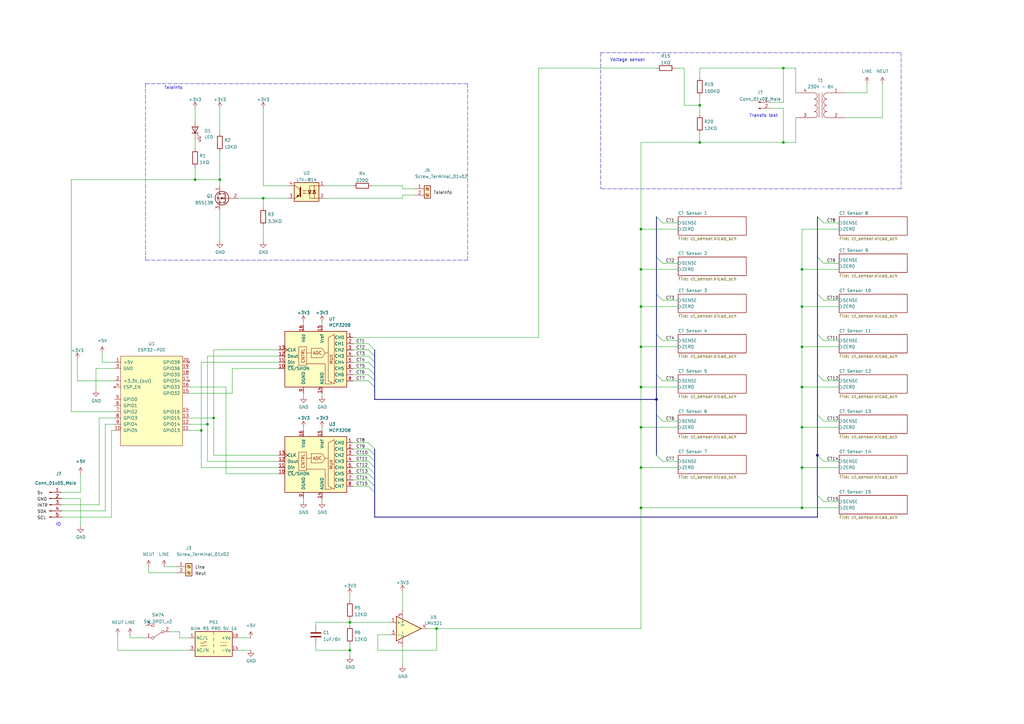
<source format=kicad_sch>
(kicad_sch (version 20211123) (generator eeschema)

  (uuid 9e00edb4-f0f4-46bc-a82d-075ebfd0d3ed)

  (paper "A3")

  (lib_symbols
    (symbol "Amplifier_Operational:LMV321" (pin_names (offset 0.127)) (in_bom yes) (on_board yes)
      (property "Reference" "U" (id 0) (at 0 5.08 0)
        (effects (font (size 1.27 1.27)) (justify left))
      )
      (property "Value" "LMV321" (id 1) (at 0 -5.08 0)
        (effects (font (size 1.27 1.27)) (justify left))
      )
      (property "Footprint" "" (id 2) (at 0 0 0)
        (effects (font (size 1.27 1.27)) (justify left) hide)
      )
      (property "Datasheet" "http://www.ti.com/lit/ds/symlink/lmv324.pdf" (id 3) (at 0 0 0)
        (effects (font (size 1.27 1.27)) hide)
      )
      (property "ki_keywords" "single opamp" (id 4) (at 0 0 0)
        (effects (font (size 1.27 1.27)) hide)
      )
      (property "ki_description" "Low-Voltage Rail-to-Rail Output Operational Amplifiers, SOT-23-5/SC-70-5" (id 5) (at 0 0 0)
        (effects (font (size 1.27 1.27)) hide)
      )
      (property "ki_fp_filters" "SOT?23* *SC*70*" (id 6) (at 0 0 0)
        (effects (font (size 1.27 1.27)) hide)
      )
      (symbol "LMV321_0_1"
        (polyline
          (pts
            (xy -5.08 5.08)
            (xy 5.08 0)
            (xy -5.08 -5.08)
            (xy -5.08 5.08)
          )
          (stroke (width 0.254) (type default) (color 0 0 0 0))
          (fill (type background))
        )
        (pin power_in line (at -2.54 -7.62 90) (length 3.81)
          (name "V-" (effects (font (size 1.27 1.27))))
          (number "2" (effects (font (size 1.27 1.27))))
        )
        (pin power_in line (at -2.54 7.62 270) (length 3.81)
          (name "V+" (effects (font (size 1.27 1.27))))
          (number "5" (effects (font (size 1.27 1.27))))
        )
      )
      (symbol "LMV321_1_1"
        (pin input line (at -7.62 2.54 0) (length 2.54)
          (name "+" (effects (font (size 1.27 1.27))))
          (number "1" (effects (font (size 1.27 1.27))))
        )
        (pin input line (at -7.62 -2.54 0) (length 2.54)
          (name "-" (effects (font (size 1.27 1.27))))
          (number "3" (effects (font (size 1.27 1.27))))
        )
        (pin output line (at 7.62 0 180) (length 2.54)
          (name "~" (effects (font (size 1.27 1.27))))
          (number "4" (effects (font (size 1.27 1.27))))
        )
      )
    )
    (symbol "Analog_ADC:MCP3208" (pin_names (offset 1.016)) (in_bom yes) (on_board yes)
      (property "Reference" "U" (id 0) (at -5.08 13.335 0)
        (effects (font (size 1.27 1.27)) (justify right))
      )
      (property "Value" "MCP3208" (id 1) (at -5.08 11.43 0)
        (effects (font (size 1.27 1.27)) (justify right))
      )
      (property "Footprint" "" (id 2) (at 2.54 2.54 0)
        (effects (font (size 1.27 1.27)) hide)
      )
      (property "Datasheet" "http://ww1.microchip.com/downloads/en/DeviceDoc/21298c.pdf" (id 3) (at 2.54 2.54 0)
        (effects (font (size 1.27 1.27)) hide)
      )
      (property "ki_keywords" "12bit ADC Reference Single Supply SPI 8ch" (id 4) (at 0 0 0)
        (effects (font (size 1.27 1.27)) hide)
      )
      (property "ki_description" "A/D Converter, 12-Bit, 8-Channel, SPI Interface , 2.7V-5.5V" (id 5) (at 0 0 0)
        (effects (font (size 1.27 1.27)) hide)
      )
      (property "ki_fp_filters" "DIP*W7.62mm* SOIC*3.9x9.9mm*P1.27mm*" (id 6) (at 0 0 0)
        (effects (font (size 1.27 1.27)) hide)
      )
      (symbol "MCP3208_0_0"
        (text "ADC" (at -0.635 1.27 0)
          (effects (font (size 1.27 1.27)))
        )
        (text "CNTRL" (at 5.969 -2.921 900)
          (effects (font (size 1.27 1.27)) (justify left bottom))
        )
        (text "MUX" (at -6.35 -1.27 900)
          (effects (font (size 1.27 1.27)))
        )
      )
      (symbol "MCP3208_0_1"
        (polyline
          (pts
            (xy -3.81 1.27)
            (xy -5.08 1.27)
          )
          (stroke (width 0) (type default) (color 0 0 0 0))
          (fill (type none))
        )
        (polyline
          (pts
            (xy 1.905 1.27)
            (xy 3.81 1.27)
          )
          (stroke (width 0) (type default) (color 0 0 0 0))
          (fill (type none))
        )
        (polyline
          (pts
            (xy -7.62 8.89)
            (xy -7.62 -11.43)
            (xy -5.08 -10.16)
            (xy -5.08 7.62)
            (xy -7.62 8.89)
          )
          (stroke (width 0) (type default) (color 0 0 0 0))
          (fill (type none))
        )
        (polyline
          (pts
            (xy 3.81 -3.175)
            (xy -3.81 -3.175)
            (xy -3.81 -11.43)
            (xy -6.35 -11.43)
            (xy -6.35 -10.795)
          )
          (stroke (width 0) (type default) (color 0 0 0 0))
          (fill (type none))
        )
        (polyline
          (pts
            (xy 1.905 3.175)
            (xy 1.905 -0.635)
            (xy -2.54 -0.635)
            (xy -3.81 1.27)
            (xy -2.54 3.175)
            (xy 1.905 3.175)
          )
          (stroke (width 0) (type default) (color 0 0 0 0))
          (fill (type none))
        )
        (rectangle (start 3.81 -3.81) (end 6.985 3.81)
          (stroke (width 0) (type default) (color 0 0 0 0))
          (fill (type none))
        )
        (rectangle (start 12.7 -12.7) (end -12.7 10.16)
          (stroke (width 0.254) (type default) (color 0 0 0 0))
          (fill (type background))
        )
      )
      (symbol "MCP3208_1_1"
        (pin input line (at -15.24 7.62 0) (length 2.54)
          (name "CH0" (effects (font (size 1.27 1.27))))
          (number "1" (effects (font (size 1.27 1.27))))
        )
        (pin input line (at 15.24 -5.08 180) (length 2.54)
          (name "~{CS}/SHDN" (effects (font (size 1.27 1.27))))
          (number "10" (effects (font (size 1.27 1.27))))
        )
        (pin input line (at 15.24 -2.54 180) (length 2.54)
          (name "Din" (effects (font (size 1.27 1.27))))
          (number "11" (effects (font (size 1.27 1.27))))
        )
        (pin output line (at 15.24 0 180) (length 2.54)
          (name "Dout" (effects (font (size 1.27 1.27))))
          (number "12" (effects (font (size 1.27 1.27))))
        )
        (pin input clock (at 15.24 2.54 180) (length 2.54)
          (name "CLK" (effects (font (size 1.27 1.27))))
          (number "13" (effects (font (size 1.27 1.27))))
        )
        (pin power_in line (at -2.54 -15.24 90) (length 2.54)
          (name "AGND" (effects (font (size 1.27 1.27))))
          (number "14" (effects (font (size 1.27 1.27))))
        )
        (pin power_in line (at -2.54 12.7 270) (length 2.54)
          (name "Vref" (effects (font (size 1.27 1.27))))
          (number "15" (effects (font (size 1.27 1.27))))
        )
        (pin power_in line (at 5.08 12.7 270) (length 2.54)
          (name "Vdd" (effects (font (size 1.27 1.27))))
          (number "16" (effects (font (size 1.27 1.27))))
        )
        (pin input line (at -15.24 5.08 0) (length 2.54)
          (name "CH1" (effects (font (size 1.27 1.27))))
          (number "2" (effects (font (size 1.27 1.27))))
        )
        (pin input line (at -15.24 2.54 0) (length 2.54)
          (name "CH2" (effects (font (size 1.27 1.27))))
          (number "3" (effects (font (size 1.27 1.27))))
        )
        (pin input line (at -15.24 0 0) (length 2.54)
          (name "CH3" (effects (font (size 1.27 1.27))))
          (number "4" (effects (font (size 1.27 1.27))))
        )
        (pin input line (at -15.24 -2.54 0) (length 2.54)
          (name "CH4" (effects (font (size 1.27 1.27))))
          (number "5" (effects (font (size 1.27 1.27))))
        )
        (pin input line (at -15.24 -5.08 0) (length 2.54)
          (name "CH5" (effects (font (size 1.27 1.27))))
          (number "6" (effects (font (size 1.27 1.27))))
        )
        (pin input line (at -15.24 -7.62 0) (length 2.54)
          (name "CH6" (effects (font (size 1.27 1.27))))
          (number "7" (effects (font (size 1.27 1.27))))
        )
        (pin input line (at -15.24 -10.16 0) (length 2.54)
          (name "CH7" (effects (font (size 1.27 1.27))))
          (number "8" (effects (font (size 1.27 1.27))))
        )
        (pin power_in line (at 5.08 -15.24 90) (length 2.54)
          (name "DGND" (effects (font (size 1.27 1.27))))
          (number "9" (effects (font (size 1.27 1.27))))
        )
      )
    )
    (symbol "Connector:Conn_01x02_Male" (pin_names (offset 1.016) hide) (in_bom yes) (on_board yes)
      (property "Reference" "J" (id 0) (at 0 2.54 0)
        (effects (font (size 1.27 1.27)))
      )
      (property "Value" "Conn_01x02_Male" (id 1) (at 0 -5.08 0)
        (effects (font (size 1.27 1.27)))
      )
      (property "Footprint" "" (id 2) (at 0 0 0)
        (effects (font (size 1.27 1.27)) hide)
      )
      (property "Datasheet" "~" (id 3) (at 0 0 0)
        (effects (font (size 1.27 1.27)) hide)
      )
      (property "ki_keywords" "connector" (id 4) (at 0 0 0)
        (effects (font (size 1.27 1.27)) hide)
      )
      (property "ki_description" "Generic connector, single row, 01x02, script generated (kicad-library-utils/schlib/autogen/connector/)" (id 5) (at 0 0 0)
        (effects (font (size 1.27 1.27)) hide)
      )
      (property "ki_fp_filters" "Connector*:*_1x??_*" (id 6) (at 0 0 0)
        (effects (font (size 1.27 1.27)) hide)
      )
      (symbol "Conn_01x02_Male_1_1"
        (polyline
          (pts
            (xy 1.27 -2.54)
            (xy 0.8636 -2.54)
          )
          (stroke (width 0.1524) (type default) (color 0 0 0 0))
          (fill (type none))
        )
        (polyline
          (pts
            (xy 1.27 0)
            (xy 0.8636 0)
          )
          (stroke (width 0.1524) (type default) (color 0 0 0 0))
          (fill (type none))
        )
        (rectangle (start 0.8636 -2.413) (end 0 -2.667)
          (stroke (width 0.1524) (type default) (color 0 0 0 0))
          (fill (type outline))
        )
        (rectangle (start 0.8636 0.127) (end 0 -0.127)
          (stroke (width 0.1524) (type default) (color 0 0 0 0))
          (fill (type outline))
        )
        (pin passive line (at 5.08 0 180) (length 3.81)
          (name "Pin_1" (effects (font (size 1.27 1.27))))
          (number "1" (effects (font (size 1.27 1.27))))
        )
        (pin passive line (at 5.08 -2.54 180) (length 3.81)
          (name "Pin_2" (effects (font (size 1.27 1.27))))
          (number "2" (effects (font (size 1.27 1.27))))
        )
      )
    )
    (symbol "Connector:Conn_01x05_Male" (pin_names (offset 1.016) hide) (in_bom yes) (on_board yes)
      (property "Reference" "J" (id 0) (at 0 7.62 0)
        (effects (font (size 1.27 1.27)))
      )
      (property "Value" "Conn_01x05_Male" (id 1) (at 0 -7.62 0)
        (effects (font (size 1.27 1.27)))
      )
      (property "Footprint" "" (id 2) (at 0 0 0)
        (effects (font (size 1.27 1.27)) hide)
      )
      (property "Datasheet" "~" (id 3) (at 0 0 0)
        (effects (font (size 1.27 1.27)) hide)
      )
      (property "ki_keywords" "connector" (id 4) (at 0 0 0)
        (effects (font (size 1.27 1.27)) hide)
      )
      (property "ki_description" "Generic connector, single row, 01x05, script generated (kicad-library-utils/schlib/autogen/connector/)" (id 5) (at 0 0 0)
        (effects (font (size 1.27 1.27)) hide)
      )
      (property "ki_fp_filters" "Connector*:*_1x??_*" (id 6) (at 0 0 0)
        (effects (font (size 1.27 1.27)) hide)
      )
      (symbol "Conn_01x05_Male_1_1"
        (polyline
          (pts
            (xy 1.27 -5.08)
            (xy 0.8636 -5.08)
          )
          (stroke (width 0.1524) (type default) (color 0 0 0 0))
          (fill (type none))
        )
        (polyline
          (pts
            (xy 1.27 -2.54)
            (xy 0.8636 -2.54)
          )
          (stroke (width 0.1524) (type default) (color 0 0 0 0))
          (fill (type none))
        )
        (polyline
          (pts
            (xy 1.27 0)
            (xy 0.8636 0)
          )
          (stroke (width 0.1524) (type default) (color 0 0 0 0))
          (fill (type none))
        )
        (polyline
          (pts
            (xy 1.27 2.54)
            (xy 0.8636 2.54)
          )
          (stroke (width 0.1524) (type default) (color 0 0 0 0))
          (fill (type none))
        )
        (polyline
          (pts
            (xy 1.27 5.08)
            (xy 0.8636 5.08)
          )
          (stroke (width 0.1524) (type default) (color 0 0 0 0))
          (fill (type none))
        )
        (rectangle (start 0.8636 -4.953) (end 0 -5.207)
          (stroke (width 0.1524) (type default) (color 0 0 0 0))
          (fill (type outline))
        )
        (rectangle (start 0.8636 -2.413) (end 0 -2.667)
          (stroke (width 0.1524) (type default) (color 0 0 0 0))
          (fill (type outline))
        )
        (rectangle (start 0.8636 0.127) (end 0 -0.127)
          (stroke (width 0.1524) (type default) (color 0 0 0 0))
          (fill (type outline))
        )
        (rectangle (start 0.8636 2.667) (end 0 2.413)
          (stroke (width 0.1524) (type default) (color 0 0 0 0))
          (fill (type outline))
        )
        (rectangle (start 0.8636 5.207) (end 0 4.953)
          (stroke (width 0.1524) (type default) (color 0 0 0 0))
          (fill (type outline))
        )
        (pin passive line (at 5.08 5.08 180) (length 3.81)
          (name "Pin_1" (effects (font (size 1.27 1.27))))
          (number "1" (effects (font (size 1.27 1.27))))
        )
        (pin passive line (at 5.08 2.54 180) (length 3.81)
          (name "Pin_2" (effects (font (size 1.27 1.27))))
          (number "2" (effects (font (size 1.27 1.27))))
        )
        (pin passive line (at 5.08 0 180) (length 3.81)
          (name "Pin_3" (effects (font (size 1.27 1.27))))
          (number "3" (effects (font (size 1.27 1.27))))
        )
        (pin passive line (at 5.08 -2.54 180) (length 3.81)
          (name "Pin_4" (effects (font (size 1.27 1.27))))
          (number "4" (effects (font (size 1.27 1.27))))
        )
        (pin passive line (at 5.08 -5.08 180) (length 3.81)
          (name "Pin_5" (effects (font (size 1.27 1.27))))
          (number "5" (effects (font (size 1.27 1.27))))
        )
      )
    )
    (symbol "Connector:Screw_Terminal_01x02" (pin_names (offset 1.016) hide) (in_bom yes) (on_board yes)
      (property "Reference" "J" (id 0) (at 0 2.54 0)
        (effects (font (size 1.27 1.27)))
      )
      (property "Value" "Screw_Terminal_01x02" (id 1) (at 0 -5.08 0)
        (effects (font (size 1.27 1.27)))
      )
      (property "Footprint" "" (id 2) (at 0 0 0)
        (effects (font (size 1.27 1.27)) hide)
      )
      (property "Datasheet" "~" (id 3) (at 0 0 0)
        (effects (font (size 1.27 1.27)) hide)
      )
      (property "ki_keywords" "screw terminal" (id 4) (at 0 0 0)
        (effects (font (size 1.27 1.27)) hide)
      )
      (property "ki_description" "Generic screw terminal, single row, 01x02, script generated (kicad-library-utils/schlib/autogen/connector/)" (id 5) (at 0 0 0)
        (effects (font (size 1.27 1.27)) hide)
      )
      (property "ki_fp_filters" "TerminalBlock*:*" (id 6) (at 0 0 0)
        (effects (font (size 1.27 1.27)) hide)
      )
      (symbol "Screw_Terminal_01x02_1_1"
        (rectangle (start -1.27 1.27) (end 1.27 -3.81)
          (stroke (width 0.254) (type default) (color 0 0 0 0))
          (fill (type background))
        )
        (circle (center 0 -2.54) (radius 0.635)
          (stroke (width 0.1524) (type default) (color 0 0 0 0))
          (fill (type none))
        )
        (polyline
          (pts
            (xy -0.5334 -2.2098)
            (xy 0.3302 -3.048)
          )
          (stroke (width 0.1524) (type default) (color 0 0 0 0))
          (fill (type none))
        )
        (polyline
          (pts
            (xy -0.5334 0.3302)
            (xy 0.3302 -0.508)
          )
          (stroke (width 0.1524) (type default) (color 0 0 0 0))
          (fill (type none))
        )
        (polyline
          (pts
            (xy -0.3556 -2.032)
            (xy 0.508 -2.8702)
          )
          (stroke (width 0.1524) (type default) (color 0 0 0 0))
          (fill (type none))
        )
        (polyline
          (pts
            (xy -0.3556 0.508)
            (xy 0.508 -0.3302)
          )
          (stroke (width 0.1524) (type default) (color 0 0 0 0))
          (fill (type none))
        )
        (circle (center 0 0) (radius 0.635)
          (stroke (width 0.1524) (type default) (color 0 0 0 0))
          (fill (type none))
        )
        (pin passive line (at -5.08 0 0) (length 3.81)
          (name "Pin_1" (effects (font (size 1.27 1.27))))
          (number "1" (effects (font (size 1.27 1.27))))
        )
        (pin passive line (at -5.08 -2.54 0) (length 3.81)
          (name "Pin_2" (effects (font (size 1.27 1.27))))
          (number "2" (effects (font (size 1.27 1.27))))
        )
      )
    )
    (symbol "Converter_ACDC:IRM-03-5" (in_bom yes) (on_board yes)
      (property "Reference" "PS" (id 0) (at 0 6.35 0)
        (effects (font (size 1.27 1.27)))
      )
      (property "Value" "IRM-03-5" (id 1) (at 0 -6.35 0)
        (effects (font (size 1.27 1.27)))
      )
      (property "Footprint" "Converter_ACDC:Converter_ACDC_MeanWell_IRM-03-xx_THT" (id 2) (at 0 -8.89 0)
        (effects (font (size 1.27 1.27)) hide)
      )
      (property "Datasheet" "https://www.meanwell.com/Upload/PDF/IRM-03/IRM-03-SPEC.PDF" (id 3) (at 0 -10.16 0)
        (effects (font (size 1.27 1.27)) hide)
      )
      (property "ki_keywords" "Miniature Module-type Power Supply MeanWell" (id 4) (at 0 0 0)
        (effects (font (size 1.27 1.27)) hide)
      )
      (property "ki_description" "5V, 600mA, 3W, Isolated, AC-DC, IRM03" (id 5) (at 0 0 0)
        (effects (font (size 1.27 1.27)) hide)
      )
      (property "ki_fp_filters" "Converter*ACDC*MeanWell*IRM*03*THT*" (id 6) (at 0 0 0)
        (effects (font (size 1.27 1.27)) hide)
      )
      (symbol "IRM-03-5_0_1"
        (rectangle (start -7.62 5.08) (end 7.62 -5.08)
          (stroke (width 0.254) (type default) (color 0 0 0 0))
          (fill (type background))
        )
        (arc (start -5.334 0.635) (mid -4.699 0.2495) (end -4.064 0.635)
          (stroke (width 0) (type default) (color 0 0 0 0))
          (fill (type none))
        )
        (arc (start -2.794 0.635) (mid -3.429 1.0072) (end -4.064 0.635)
          (stroke (width 0) (type default) (color 0 0 0 0))
          (fill (type none))
        )
        (polyline
          (pts
            (xy -5.334 -0.635)
            (xy -2.794 -0.635)
          )
          (stroke (width 0) (type default) (color 0 0 0 0))
          (fill (type none))
        )
        (polyline
          (pts
            (xy 0 -2.54)
            (xy 0 -3.81)
          )
          (stroke (width 0) (type default) (color 0 0 0 0))
          (fill (type none))
        )
        (polyline
          (pts
            (xy 0 0)
            (xy 0 -1.27)
          )
          (stroke (width 0) (type default) (color 0 0 0 0))
          (fill (type none))
        )
        (polyline
          (pts
            (xy 0 2.54)
            (xy 0 1.27)
          )
          (stroke (width 0) (type default) (color 0 0 0 0))
          (fill (type none))
        )
        (polyline
          (pts
            (xy 0 5.08)
            (xy 0 3.81)
          )
          (stroke (width 0) (type default) (color 0 0 0 0))
          (fill (type none))
        )
        (polyline
          (pts
            (xy 2.794 -0.635)
            (xy 5.334 -0.635)
          )
          (stroke (width 0) (type default) (color 0 0 0 0))
          (fill (type none))
        )
        (polyline
          (pts
            (xy 2.794 0.635)
            (xy 3.302 0.635)
          )
          (stroke (width 0) (type default) (color 0 0 0 0))
          (fill (type none))
        )
        (polyline
          (pts
            (xy 3.81 0.635)
            (xy 4.318 0.635)
          )
          (stroke (width 0) (type default) (color 0 0 0 0))
          (fill (type none))
        )
        (polyline
          (pts
            (xy 4.826 0.635)
            (xy 5.334 0.635)
          )
          (stroke (width 0) (type default) (color 0 0 0 0))
          (fill (type none))
        )
      )
      (symbol "IRM-03-5_1_1"
        (pin power_in line (at -10.16 2.54 0) (length 2.54)
          (name "AC/L" (effects (font (size 1.27 1.27))))
          (number "1" (effects (font (size 1.27 1.27))))
        )
        (pin power_out line (at 10.16 -2.54 180) (length 2.54)
          (name "-Vo" (effects (font (size 1.27 1.27))))
          (number "14" (effects (font (size 1.27 1.27))))
        )
        (pin power_out line (at 10.16 2.54 180) (length 2.54)
          (name "+Vo" (effects (font (size 1.27 1.27))))
          (number "16" (effects (font (size 1.27 1.27))))
        )
        (pin power_in line (at -10.16 -2.54 0) (length 2.54)
          (name "AC/N" (effects (font (size 1.27 1.27))))
          (number "3" (effects (font (size 1.27 1.27))))
        )
        (pin no_connect line (at -7.62 0 0) (length 2.54) hide
          (name "NC" (effects (font (size 1.27 1.27))))
          (number "5" (effects (font (size 1.27 1.27))))
        )
      )
    )
    (symbol "Device:C" (pin_numbers hide) (pin_names (offset 0.254)) (in_bom yes) (on_board yes)
      (property "Reference" "C" (id 0) (at 0.635 2.54 0)
        (effects (font (size 1.27 1.27)) (justify left))
      )
      (property "Value" "C" (id 1) (at 0.635 -2.54 0)
        (effects (font (size 1.27 1.27)) (justify left))
      )
      (property "Footprint" "" (id 2) (at 0.9652 -3.81 0)
        (effects (font (size 1.27 1.27)) hide)
      )
      (property "Datasheet" "~" (id 3) (at 0 0 0)
        (effects (font (size 1.27 1.27)) hide)
      )
      (property "ki_keywords" "cap capacitor" (id 4) (at 0 0 0)
        (effects (font (size 1.27 1.27)) hide)
      )
      (property "ki_description" "Unpolarized capacitor" (id 5) (at 0 0 0)
        (effects (font (size 1.27 1.27)) hide)
      )
      (property "ki_fp_filters" "C_*" (id 6) (at 0 0 0)
        (effects (font (size 1.27 1.27)) hide)
      )
      (symbol "C_0_1"
        (polyline
          (pts
            (xy -2.032 -0.762)
            (xy 2.032 -0.762)
          )
          (stroke (width 0.508) (type default) (color 0 0 0 0))
          (fill (type none))
        )
        (polyline
          (pts
            (xy -2.032 0.762)
            (xy 2.032 0.762)
          )
          (stroke (width 0.508) (type default) (color 0 0 0 0))
          (fill (type none))
        )
      )
      (symbol "C_1_1"
        (pin passive line (at 0 3.81 270) (length 2.794)
          (name "~" (effects (font (size 1.27 1.27))))
          (number "1" (effects (font (size 1.27 1.27))))
        )
        (pin passive line (at 0 -3.81 90) (length 2.794)
          (name "~" (effects (font (size 1.27 1.27))))
          (number "2" (effects (font (size 1.27 1.27))))
        )
      )
    )
    (symbol "Device:LED" (pin_numbers hide) (pin_names (offset 1.016) hide) (in_bom yes) (on_board yes)
      (property "Reference" "D" (id 0) (at 0 2.54 0)
        (effects (font (size 1.27 1.27)))
      )
      (property "Value" "LED" (id 1) (at 0 -2.54 0)
        (effects (font (size 1.27 1.27)))
      )
      (property "Footprint" "" (id 2) (at 0 0 0)
        (effects (font (size 1.27 1.27)) hide)
      )
      (property "Datasheet" "~" (id 3) (at 0 0 0)
        (effects (font (size 1.27 1.27)) hide)
      )
      (property "ki_keywords" "LED diode" (id 4) (at 0 0 0)
        (effects (font (size 1.27 1.27)) hide)
      )
      (property "ki_description" "Light emitting diode" (id 5) (at 0 0 0)
        (effects (font (size 1.27 1.27)) hide)
      )
      (property "ki_fp_filters" "LED* LED_SMD:* LED_THT:*" (id 6) (at 0 0 0)
        (effects (font (size 1.27 1.27)) hide)
      )
      (symbol "LED_0_1"
        (polyline
          (pts
            (xy -1.27 -1.27)
            (xy -1.27 1.27)
          )
          (stroke (width 0.254) (type default) (color 0 0 0 0))
          (fill (type none))
        )
        (polyline
          (pts
            (xy -1.27 0)
            (xy 1.27 0)
          )
          (stroke (width 0) (type default) (color 0 0 0 0))
          (fill (type none))
        )
        (polyline
          (pts
            (xy 1.27 -1.27)
            (xy 1.27 1.27)
            (xy -1.27 0)
            (xy 1.27 -1.27)
          )
          (stroke (width 0.254) (type default) (color 0 0 0 0))
          (fill (type none))
        )
        (polyline
          (pts
            (xy -3.048 -0.762)
            (xy -4.572 -2.286)
            (xy -3.81 -2.286)
            (xy -4.572 -2.286)
            (xy -4.572 -1.524)
          )
          (stroke (width 0) (type default) (color 0 0 0 0))
          (fill (type none))
        )
        (polyline
          (pts
            (xy -1.778 -0.762)
            (xy -3.302 -2.286)
            (xy -2.54 -2.286)
            (xy -3.302 -2.286)
            (xy -3.302 -1.524)
          )
          (stroke (width 0) (type default) (color 0 0 0 0))
          (fill (type none))
        )
      )
      (symbol "LED_1_1"
        (pin passive line (at -3.81 0 0) (length 2.54)
          (name "K" (effects (font (size 1.27 1.27))))
          (number "1" (effects (font (size 1.27 1.27))))
        )
        (pin passive line (at 3.81 0 180) (length 2.54)
          (name "A" (effects (font (size 1.27 1.27))))
          (number "2" (effects (font (size 1.27 1.27))))
        )
      )
    )
    (symbol "Device:R" (pin_numbers hide) (pin_names (offset 0)) (in_bom yes) (on_board yes)
      (property "Reference" "R" (id 0) (at 2.032 0 90)
        (effects (font (size 1.27 1.27)))
      )
      (property "Value" "R" (id 1) (at 0 0 90)
        (effects (font (size 1.27 1.27)))
      )
      (property "Footprint" "" (id 2) (at -1.778 0 90)
        (effects (font (size 1.27 1.27)) hide)
      )
      (property "Datasheet" "~" (id 3) (at 0 0 0)
        (effects (font (size 1.27 1.27)) hide)
      )
      (property "ki_keywords" "R res resistor" (id 4) (at 0 0 0)
        (effects (font (size 1.27 1.27)) hide)
      )
      (property "ki_description" "Resistor" (id 5) (at 0 0 0)
        (effects (font (size 1.27 1.27)) hide)
      )
      (property "ki_fp_filters" "R_*" (id 6) (at 0 0 0)
        (effects (font (size 1.27 1.27)) hide)
      )
      (symbol "R_0_1"
        (rectangle (start -1.016 -2.54) (end 1.016 2.54)
          (stroke (width 0.254) (type default) (color 0 0 0 0))
          (fill (type none))
        )
      )
      (symbol "R_1_1"
        (pin passive line (at 0 3.81 270) (length 1.27)
          (name "~" (effects (font (size 1.27 1.27))))
          (number "1" (effects (font (size 1.27 1.27))))
        )
        (pin passive line (at 0 -3.81 90) (length 1.27)
          (name "~" (effects (font (size 1.27 1.27))))
          (number "2" (effects (font (size 1.27 1.27))))
        )
      )
    )
    (symbol "Device:Transformer_1P_1S" (pin_names (offset 1.016) hide) (in_bom yes) (on_board yes)
      (property "Reference" "T" (id 0) (at 0 6.35 0)
        (effects (font (size 1.27 1.27)))
      )
      (property "Value" "Transformer_1P_1S" (id 1) (at 0 -7.62 0)
        (effects (font (size 1.27 1.27)))
      )
      (property "Footprint" "" (id 2) (at 0 0 0)
        (effects (font (size 1.27 1.27)) hide)
      )
      (property "Datasheet" "~" (id 3) (at 0 0 0)
        (effects (font (size 1.27 1.27)) hide)
      )
      (property "ki_keywords" "transformer coil magnet" (id 4) (at 0 0 0)
        (effects (font (size 1.27 1.27)) hide)
      )
      (property "ki_description" "Transformer, single primary, single secondary" (id 5) (at 0 0 0)
        (effects (font (size 1.27 1.27)) hide)
      )
      (symbol "Transformer_1P_1S_0_1"
        (arc (start -2.54 -5.0546) (mid -1.6561 -4.6863) (end -1.27 -3.81)
          (stroke (width 0) (type default) (color 0 0 0 0))
          (fill (type none))
        )
        (arc (start -2.54 -2.5146) (mid -1.6561 -2.1463) (end -1.27 -1.27)
          (stroke (width 0) (type default) (color 0 0 0 0))
          (fill (type none))
        )
        (arc (start -2.54 0.0254) (mid -1.6561 0.3937) (end -1.27 1.27)
          (stroke (width 0) (type default) (color 0 0 0 0))
          (fill (type none))
        )
        (arc (start -2.54 2.5654) (mid -1.6561 2.9337) (end -1.27 3.81)
          (stroke (width 0) (type default) (color 0 0 0 0))
          (fill (type none))
        )
        (arc (start -1.27 -3.81) (mid -1.642 -2.912) (end -2.54 -2.54)
          (stroke (width 0) (type default) (color 0 0 0 0))
          (fill (type none))
        )
        (arc (start -1.27 -1.27) (mid -1.642 -0.372) (end -2.54 0)
          (stroke (width 0) (type default) (color 0 0 0 0))
          (fill (type none))
        )
        (arc (start -1.27 1.27) (mid -1.642 2.168) (end -2.54 2.54)
          (stroke (width 0) (type default) (color 0 0 0 0))
          (fill (type none))
        )
        (arc (start -1.27 3.81) (mid -1.642 4.708) (end -2.54 5.08)
          (stroke (width 0) (type default) (color 0 0 0 0))
          (fill (type none))
        )
        (polyline
          (pts
            (xy -0.635 5.08)
            (xy -0.635 -5.08)
          )
          (stroke (width 0) (type default) (color 0 0 0 0))
          (fill (type none))
        )
        (polyline
          (pts
            (xy 0.635 -5.08)
            (xy 0.635 5.08)
          )
          (stroke (width 0) (type default) (color 0 0 0 0))
          (fill (type none))
        )
        (arc (start 1.2954 -1.27) (mid 1.6599 -2.1501) (end 2.54 -2.5146)
          (stroke (width 0) (type default) (color 0 0 0 0))
          (fill (type none))
        )
        (arc (start 1.2954 1.27) (mid 1.6599 0.3899) (end 2.54 0.0254)
          (stroke (width 0) (type default) (color 0 0 0 0))
          (fill (type none))
        )
        (arc (start 1.2954 3.81) (mid 1.6599 2.9299) (end 2.54 2.5654)
          (stroke (width 0) (type default) (color 0 0 0 0))
          (fill (type none))
        )
        (arc (start 1.3208 -3.81) (mid 1.6853 -4.6901) (end 2.5654 -5.0546)
          (stroke (width 0) (type default) (color 0 0 0 0))
          (fill (type none))
        )
        (arc (start 2.54 0) (mid 1.6456 -0.3683) (end 1.2954 -1.27)
          (stroke (width 0) (type default) (color 0 0 0 0))
          (fill (type none))
        )
        (arc (start 2.54 2.54) (mid 1.6456 2.1717) (end 1.2954 1.27)
          (stroke (width 0) (type default) (color 0 0 0 0))
          (fill (type none))
        )
        (arc (start 2.54 5.08) (mid 1.6456 4.7117) (end 1.2954 3.81)
          (stroke (width 0) (type default) (color 0 0 0 0))
          (fill (type none))
        )
        (arc (start 2.5654 -2.54) (mid 1.671 -2.9083) (end 1.3208 -3.81)
          (stroke (width 0) (type default) (color 0 0 0 0))
          (fill (type none))
        )
      )
      (symbol "Transformer_1P_1S_1_1"
        (pin passive line (at -10.16 5.08 0) (length 7.62)
          (name "AA" (effects (font (size 1.27 1.27))))
          (number "1" (effects (font (size 1.27 1.27))))
        )
        (pin passive line (at -10.16 -5.08 0) (length 7.62)
          (name "AB" (effects (font (size 1.27 1.27))))
          (number "2" (effects (font (size 1.27 1.27))))
        )
        (pin passive line (at 10.16 -5.08 180) (length 7.62)
          (name "SA" (effects (font (size 1.27 1.27))))
          (number "3" (effects (font (size 1.27 1.27))))
        )
        (pin passive line (at 10.16 5.08 180) (length 7.62)
          (name "SB" (effects (font (size 1.27 1.27))))
          (number "4" (effects (font (size 1.27 1.27))))
        )
      )
    )
    (symbol "Isolator:LTV-814" (pin_names (offset 1.016)) (in_bom yes) (on_board yes)
      (property "Reference" "U" (id 0) (at -5.08 5.08 0)
        (effects (font (size 1.27 1.27)) (justify left))
      )
      (property "Value" "LTV-814" (id 1) (at 0 5.08 0)
        (effects (font (size 1.27 1.27)) (justify left))
      )
      (property "Footprint" "Package_DIP:DIP-4_W7.62mm" (id 2) (at -5.08 -5.08 0)
        (effects (font (size 1.27 1.27) italic) (justify left) hide)
      )
      (property "Datasheet" "https://optoelectronics.liteon.com/upload/download/DS-70-96-0013/LTV-8X4%20series%20201509.pdf" (id 3) (at 1.905 0 0)
        (effects (font (size 1.27 1.27)) (justify left) hide)
      )
      (property "ki_keywords" "NPN AC DC Optocoupler" (id 4) (at 0 0 0)
        (effects (font (size 1.27 1.27)) hide)
      )
      (property "ki_description" "AC/DC Optocoupler, Vce 35V, CTR 20%, DIP4" (id 5) (at 0 0 0)
        (effects (font (size 1.27 1.27)) hide)
      )
      (property "ki_fp_filters" "DIP*W7.62mm*" (id 6) (at 0 0 0)
        (effects (font (size 1.27 1.27)) hide)
      )
      (symbol "LTV-814_0_1"
        (rectangle (start -5.08 3.81) (end 5.08 -3.81)
          (stroke (width 0.254) (type default) (color 0 0 0 0))
          (fill (type background))
        )
        (circle (center -3.175 -2.54) (radius 0.127)
          (stroke (width 0) (type default) (color 0 0 0 0))
          (fill (type none))
        )
        (circle (center -3.175 2.54) (radius 0.127)
          (stroke (width 0) (type default) (color 0 0 0 0))
          (fill (type none))
        )
        (polyline
          (pts
            (xy -3.175 2.54)
            (xy -3.175 -2.54)
          )
          (stroke (width 0) (type default) (color 0 0 0 0))
          (fill (type none))
        )
        (polyline
          (pts
            (xy -1.905 -0.635)
            (xy -0.635 -0.635)
          )
          (stroke (width 0.254) (type default) (color 0 0 0 0))
          (fill (type none))
        )
        (polyline
          (pts
            (xy 2.54 0.635)
            (xy 4.445 2.54)
          )
          (stroke (width 0) (type default) (color 0 0 0 0))
          (fill (type none))
        )
        (polyline
          (pts
            (xy 4.445 -2.54)
            (xy 2.54 -0.635)
          )
          (stroke (width 0) (type default) (color 0 0 0 0))
          (fill (type outline))
        )
        (polyline
          (pts
            (xy 4.445 -2.54)
            (xy 5.08 -2.54)
          )
          (stroke (width 0) (type default) (color 0 0 0 0))
          (fill (type none))
        )
        (polyline
          (pts
            (xy 4.445 2.54)
            (xy 5.08 2.54)
          )
          (stroke (width 0) (type default) (color 0 0 0 0))
          (fill (type none))
        )
        (polyline
          (pts
            (xy -5.08 2.54)
            (xy -1.27 2.54)
            (xy -1.27 -0.762)
          )
          (stroke (width 0) (type default) (color 0 0 0 0))
          (fill (type none))
        )
        (polyline
          (pts
            (xy -1.27 -0.635)
            (xy -1.27 -2.54)
            (xy -5.08 -2.54)
          )
          (stroke (width 0) (type default) (color 0 0 0 0))
          (fill (type none))
        )
        (polyline
          (pts
            (xy 2.54 1.905)
            (xy 2.54 -1.905)
            (xy 2.54 -1.905)
          )
          (stroke (width 0.508) (type default) (color 0 0 0 0))
          (fill (type none))
        )
        (polyline
          (pts
            (xy -1.27 -0.635)
            (xy -1.905 0.635)
            (xy -0.635 0.635)
            (xy -1.27 -0.635)
          )
          (stroke (width 0.254) (type default) (color 0 0 0 0))
          (fill (type none))
        )
        (polyline
          (pts
            (xy 0.127 -0.508)
            (xy 1.397 -0.508)
            (xy 1.016 -0.635)
            (xy 1.016 -0.381)
            (xy 1.397 -0.508)
          )
          (stroke (width 0) (type default) (color 0 0 0 0))
          (fill (type none))
        )
        (polyline
          (pts
            (xy 0.127 0.508)
            (xy 1.397 0.508)
            (xy 1.016 0.381)
            (xy 1.016 0.635)
            (xy 1.397 0.508)
          )
          (stroke (width 0) (type default) (color 0 0 0 0))
          (fill (type none))
        )
        (polyline
          (pts
            (xy 3.048 -1.651)
            (xy 3.556 -1.143)
            (xy 4.064 -2.159)
            (xy 3.048 -1.651)
            (xy 3.048 -1.651)
          )
          (stroke (width 0) (type default) (color 0 0 0 0))
          (fill (type outline))
        )
      )
      (symbol "LTV-814_1_1"
        (polyline
          (pts
            (xy -3.81 0.635)
            (xy -2.54 0.635)
          )
          (stroke (width 0.254) (type default) (color 0 0 0 0))
          (fill (type none))
        )
        (polyline
          (pts
            (xy -3.175 0.635)
            (xy -3.81 -0.635)
            (xy -2.54 -0.635)
            (xy -3.175 0.635)
          )
          (stroke (width 0.254) (type default) (color 0 0 0 0))
          (fill (type none))
        )
        (pin passive line (at -7.62 2.54 0) (length 2.54)
          (name "~" (effects (font (size 1.27 1.27))))
          (number "1" (effects (font (size 1.27 1.27))))
        )
        (pin passive line (at -7.62 -2.54 0) (length 2.54)
          (name "~" (effects (font (size 1.27 1.27))))
          (number "2" (effects (font (size 1.27 1.27))))
        )
        (pin passive line (at 7.62 -2.54 180) (length 2.54)
          (name "~" (effects (font (size 1.27 1.27))))
          (number "3" (effects (font (size 1.27 1.27))))
        )
        (pin passive line (at 7.62 2.54 180) (length 2.54)
          (name "~" (effects (font (size 1.27 1.27))))
          (number "4" (effects (font (size 1.27 1.27))))
        )
      )
    )
    (symbol "Switch:SW_DPDT_x2" (pin_names (offset 0) hide) (in_bom yes) (on_board yes)
      (property "Reference" "SW" (id 0) (at 0 4.318 0)
        (effects (font (size 1.27 1.27)))
      )
      (property "Value" "SW_DPDT_x2" (id 1) (at 0 -5.08 0)
        (effects (font (size 1.27 1.27)))
      )
      (property "Footprint" "" (id 2) (at 0 0 0)
        (effects (font (size 1.27 1.27)) hide)
      )
      (property "Datasheet" "~" (id 3) (at 0 0 0)
        (effects (font (size 1.27 1.27)) hide)
      )
      (property "ki_keywords" "switch dual-pole double-throw DPDT spdt ON-ON" (id 4) (at 0 0 0)
        (effects (font (size 1.27 1.27)) hide)
      )
      (property "ki_description" "Switch, dual pole double throw, separate symbols" (id 5) (at 0 0 0)
        (effects (font (size 1.27 1.27)) hide)
      )
      (property "ki_fp_filters" "SW*DPDT*" (id 6) (at 0 0 0)
        (effects (font (size 1.27 1.27)) hide)
      )
      (symbol "SW_DPDT_x2_0_0"
        (circle (center -2.032 0) (radius 0.508)
          (stroke (width 0) (type default) (color 0 0 0 0))
          (fill (type none))
        )
        (circle (center 2.032 -2.54) (radius 0.508)
          (stroke (width 0) (type default) (color 0 0 0 0))
          (fill (type none))
        )
      )
      (symbol "SW_DPDT_x2_0_1"
        (polyline
          (pts
            (xy -1.524 0.254)
            (xy 1.651 2.286)
          )
          (stroke (width 0) (type default) (color 0 0 0 0))
          (fill (type none))
        )
        (circle (center 2.032 2.54) (radius 0.508)
          (stroke (width 0) (type default) (color 0 0 0 0))
          (fill (type none))
        )
      )
      (symbol "SW_DPDT_x2_1_1"
        (pin passive line (at 5.08 2.54 180) (length 2.54)
          (name "A" (effects (font (size 1.27 1.27))))
          (number "1" (effects (font (size 1.27 1.27))))
        )
        (pin passive line (at -5.08 0 0) (length 2.54)
          (name "B" (effects (font (size 1.27 1.27))))
          (number "2" (effects (font (size 1.27 1.27))))
        )
        (pin passive line (at 5.08 -2.54 180) (length 2.54)
          (name "C" (effects (font (size 1.27 1.27))))
          (number "3" (effects (font (size 1.27 1.27))))
        )
      )
      (symbol "SW_DPDT_x2_2_1"
        (pin passive line (at 5.08 2.54 180) (length 2.54)
          (name "A" (effects (font (size 1.27 1.27))))
          (number "4" (effects (font (size 1.27 1.27))))
        )
        (pin passive line (at -5.08 0 0) (length 2.54)
          (name "B" (effects (font (size 1.27 1.27))))
          (number "5" (effects (font (size 1.27 1.27))))
        )
        (pin passive line (at 5.08 -2.54 180) (length 2.54)
          (name "C" (effects (font (size 1.27 1.27))))
          (number "6" (effects (font (size 1.27 1.27))))
        )
      )
    )
    (symbol "Transistor_FET:BS170" (pin_names hide) (in_bom yes) (on_board yes)
      (property "Reference" "Q" (id 0) (at 5.08 1.905 0)
        (effects (font (size 1.27 1.27)) (justify left))
      )
      (property "Value" "BS170" (id 1) (at 5.08 0 0)
        (effects (font (size 1.27 1.27)) (justify left))
      )
      (property "Footprint" "Package_TO_SOT_THT:TO-92_Inline" (id 2) (at 5.08 -1.905 0)
        (effects (font (size 1.27 1.27) italic) (justify left) hide)
      )
      (property "Datasheet" "https://www.onsemi.com/pub/Collateral/BS170-D.PDF" (id 3) (at 0 0 0)
        (effects (font (size 1.27 1.27)) (justify left) hide)
      )
      (property "ki_keywords" "N-Channel MOSFET" (id 4) (at 0 0 0)
        (effects (font (size 1.27 1.27)) hide)
      )
      (property "ki_description" "0.5A Id, 60V Vds, N-Channel MOSFET, TO-92" (id 5) (at 0 0 0)
        (effects (font (size 1.27 1.27)) hide)
      )
      (property "ki_fp_filters" "TO?92*" (id 6) (at 0 0 0)
        (effects (font (size 1.27 1.27)) hide)
      )
      (symbol "BS170_0_1"
        (polyline
          (pts
            (xy 0.254 0)
            (xy -2.54 0)
          )
          (stroke (width 0) (type default) (color 0 0 0 0))
          (fill (type none))
        )
        (polyline
          (pts
            (xy 0.254 1.905)
            (xy 0.254 -1.905)
          )
          (stroke (width 0.254) (type default) (color 0 0 0 0))
          (fill (type none))
        )
        (polyline
          (pts
            (xy 0.762 -1.27)
            (xy 0.762 -2.286)
          )
          (stroke (width 0.254) (type default) (color 0 0 0 0))
          (fill (type none))
        )
        (polyline
          (pts
            (xy 0.762 0.508)
            (xy 0.762 -0.508)
          )
          (stroke (width 0.254) (type default) (color 0 0 0 0))
          (fill (type none))
        )
        (polyline
          (pts
            (xy 0.762 2.286)
            (xy 0.762 1.27)
          )
          (stroke (width 0.254) (type default) (color 0 0 0 0))
          (fill (type none))
        )
        (polyline
          (pts
            (xy 2.54 2.54)
            (xy 2.54 1.778)
          )
          (stroke (width 0) (type default) (color 0 0 0 0))
          (fill (type none))
        )
        (polyline
          (pts
            (xy 2.54 -2.54)
            (xy 2.54 0)
            (xy 0.762 0)
          )
          (stroke (width 0) (type default) (color 0 0 0 0))
          (fill (type none))
        )
        (polyline
          (pts
            (xy 0.762 -1.778)
            (xy 3.302 -1.778)
            (xy 3.302 1.778)
            (xy 0.762 1.778)
          )
          (stroke (width 0) (type default) (color 0 0 0 0))
          (fill (type none))
        )
        (polyline
          (pts
            (xy 1.016 0)
            (xy 2.032 0.381)
            (xy 2.032 -0.381)
            (xy 1.016 0)
          )
          (stroke (width 0) (type default) (color 0 0 0 0))
          (fill (type outline))
        )
        (polyline
          (pts
            (xy 2.794 0.508)
            (xy 2.921 0.381)
            (xy 3.683 0.381)
            (xy 3.81 0.254)
          )
          (stroke (width 0) (type default) (color 0 0 0 0))
          (fill (type none))
        )
        (polyline
          (pts
            (xy 3.302 0.381)
            (xy 2.921 -0.254)
            (xy 3.683 -0.254)
            (xy 3.302 0.381)
          )
          (stroke (width 0) (type default) (color 0 0 0 0))
          (fill (type none))
        )
        (circle (center 1.651 0) (radius 2.794)
          (stroke (width 0.254) (type default) (color 0 0 0 0))
          (fill (type none))
        )
        (circle (center 2.54 -1.778) (radius 0.254)
          (stroke (width 0) (type default) (color 0 0 0 0))
          (fill (type outline))
        )
        (circle (center 2.54 1.778) (radius 0.254)
          (stroke (width 0) (type default) (color 0 0 0 0))
          (fill (type outline))
        )
      )
      (symbol "BS170_1_1"
        (pin passive line (at 2.54 5.08 270) (length 2.54)
          (name "D" (effects (font (size 1.27 1.27))))
          (number "1" (effects (font (size 1.27 1.27))))
        )
        (pin input line (at -5.08 0 0) (length 2.54)
          (name "G" (effects (font (size 1.27 1.27))))
          (number "2" (effects (font (size 1.27 1.27))))
        )
        (pin passive line (at 2.54 -5.08 90) (length 2.54)
          (name "S" (effects (font (size 1.27 1.27))))
          (number "3" (effects (font (size 1.27 1.27))))
        )
      )
    )
    (symbol "mylife-symbols:ESP32-POE-ISO" (pin_names (offset 1.016)) (in_bom yes) (on_board yes)
      (property "Reference" "U" (id 0) (at 0 21.59 0)
        (effects (font (size 1.27 1.27)))
      )
      (property "Value" "ESP32-POE-ISO" (id 1) (at 0 19.05 0)
        (effects (font (size 1.27 1.27)))
      )
      (property "Footprint" "" (id 2) (at 0 21.59 0)
        (effects (font (size 1.27 1.27)) hide)
      )
      (property "Datasheet" "https://www.olimex.com/Products/IoT/ESP32/ESP32-POE-ISO/open-source-hardware" (id 3) (at 0 21.59 0)
        (effects (font (size 1.27 1.27)) hide)
      )
      (symbol "ESP32-POE-ISO_0_1"
        (rectangle (start -12.7 17.78) (end 12.7 -19.05)
          (stroke (width 0) (type default) (color 0 0 0 0))
          (fill (type background))
        )
      )
      (symbol "ESP32-POE-ISO_1_1"
        (pin power_in line (at -15.24 15.24 0) (length 2.54)
          (name "+5V" (effects (font (size 1.27 1.27))))
          (number "1" (effects (font (size 1.27 1.27))))
        )
        (pin bidirectional line (at -15.24 -12.7 0) (length 2.54)
          (name "GPIO5" (effects (font (size 1.27 1.27))))
          (number "10" (effects (font (size 1.27 1.27))))
        )
        (pin bidirectional line (at 15.24 -12.7 180) (length 2.54)
          (name "GPIO13" (effects (font (size 1.27 1.27))))
          (number "11" (effects (font (size 1.27 1.27))))
        )
        (pin bidirectional line (at 15.24 -10.16 180) (length 2.54)
          (name "GPIO14" (effects (font (size 1.27 1.27))))
          (number "12" (effects (font (size 1.27 1.27))))
        )
        (pin bidirectional line (at 15.24 -7.62 180) (length 2.54)
          (name "GPIO15" (effects (font (size 1.27 1.27))))
          (number "13" (effects (font (size 1.27 1.27))))
        )
        (pin bidirectional line (at 15.24 -5.08 180) (length 2.54)
          (name "GPIO16" (effects (font (size 1.27 1.27))))
          (number "14" (effects (font (size 1.27 1.27))))
        )
        (pin bidirectional line (at 15.24 2.54 180) (length 2.54)
          (name "GPIO32" (effects (font (size 1.27 1.27))))
          (number "15" (effects (font (size 1.27 1.27))))
        )
        (pin bidirectional line (at 15.24 5.08 180) (length 2.54)
          (name "GPIO33" (effects (font (size 1.27 1.27))))
          (number "16" (effects (font (size 1.27 1.27))))
        )
        (pin no_connect line (at 15.24 7.62 180) (length 2.54)
          (name "GPIO34" (effects (font (size 1.27 1.27))))
          (number "17" (effects (font (size 1.27 1.27))))
        )
        (pin bidirectional line (at 15.24 10.16 180) (length 2.54)
          (name "GPIO35" (effects (font (size 1.27 1.27))))
          (number "18" (effects (font (size 1.27 1.27))))
        )
        (pin bidirectional line (at 15.24 12.7 180) (length 2.54)
          (name "GPIO36" (effects (font (size 1.27 1.27))))
          (number "19" (effects (font (size 1.27 1.27))))
        )
        (pin power_out line (at -15.24 7.62 0) (length 2.54)
          (name "+3.3V_(out)" (effects (font (size 1.27 1.27))))
          (number "2" (effects (font (size 1.27 1.27))))
        )
        (pin no_connect line (at 15.24 15.24 180) (length 2.54)
          (name "GPIO39" (effects (font (size 1.27 1.27))))
          (number "20" (effects (font (size 1.27 1.27))))
        )
        (pin power_in line (at -15.24 12.7 0) (length 2.54)
          (name "GND" (effects (font (size 1.27 1.27))))
          (number "3" (effects (font (size 1.27 1.27))))
        )
        (pin no_connect line (at -15.24 5.08 0) (length 2.54)
          (name "ESP_EN" (effects (font (size 1.27 1.27))))
          (number "4" (effects (font (size 1.27 1.27))))
        )
        (pin bidirectional line (at -15.24 0 0) (length 2.54)
          (name "GPIO0" (effects (font (size 1.27 1.27))))
          (number "5" (effects (font (size 1.27 1.27))))
        )
        (pin bidirectional line (at -15.24 -2.54 0) (length 2.54)
          (name "GPIO1" (effects (font (size 1.27 1.27))))
          (number "6" (effects (font (size 1.27 1.27))))
        )
        (pin bidirectional line (at -15.24 -5.08 0) (length 2.54)
          (name "GPIO2" (effects (font (size 1.27 1.27))))
          (number "7" (effects (font (size 1.27 1.27))))
        )
        (pin bidirectional line (at -15.24 -7.62 0) (length 2.54)
          (name "GPIO3" (effects (font (size 1.27 1.27))))
          (number "8" (effects (font (size 1.27 1.27))))
        )
        (pin bidirectional line (at -15.24 -10.16 0) (length 2.54)
          (name "GPIO4" (effects (font (size 1.27 1.27))))
          (number "9" (effects (font (size 1.27 1.27))))
        )
      )
    )
    (symbol "power:+3V3" (power) (pin_names (offset 0)) (in_bom yes) (on_board yes)
      (property "Reference" "#PWR" (id 0) (at 0 -3.81 0)
        (effects (font (size 1.27 1.27)) hide)
      )
      (property "Value" "+3V3" (id 1) (at 0 3.556 0)
        (effects (font (size 1.27 1.27)))
      )
      (property "Footprint" "" (id 2) (at 0 0 0)
        (effects (font (size 1.27 1.27)) hide)
      )
      (property "Datasheet" "" (id 3) (at 0 0 0)
        (effects (font (size 1.27 1.27)) hide)
      )
      (property "ki_keywords" "power-flag" (id 4) (at 0 0 0)
        (effects (font (size 1.27 1.27)) hide)
      )
      (property "ki_description" "Power symbol creates a global label with name \"+3V3\"" (id 5) (at 0 0 0)
        (effects (font (size 1.27 1.27)) hide)
      )
      (symbol "+3V3_0_1"
        (polyline
          (pts
            (xy -0.762 1.27)
            (xy 0 2.54)
          )
          (stroke (width 0) (type default) (color 0 0 0 0))
          (fill (type none))
        )
        (polyline
          (pts
            (xy 0 0)
            (xy 0 2.54)
          )
          (stroke (width 0) (type default) (color 0 0 0 0))
          (fill (type none))
        )
        (polyline
          (pts
            (xy 0 2.54)
            (xy 0.762 1.27)
          )
          (stroke (width 0) (type default) (color 0 0 0 0))
          (fill (type none))
        )
      )
      (symbol "+3V3_1_1"
        (pin power_in line (at 0 0 90) (length 0) hide
          (name "+3V3" (effects (font (size 1.27 1.27))))
          (number "1" (effects (font (size 1.27 1.27))))
        )
      )
    )
    (symbol "power:+5V" (power) (pin_names (offset 0)) (in_bom yes) (on_board yes)
      (property "Reference" "#PWR" (id 0) (at 0 -3.81 0)
        (effects (font (size 1.27 1.27)) hide)
      )
      (property "Value" "+5V" (id 1) (at 0 3.556 0)
        (effects (font (size 1.27 1.27)))
      )
      (property "Footprint" "" (id 2) (at 0 0 0)
        (effects (font (size 1.27 1.27)) hide)
      )
      (property "Datasheet" "" (id 3) (at 0 0 0)
        (effects (font (size 1.27 1.27)) hide)
      )
      (property "ki_keywords" "power-flag" (id 4) (at 0 0 0)
        (effects (font (size 1.27 1.27)) hide)
      )
      (property "ki_description" "Power symbol creates a global label with name \"+5V\"" (id 5) (at 0 0 0)
        (effects (font (size 1.27 1.27)) hide)
      )
      (symbol "+5V_0_1"
        (polyline
          (pts
            (xy -0.762 1.27)
            (xy 0 2.54)
          )
          (stroke (width 0) (type default) (color 0 0 0 0))
          (fill (type none))
        )
        (polyline
          (pts
            (xy 0 0)
            (xy 0 2.54)
          )
          (stroke (width 0) (type default) (color 0 0 0 0))
          (fill (type none))
        )
        (polyline
          (pts
            (xy 0 2.54)
            (xy 0.762 1.27)
          )
          (stroke (width 0) (type default) (color 0 0 0 0))
          (fill (type none))
        )
      )
      (symbol "+5V_1_1"
        (pin power_in line (at 0 0 90) (length 0) hide
          (name "+5V" (effects (font (size 1.27 1.27))))
          (number "1" (effects (font (size 1.27 1.27))))
        )
      )
    )
    (symbol "power:GND" (power) (pin_names (offset 0)) (in_bom yes) (on_board yes)
      (property "Reference" "#PWR" (id 0) (at 0 -6.35 0)
        (effects (font (size 1.27 1.27)) hide)
      )
      (property "Value" "GND" (id 1) (at 0 -3.81 0)
        (effects (font (size 1.27 1.27)))
      )
      (property "Footprint" "" (id 2) (at 0 0 0)
        (effects (font (size 1.27 1.27)) hide)
      )
      (property "Datasheet" "" (id 3) (at 0 0 0)
        (effects (font (size 1.27 1.27)) hide)
      )
      (property "ki_keywords" "power-flag" (id 4) (at 0 0 0)
        (effects (font (size 1.27 1.27)) hide)
      )
      (property "ki_description" "Power symbol creates a global label with name \"GND\" , ground" (id 5) (at 0 0 0)
        (effects (font (size 1.27 1.27)) hide)
      )
      (symbol "GND_0_1"
        (polyline
          (pts
            (xy 0 0)
            (xy 0 -1.27)
            (xy 1.27 -1.27)
            (xy 0 -2.54)
            (xy -1.27 -1.27)
            (xy 0 -1.27)
          )
          (stroke (width 0) (type default) (color 0 0 0 0))
          (fill (type none))
        )
      )
      (symbol "GND_1_1"
        (pin power_in line (at 0 0 270) (length 0) hide
          (name "GND" (effects (font (size 1.27 1.27))))
          (number "1" (effects (font (size 1.27 1.27))))
        )
      )
    )
    (symbol "power:LINE" (power) (pin_names (offset 0)) (in_bom yes) (on_board yes)
      (property "Reference" "#PWR" (id 0) (at 0 -3.81 0)
        (effects (font (size 1.27 1.27)) hide)
      )
      (property "Value" "LINE" (id 1) (at 0 3.81 0)
        (effects (font (size 1.27 1.27)))
      )
      (property "Footprint" "" (id 2) (at 0 0 0)
        (effects (font (size 1.27 1.27)) hide)
      )
      (property "Datasheet" "" (id 3) (at 0 0 0)
        (effects (font (size 1.27 1.27)) hide)
      )
      (property "ki_keywords" "power-flag" (id 4) (at 0 0 0)
        (effects (font (size 1.27 1.27)) hide)
      )
      (property "ki_description" "Power symbol creates a global label with name \"LINE\"" (id 5) (at 0 0 0)
        (effects (font (size 1.27 1.27)) hide)
      )
      (symbol "LINE_0_1"
        (polyline
          (pts
            (xy -0.762 1.27)
            (xy 0 2.54)
          )
          (stroke (width 0) (type default) (color 0 0 0 0))
          (fill (type none))
        )
        (polyline
          (pts
            (xy 0 0)
            (xy 0 2.54)
          )
          (stroke (width 0) (type default) (color 0 0 0 0))
          (fill (type none))
        )
        (polyline
          (pts
            (xy 0 2.54)
            (xy 0.762 1.27)
          )
          (stroke (width 0) (type default) (color 0 0 0 0))
          (fill (type none))
        )
      )
      (symbol "LINE_1_1"
        (pin power_in line (at 0 0 90) (length 0) hide
          (name "LINE" (effects (font (size 1.27 1.27))))
          (number "1" (effects (font (size 1.27 1.27))))
        )
      )
    )
    (symbol "power:NEUT" (power) (pin_names (offset 0)) (in_bom yes) (on_board yes)
      (property "Reference" "#PWR" (id 0) (at 0 -3.81 0)
        (effects (font (size 1.27 1.27)) hide)
      )
      (property "Value" "NEUT" (id 1) (at 0 3.81 0)
        (effects (font (size 1.27 1.27)))
      )
      (property "Footprint" "" (id 2) (at 0 0 0)
        (effects (font (size 1.27 1.27)) hide)
      )
      (property "Datasheet" "" (id 3) (at 0 0 0)
        (effects (font (size 1.27 1.27)) hide)
      )
      (property "ki_keywords" "power-flag" (id 4) (at 0 0 0)
        (effects (font (size 1.27 1.27)) hide)
      )
      (property "ki_description" "Power symbol creates a global label with name \"NEUT\"" (id 5) (at 0 0 0)
        (effects (font (size 1.27 1.27)) hide)
      )
      (symbol "NEUT_0_1"
        (polyline
          (pts
            (xy -0.762 1.27)
            (xy 0 2.54)
          )
          (stroke (width 0) (type default) (color 0 0 0 0))
          (fill (type none))
        )
        (polyline
          (pts
            (xy 0 0)
            (xy 0 2.54)
          )
          (stroke (width 0) (type default) (color 0 0 0 0))
          (fill (type none))
        )
        (polyline
          (pts
            (xy 0 2.54)
            (xy 0.762 1.27)
          )
          (stroke (width 0) (type default) (color 0 0 0 0))
          (fill (type none))
        )
      )
      (symbol "NEUT_1_1"
        (pin power_in line (at 0 0 90) (length 0) hide
          (name "NEUT" (effects (font (size 1.27 1.27))))
          (number "1" (effects (font (size 1.27 1.27))))
        )
      )
    )
  )

  (junction (at 85.09 173.99) (diameter 0) (color 0 0 0 0)
    (uuid 09955f9d-40bc-46f0-b814-20ad2e90698b)
  )
  (junction (at 179.07 257.81) (diameter 0) (color 0 0 0 0)
    (uuid 1204d241-4ce5-4539-b780-f987c1c50696)
  )
  (junction (at 90.17 73.66) (diameter 0) (color 0 0 0 0)
    (uuid 13ddc507-df96-4c53-bdcc-41f50dfd1e1d)
  )
  (junction (at 328.93 142.24) (diameter 0) (color 0 0 0 0)
    (uuid 1bb2790d-50c8-4871-8625-3c248df2e8a6)
  )
  (junction (at 262.89 93.98) (diameter 0) (color 0 0 0 0)
    (uuid 25f0e9c3-ac10-493f-b5fa-d6c703c917ff)
  )
  (junction (at 287.02 43.18) (diameter 0) (color 0 0 0 0)
    (uuid 3090a7a5-4410-44aa-8f36-efb94afa5409)
  )
  (junction (at 262.89 175.26) (diameter 0) (color 0 0 0 0)
    (uuid 3a73c138-9d70-4e3d-b68b-4f18f7c85b93)
  )
  (junction (at 335.221 186.69) (diameter 0) (color 0 0 0 0)
    (uuid 41bfbf4b-64fc-45b8-a0fb-14fd8323b081)
  )
  (junction (at 262.89 125.73) (diameter 0) (color 0 0 0 0)
    (uuid 52863c16-02f9-4180-a22f-5e3c3f8212af)
  )
  (junction (at 328.93 208.28) (diameter 0) (color 0 0 0 0)
    (uuid 71304613-8a25-4a17-81f4-27bafd2ca8e4)
  )
  (junction (at 262.89 208.28) (diameter 0) (color 0 0 0 0)
    (uuid 74aea5f2-5f6f-411c-9136-5db514c06822)
  )
  (junction (at 143.51 266.7) (diameter 0) (color 0 0 0 0)
    (uuid 78d4b404-f115-41fd-b7e9-e194f88f5deb)
  )
  (junction (at 328.93 158.75) (diameter 0) (color 0 0 0 0)
    (uuid 7a2bd9f4-9f04-4150-a99a-3b78e2b29314)
  )
  (junction (at 328.93 110.49) (diameter 0) (color 0 0 0 0)
    (uuid 7bf251c9-84e7-4811-8d6c-4883481d6275)
  )
  (junction (at 269.24 163.83) (diameter 0) (color 0 0 0 0)
    (uuid 8c23f429-797c-4dd6-bf38-a95fc5418a45)
  )
  (junction (at 328.93 125.73) (diameter 0) (color 0 0 0 0)
    (uuid 8c2ad8e4-86d2-4fd0-a396-76ded7c45deb)
  )
  (junction (at 262.89 191.77) (diameter 0) (color 0 0 0 0)
    (uuid 8f9c36b5-f22e-4823-b434-fdd0346e2c12)
  )
  (junction (at 328.93 191.77) (diameter 0) (color 0 0 0 0)
    (uuid 92ad0172-90c5-427a-b225-26b8e6bd13d1)
  )
  (junction (at 262.89 158.75) (diameter 0) (color 0 0 0 0)
    (uuid 939b4152-157f-4503-87b4-e850fd058738)
  )
  (junction (at 80.01 73.66) (diameter 0) (color 0 0 0 0)
    (uuid 9876053a-65dd-40b5-bb61-f9f9be8f615f)
  )
  (junction (at 87.63 171.45) (diameter 0) (color 0 0 0 0)
    (uuid 9b597ace-2b59-4b0b-91e5-f90897b6321d)
  )
  (junction (at 107.95 81.28) (diameter 0) (color 0 0 0 0)
    (uuid a73edb33-051f-49c9-8988-18a7b93b7eef)
  )
  (junction (at 287.02 58.42) (diameter 0) (color 0 0 0 0)
    (uuid a75fdc9f-6aa6-441a-a883-5abbf1d416f5)
  )
  (junction (at 321.31 27.94) (diameter 0) (color 0 0 0 0)
    (uuid a81277eb-4ddf-4e86-b770-b7e555e30f18)
  )
  (junction (at 262.89 142.24) (diameter 0) (color 0 0 0 0)
    (uuid aee64604-63e7-4a3b-8355-8d8ac6bf1169)
  )
  (junction (at 143.51 255.27) (diameter 0) (color 0 0 0 0)
    (uuid b21b95ca-51e6-458b-a4fc-1ed6fb814261)
  )
  (junction (at 328.93 175.26) (diameter 0) (color 0 0 0 0)
    (uuid ddb86054-1df1-4be0-bfe6-014d9ab497cf)
  )
  (junction (at 321.31 58.42) (diameter 0) (color 0 0 0 0)
    (uuid e68332df-fa3d-4181-b469-e70759cdaf92)
  )
  (junction (at 82.55 176.53) (diameter 0) (color 0 0 0 0)
    (uuid ecc4a492-40a2-4bbb-8b0b-0a71a5e4a200)
  )
  (junction (at 262.89 110.49) (diameter 0) (color 0 0 0 0)
    (uuid f1f53c27-faa3-49ec-9a27-ed61dc4cb9a5)
  )

  (bus_entry (at 151.13 148.59) (size 2.54 2.54)
    (stroke (width 0) (type default) (color 0 0 0 0))
    (uuid 034e7e97-51d1-4886-80e2-7879d4f0f9c9)
  )
  (bus_entry (at 151.13 146.05) (size 2.54 2.54)
    (stroke (width 0) (type default) (color 0 0 0 0))
    (uuid 034e7e97-51d1-4886-80e2-7879d4f0f9c9)
  )
  (bus_entry (at 151.13 151.13) (size 2.54 2.54)
    (stroke (width 0) (type default) (color 0 0 0 0))
    (uuid 034e7e97-51d1-4886-80e2-7879d4f0f9c9)
  )
  (bus_entry (at 151.13 156.21) (size 2.54 2.54)
    (stroke (width 0) (type default) (color 0 0 0 0))
    (uuid 034e7e97-51d1-4886-80e2-7879d4f0f9c9)
  )
  (bus_entry (at 151.13 153.67) (size 2.54 2.54)
    (stroke (width 0) (type default) (color 0 0 0 0))
    (uuid 034e7e97-51d1-4886-80e2-7879d4f0f9c9)
  )
  (bus_entry (at 151.13 140.97) (size 2.54 2.54)
    (stroke (width 0) (type default) (color 0 0 0 0))
    (uuid 034e7e97-51d1-4886-80e2-7879d4f0f9c9)
  )
  (bus_entry (at 151.13 143.51) (size 2.54 2.54)
    (stroke (width 0) (type default) (color 0 0 0 0))
    (uuid 034e7e97-51d1-4886-80e2-7879d4f0f9c9)
  )
  (bus_entry (at 151.13 199.39) (size 2.54 2.54)
    (stroke (width 0) (type default) (color 0 0 0 0))
    (uuid 0643dbe8-eebb-4051-a29a-6fe4e275925a)
  )
  (bus_entry (at 335.28 203.2) (size 2.54 2.54)
    (stroke (width 0) (type default) (color 0 0 0 0))
    (uuid 0c971299-f4b8-4959-a1a7-d022cf79f4cc)
  )
  (bus_entry (at 151.13 181.61) (size 2.54 2.54)
    (stroke (width 0) (type default) (color 0 0 0 0))
    (uuid 0dd77d0e-13b8-4e0b-8dc6-97ab31eaafa9)
  )
  (bus_entry (at 335.28 88.9) (size 2.54 2.54)
    (stroke (width 0) (type default) (color 0 0 0 0))
    (uuid 241de493-6d63-4b96-b4b4-a53bc18f34fd)
  )
  (bus_entry (at 269.24 120.65) (size 2.54 2.54)
    (stroke (width 0) (type default) (color 0 0 0 0))
    (uuid 30a1d576-b7fc-4f94-a460-49e649872504)
  )
  (bus_entry (at 335.28 120.65) (size 2.54 2.54)
    (stroke (width 0) (type default) (color 0 0 0 0))
    (uuid 3e5d1ccc-dec9-402f-938f-f3e7d3cd12f7)
  )
  (bus_entry (at 151.13 191.77) (size 2.54 2.54)
    (stroke (width 0) (type default) (color 0 0 0 0))
    (uuid 470b302b-89ff-4886-8de9-cd9d7816c6ef)
  )
  (bus_entry (at 151.13 194.31) (size 2.54 2.54)
    (stroke (width 0) (type default) (color 0 0 0 0))
    (uuid 4879b906-f0ca-4888-93fb-d2a53d24e6a1)
  )
  (bus_entry (at 151.13 186.69) (size 2.54 2.54)
    (stroke (width 0) (type default) (color 0 0 0 0))
    (uuid 55a64052-d04b-4964-a33b-69ac0a5c6a5f)
  )
  (bus_entry (at 269.24 88.9) (size 2.54 2.54)
    (stroke (width 0) (type default) (color 0 0 0 0))
    (uuid 59bb8570-8415-4cca-be54-1ad83c49f032)
  )
  (bus_entry (at 151.13 196.85) (size 2.54 2.54)
    (stroke (width 0) (type default) (color 0 0 0 0))
    (uuid 731237ac-2c90-4cf0-b03a-ad6ec9763364)
  )
  (bus_entry (at 269.24 186.69) (size 2.54 2.54)
    (stroke (width 0) (type default) (color 0 0 0 0))
    (uuid 82757567-4dc3-41e7-a8d0-f48fcc78d814)
  )
  (bus_entry (at 269.24 170.18) (size 2.54 2.54)
    (stroke (width 0) (type default) (color 0 0 0 0))
    (uuid 86011739-2fcb-4906-893f-12dbaf85341c)
  )
  (bus_entry (at 335.28 153.67) (size 2.54 2.54)
    (stroke (width 0) (type default) (color 0 0 0 0))
    (uuid 87b3f820-b30e-45ca-a835-d9bdd34766a6)
  )
  (bus_entry (at 269.24 105.41) (size 2.54 2.54)
    (stroke (width 0) (type default) (color 0 0 0 0))
    (uuid 8e527fb6-a7e9-4a3e-b21b-4862a90c74f5)
  )
  (bus_entry (at 269.24 153.67) (size 2.54 2.54)
    (stroke (width 0) (type default) (color 0 0 0 0))
    (uuid a390a32f-6f57-44c9-b14e-f6c4ef44ee0c)
  )
  (bus_entry (at 335.28 186.69) (size 2.54 2.54)
    (stroke (width 0) (type default) (color 0 0 0 0))
    (uuid a4bb63ef-a8a3-4900-8b10-c44fad2c9449)
  )
  (bus_entry (at 335.28 137.16) (size 2.54 2.54)
    (stroke (width 0) (type default) (color 0 0 0 0))
    (uuid afcedcf9-1a26-43db-8df7-09e6e2880d79)
  )
  (bus_entry (at 269.24 137.16) (size 2.54 2.54)
    (stroke (width 0) (type default) (color 0 0 0 0))
    (uuid bbd2f0e7-7ec8-4401-9281-7d1fc59f3fbf)
  )
  (bus_entry (at 335.28 170.18) (size 2.54 2.54)
    (stroke (width 0) (type default) (color 0 0 0 0))
    (uuid c66412f7-5fda-4d5c-a6c6-70872f62329d)
  )
  (bus_entry (at 151.13 184.15) (size 2.54 2.54)
    (stroke (width 0) (type default) (color 0 0 0 0))
    (uuid cf1b5607-f3b7-4c9b-8cc9-3d41fddb3b2d)
  )
  (bus_entry (at 335.28 105.41) (size 2.54 2.54)
    (stroke (width 0) (type default) (color 0 0 0 0))
    (uuid d06ee7a6-2adb-43d4-8efa-e7435a064cab)
  )
  (bus_entry (at 151.13 189.23) (size 2.54 2.54)
    (stroke (width 0) (type default) (color 0 0 0 0))
    (uuid eda724c6-7f0e-40b0-b594-0c1703b6cf41)
  )

  (wire (pts (xy 82.55 191.77) (xy 82.55 176.53))
    (stroke (width 0) (type default) (color 0 0 0 0))
    (uuid 0173c64b-8217-45a8-b661-eb4a50fb23ef)
  )
  (bus (pts (xy 269.24 120.65) (xy 269.24 137.16))
    (stroke (width 0) (type default) (color 0 0 0 0))
    (uuid 019a035a-a6a5-4a8c-9049-714b26055cd9)
  )

  (wire (pts (xy 72.39 234.95) (xy 60.96 234.95))
    (stroke (width 0) (type default) (color 0 0 0 0))
    (uuid 02170618-ba54-42d2-bd77-c0cd151939a2)
  )
  (bus (pts (xy 153.67 189.23) (xy 153.67 191.77))
    (stroke (width 0) (type default) (color 0 0 0 0))
    (uuid 0236acc0-87f0-41bb-8b7c-efd53a078212)
  )

  (wire (pts (xy 262.89 175.26) (xy 262.89 191.77))
    (stroke (width 0) (type default) (color 0 0 0 0))
    (uuid 03068843-1948-4ae9-9b89-774e7dc68402)
  )
  (wire (pts (xy 90.17 86.36) (xy 90.17 99.06))
    (stroke (width 0) (type default) (color 0 0 0 0))
    (uuid 03a24617-13e6-4922-ab6c-5cb103d61f18)
  )
  (wire (pts (xy 144.78 140.97) (xy 151.13 140.97))
    (stroke (width 0) (type default) (color 0 0 0 0))
    (uuid 062a598f-3ea7-4eb6-8680-8b2ad6d11597)
  )
  (wire (pts (xy 53.34 261.62) (xy 59.69 261.62))
    (stroke (width 0) (type default) (color 0 0 0 0))
    (uuid 068f012b-4c16-4997-a753-f8504fd322cf)
  )
  (wire (pts (xy 262.89 191.77) (xy 262.89 208.28))
    (stroke (width 0) (type default) (color 0 0 0 0))
    (uuid 06e4a1c1-76ce-4080-a9d4-f196a1fd4e8c)
  )
  (wire (pts (xy 262.89 93.98) (xy 262.89 110.49))
    (stroke (width 0) (type default) (color 0 0 0 0))
    (uuid 07bc8cdb-3e37-4d45-9b56-9ccdf387d086)
  )
  (bus (pts (xy 153.67 199.39) (xy 153.67 201.93))
    (stroke (width 0) (type default) (color 0 0 0 0))
    (uuid 0814e03e-c98e-40bd-8c97-f3eee907c82b)
  )

  (wire (pts (xy 85.09 173.99) (xy 77.47 173.99))
    (stroke (width 0) (type default) (color 0 0 0 0))
    (uuid 09704b39-3237-406f-8063-2b3da246531c)
  )
  (wire (pts (xy 85.09 189.23) (xy 85.09 173.99))
    (stroke (width 0) (type default) (color 0 0 0 0))
    (uuid 0b472dda-e504-41a9-9a02-fac154612b29)
  )
  (wire (pts (xy 143.51 255.27) (xy 160.02 255.27))
    (stroke (width 0) (type default) (color 0 0 0 0))
    (uuid 0b6f5aa8-f8bd-4722-a322-b8521f9a47a4)
  )
  (wire (pts (xy 77.47 158.75) (xy 92.71 158.75))
    (stroke (width 0) (type default) (color 0 0 0 0))
    (uuid 0c768089-fb8f-4af5-a2ef-bed898125069)
  )
  (wire (pts (xy 321.31 41.91) (xy 321.31 27.94))
    (stroke (width 0) (type default) (color 0 0 0 0))
    (uuid 0d930e07-091f-41f8-a606-dbed54c96445)
  )
  (wire (pts (xy 129.54 255.27) (xy 129.54 256.54))
    (stroke (width 0) (type default) (color 0 0 0 0))
    (uuid 0f25b97c-2e60-45a1-af1f-a0bee60b592a)
  )
  (wire (pts (xy 287.02 43.18) (xy 287.02 39.37))
    (stroke (width 0) (type default) (color 0 0 0 0))
    (uuid 11593d95-5027-4782-922e-475f9cbb6f82)
  )
  (wire (pts (xy 114.3 186.69) (xy 87.63 186.69))
    (stroke (width 0) (type default) (color 0 0 0 0))
    (uuid 12642153-886f-459e-a233-bfb5aae3c239)
  )
  (bus (pts (xy 153.67 156.21) (xy 153.67 158.75))
    (stroke (width 0) (type default) (color 0 0 0 0))
    (uuid 12f07a7c-5f50-404f-a1aa-4e6f7c6b3c98)
  )

  (wire (pts (xy 40.64 207.01) (xy 40.64 171.45))
    (stroke (width 0) (type default) (color 0 0 0 0))
    (uuid 131c53b0-8d6a-4964-9f28-abff43f8ceec)
  )
  (wire (pts (xy 45.72 176.53) (xy 46.99 176.53))
    (stroke (width 0) (type default) (color 0 0 0 0))
    (uuid 132047b6-b140-48c7-9c59-ddb0bd963219)
  )
  (bus (pts (xy 153.67 186.69) (xy 153.67 189.23))
    (stroke (width 0) (type default) (color 0 0 0 0))
    (uuid 132cb311-d47c-42f2-9c08-71c04070c4c9)
  )

  (wire (pts (xy 114.3 148.59) (xy 82.55 148.59))
    (stroke (width 0) (type default) (color 0 0 0 0))
    (uuid 13765d92-af7e-4144-a3bd-f4236ee71061)
  )
  (bus (pts (xy 269.24 105.41) (xy 269.24 120.65))
    (stroke (width 0) (type default) (color 0 0 0 0))
    (uuid 13a283f2-eaab-4528-93e8-6c3e3a22a925)
  )

  (wire (pts (xy 337.82 172.72) (xy 344.17 172.72))
    (stroke (width 0) (type default) (color 0 0 0 0))
    (uuid 14cb9d0a-d26d-4417-8624-e3f9ae82d297)
  )
  (wire (pts (xy 287.02 43.18) (xy 287.02 46.99))
    (stroke (width 0) (type default) (color 0 0 0 0))
    (uuid 15e5173f-25cf-4325-8d73-6d26a00bf225)
  )
  (bus (pts (xy 269.24 153.67) (xy 269.24 163.83))
    (stroke (width 0) (type default) (color 0 0 0 0))
    (uuid 15e5417e-1ee4-483e-a0ee-7f8e681c58dc)
  )

  (wire (pts (xy 90.17 44.45) (xy 90.17 54.61))
    (stroke (width 0) (type default) (color 0 0 0 0))
    (uuid 1863e710-95a3-4879-a6e2-bdbfae819493)
  )
  (wire (pts (xy 25.4 209.55) (xy 43.18 209.55))
    (stroke (width 0) (type default) (color 0 0 0 0))
    (uuid 1a1021d8-58be-4d26-b67f-840f49106075)
  )
  (wire (pts (xy 328.93 110.49) (xy 344.17 110.49))
    (stroke (width 0) (type default) (color 0 0 0 0))
    (uuid 1b1821b7-54c2-4dbc-bdb4-1fff87565d2f)
  )
  (wire (pts (xy 328.93 93.98) (xy 328.93 110.49))
    (stroke (width 0) (type default) (color 0 0 0 0))
    (uuid 1c678689-d372-47b2-a8aa-259b17c6234d)
  )
  (wire (pts (xy 132.08 161.29) (xy 132.08 162.56))
    (stroke (width 0) (type default) (color 0 0 0 0))
    (uuid 1d80a975-4e7c-4af4-b70d-7cdd9095fd74)
  )
  (wire (pts (xy 87.63 171.45) (xy 77.47 171.45))
    (stroke (width 0) (type default) (color 0 0 0 0))
    (uuid 1eeddcc5-7985-454e-9ac2-d8f3e9f15204)
  )
  (wire (pts (xy 262.89 125.73) (xy 278.13 125.73))
    (stroke (width 0) (type default) (color 0 0 0 0))
    (uuid 20f94b04-1901-4620-894b-62cf6a21c19b)
  )
  (wire (pts (xy 271.78 139.7) (xy 278.13 139.7))
    (stroke (width 0) (type default) (color 0 0 0 0))
    (uuid 220124ad-09c4-4292-b30c-0e3f01f6fff6)
  )
  (bus (pts (xy 335.28 170.18) (xy 335.28 186.69))
    (stroke (width 0) (type default) (color 0 0 0 0))
    (uuid 228c72df-a225-4d1f-8618-f6b2dcc69595)
  )

  (wire (pts (xy 321.31 27.94) (xy 287.02 27.94))
    (stroke (width 0) (type default) (color 0 0 0 0))
    (uuid 24297e71-fa11-43c3-bc1b-22a3fa335d0f)
  )
  (wire (pts (xy 43.18 209.55) (xy 43.18 173.99))
    (stroke (width 0) (type default) (color 0 0 0 0))
    (uuid 25c640ed-1129-40a7-aca2-cafbd94e8c05)
  )
  (polyline (pts (xy 59.69 34.29) (xy 191.77 34.29))
    (stroke (width 0) (type default) (color 0 0 0 0))
    (uuid 27a9e0f6-5ab4-419a-b777-b52433fdb23d)
  )

  (wire (pts (xy 43.18 173.99) (xy 46.99 173.99))
    (stroke (width 0) (type default) (color 0 0 0 0))
    (uuid 287a03fa-6599-4bb6-9436-308dc4bfe04d)
  )
  (wire (pts (xy 144.78 186.69) (xy 151.13 186.69))
    (stroke (width 0) (type default) (color 0 0 0 0))
    (uuid 29305095-f379-4052-b8e7-c70fd3635dc5)
  )
  (wire (pts (xy 287.02 58.42) (xy 287.02 54.61))
    (stroke (width 0) (type default) (color 0 0 0 0))
    (uuid 295f01ee-f05f-4182-82ea-c6ea06847fce)
  )
  (wire (pts (xy 129.54 255.27) (xy 143.51 255.27))
    (stroke (width 0) (type default) (color 0 0 0 0))
    (uuid 2c2862d3-ddac-4985-b293-559622fc3472)
  )
  (wire (pts (xy 45.72 212.09) (xy 45.72 176.53))
    (stroke (width 0) (type default) (color 0 0 0 0))
    (uuid 2dc74f68-0219-47ad-893f-32633defcd1f)
  )
  (bus (pts (xy 153.67 151.13) (xy 153.67 153.67))
    (stroke (width 0) (type default) (color 0 0 0 0))
    (uuid 2ebcc897-16e9-4dab-b97f-39859d50e5d2)
  )

  (wire (pts (xy 144.78 146.05) (xy 151.13 146.05))
    (stroke (width 0) (type default) (color 0 0 0 0))
    (uuid 2ff8189e-f6c0-4a16-a5af-bf3466466d1b)
  )
  (polyline (pts (xy 246.38 21.59) (xy 246.38 77.47))
    (stroke (width 0) (type default) (color 0 0 0 0))
    (uuid 33b5ce51-160d-41e5-abc1-1d0879d93bb3)
  )

  (wire (pts (xy 132.08 204.47) (xy 132.08 205.74))
    (stroke (width 0) (type default) (color 0 0 0 0))
    (uuid 3a8f2482-22d1-4a69-a954-a87d7920d57d)
  )
  (wire (pts (xy 25.4 201.93) (xy 33.02 201.93))
    (stroke (width 0) (type default) (color 0 0 0 0))
    (uuid 3ae2ee1d-0032-4fe6-9a0b-e127adac1d0f)
  )
  (wire (pts (xy 46.99 156.21) (xy 31.75 156.21))
    (stroke (width 0) (type default) (color 0 0 0 0))
    (uuid 3aefc2c9-7d9b-4ff2-abe2-dbf75840f098)
  )
  (wire (pts (xy 337.82 123.19) (xy 344.17 123.19))
    (stroke (width 0) (type default) (color 0 0 0 0))
    (uuid 3d82472f-eca0-43cc-b312-b7519b8ae461)
  )
  (bus (pts (xy 153.67 194.31) (xy 153.67 196.85))
    (stroke (width 0) (type default) (color 0 0 0 0))
    (uuid 3dc2a443-801e-43ef-99f7-75054f8b591d)
  )

  (wire (pts (xy 132.08 132.08) (xy 132.08 133.35))
    (stroke (width 0) (type default) (color 0 0 0 0))
    (uuid 3fcea447-fad9-413d-be76-4a7981ce5be2)
  )
  (wire (pts (xy 33.02 201.93) (xy 33.02 194.31))
    (stroke (width 0) (type default) (color 0 0 0 0))
    (uuid 423987d6-a5e3-4b5e-a885-b86d8fe3ec35)
  )
  (polyline (pts (xy 59.69 34.29) (xy 59.69 106.68))
    (stroke (width 0) (type default) (color 0 0 0 0))
    (uuid 448657e1-5742-4c1a-b4ef-403025254cf6)
  )
  (polyline (pts (xy 369.57 77.47) (xy 246.38 77.47))
    (stroke (width 0) (type default) (color 0 0 0 0))
    (uuid 44870917-d032-4b09-a5ad-634fb4dbe1d5)
  )

  (wire (pts (xy 95.25 151.13) (xy 95.25 161.29))
    (stroke (width 0) (type default) (color 0 0 0 0))
    (uuid 4509ef88-504e-428b-8521-38a91739b949)
  )
  (wire (pts (xy 144.78 199.39) (xy 151.13 199.39))
    (stroke (width 0) (type default) (color 0 0 0 0))
    (uuid 487d813b-b33c-4280-bb0a-a8a02e5f7ad1)
  )
  (wire (pts (xy 328.93 125.73) (xy 344.17 125.73))
    (stroke (width 0) (type default) (color 0 0 0 0))
    (uuid 490afc8f-ca3b-46e1-b4a0-ec7c8ab93f37)
  )
  (wire (pts (xy 85.09 189.23) (xy 114.3 189.23))
    (stroke (width 0) (type default) (color 0 0 0 0))
    (uuid 49c58557-17e7-4209-b584-cff30305f9ca)
  )
  (wire (pts (xy 124.46 175.26) (xy 124.46 176.53))
    (stroke (width 0) (type default) (color 0 0 0 0))
    (uuid 4a1455e0-13a2-47c8-b31d-0a5a7ff8c443)
  )
  (wire (pts (xy 271.78 107.95) (xy 278.13 107.95))
    (stroke (width 0) (type default) (color 0 0 0 0))
    (uuid 4aebaada-a74c-49f5-a110-08e7dc467190)
  )
  (wire (pts (xy 118.11 81.28) (xy 107.95 81.28))
    (stroke (width 0) (type default) (color 0 0 0 0))
    (uuid 4b8d9034-6971-4818-8d6b-62278904d05c)
  )
  (wire (pts (xy 328.93 175.26) (xy 328.93 191.77))
    (stroke (width 0) (type default) (color 0 0 0 0))
    (uuid 4c7b90c5-01bd-41b4-b221-8dffec0b7acc)
  )
  (wire (pts (xy 143.51 266.7) (xy 129.54 266.7))
    (stroke (width 0) (type default) (color 0 0 0 0))
    (uuid 4d6d60f2-3c93-4007-9597-d2fab6590e4c)
  )
  (wire (pts (xy 280.67 27.94) (xy 280.67 43.18))
    (stroke (width 0) (type default) (color 0 0 0 0))
    (uuid 4d99cca6-00c3-4de2-9ef8-86c084d5fef8)
  )
  (wire (pts (xy 321.31 58.42) (xy 287.02 58.42))
    (stroke (width 0) (type default) (color 0 0 0 0))
    (uuid 4deacde9-f4cc-481f-9a29-f436f08207f2)
  )
  (wire (pts (xy 90.17 73.66) (xy 90.17 76.2))
    (stroke (width 0) (type default) (color 0 0 0 0))
    (uuid 51e91ff0-2145-407d-82f8-759c165e0a29)
  )
  (wire (pts (xy 80.01 57.15) (xy 80.01 60.96))
    (stroke (width 0) (type default) (color 0 0 0 0))
    (uuid 5221f2bd-fab0-41b7-8b4f-47d3e7ff6da5)
  )
  (wire (pts (xy 144.78 138.43) (xy 220.98 138.43))
    (stroke (width 0) (type default) (color 0 0 0 0))
    (uuid 5242bf26-2300-41db-b2f9-50bb0838ee4d)
  )
  (wire (pts (xy 97.79 266.7) (xy 102.87 266.7))
    (stroke (width 0) (type default) (color 0 0 0 0))
    (uuid 52520f22-1121-4b65-9754-c7b44c54c66c)
  )
  (bus (pts (xy 153.67 191.77) (xy 153.67 194.31))
    (stroke (width 0) (type default) (color 0 0 0 0))
    (uuid 53a9fc3d-f590-4cb1-98d5-7ab2bc34be4a)
  )

  (wire (pts (xy 346.71 38.1) (xy 355.6 38.1))
    (stroke (width 0) (type default) (color 0 0 0 0))
    (uuid 53cb3995-1a2a-40f3-8aa4-58b2c9fdaec6)
  )
  (wire (pts (xy 262.89 93.98) (xy 278.13 93.98))
    (stroke (width 0) (type default) (color 0 0 0 0))
    (uuid 55f90db5-78d0-429b-8211-da8cbd0224a1)
  )
  (wire (pts (xy 144.78 151.13) (xy 151.13 151.13))
    (stroke (width 0) (type default) (color 0 0 0 0))
    (uuid 57ddd3a8-5946-44c8-9f80-e13ae471aa7b)
  )
  (wire (pts (xy 165.1 242.57) (xy 165.1 250.19))
    (stroke (width 0) (type default) (color 0 0 0 0))
    (uuid 597848f5-7df2-4cf2-ab54-aea6c747b2f5)
  )
  (wire (pts (xy 165.1 77.47) (xy 170.18 77.47))
    (stroke (width 0) (type default) (color 0 0 0 0))
    (uuid 5984945c-3784-4870-9e3f-2eb138cd61ca)
  )
  (wire (pts (xy 97.79 81.28) (xy 107.95 81.28))
    (stroke (width 0) (type default) (color 0 0 0 0))
    (uuid 598ed536-6fe0-49a1-9a35-6ced55f979ae)
  )
  (wire (pts (xy 144.78 148.59) (xy 151.13 148.59))
    (stroke (width 0) (type default) (color 0 0 0 0))
    (uuid 5b3b6d37-3aec-4f75-ab41-29e50f33663c)
  )
  (wire (pts (xy 46.99 151.13) (xy 39.37 151.13))
    (stroke (width 0) (type default) (color 0 0 0 0))
    (uuid 5d6b7a08-5e50-4637-9ba9-980ddd392fb4)
  )
  (wire (pts (xy 85.09 146.05) (xy 85.09 173.99))
    (stroke (width 0) (type default) (color 0 0 0 0))
    (uuid 5df9cc81-6695-440f-9b58-1b0933183dba)
  )
  (wire (pts (xy 262.89 58.42) (xy 287.02 58.42))
    (stroke (width 0) (type default) (color 0 0 0 0))
    (uuid 5f36186a-39aa-44f5-8b68-4feec94ec2e4)
  )
  (wire (pts (xy 48.26 266.7) (xy 48.26 260.35))
    (stroke (width 0) (type default) (color 0 0 0 0))
    (uuid 5f3957b6-207b-4dff-9137-9d540f12f08c)
  )
  (bus (pts (xy 335.28 212.09) (xy 335.28 203.2))
    (stroke (width 0) (type default) (color 0 0 0 0))
    (uuid 5f6bb199-ec39-4572-854b-885dd1a773f4)
  )

  (wire (pts (xy 160.02 260.35) (xy 154.94 260.35))
    (stroke (width 0) (type default) (color 0 0 0 0))
    (uuid 635d3d46-da80-4ae0-a469-28a4a14fe2cd)
  )
  (wire (pts (xy 262.89 191.77) (xy 278.13 191.77))
    (stroke (width 0) (type default) (color 0 0 0 0))
    (uuid 637cb006-758f-465d-a8f4-69e1504f09a9)
  )
  (wire (pts (xy 107.95 92.71) (xy 107.95 99.06))
    (stroke (width 0) (type default) (color 0 0 0 0))
    (uuid 6446dd04-a4d7-41ab-b891-d19c15f57104)
  )
  (wire (pts (xy 133.35 76.2) (xy 144.78 76.2))
    (stroke (width 0) (type default) (color 0 0 0 0))
    (uuid 65198556-9dd7-42a0-901b-c45132e039c3)
  )
  (wire (pts (xy 337.82 107.95) (xy 344.17 107.95))
    (stroke (width 0) (type default) (color 0 0 0 0))
    (uuid 663fd97d-1c1a-49c3-8645-6c05be3171f9)
  )
  (wire (pts (xy 262.89 257.81) (xy 179.07 257.81))
    (stroke (width 0) (type default) (color 0 0 0 0))
    (uuid 6808ea9f-4624-4d5b-8f5b-4ca627cd4cf1)
  )
  (wire (pts (xy 124.46 161.29) (xy 124.46 162.56))
    (stroke (width 0) (type default) (color 0 0 0 0))
    (uuid 683e8798-ca7e-49ff-87fb-c149368497d2)
  )
  (wire (pts (xy 262.89 175.26) (xy 278.13 175.26))
    (stroke (width 0) (type default) (color 0 0 0 0))
    (uuid 6889299c-d9e0-4689-a156-d21935508910)
  )
  (wire (pts (xy 154.94 260.35) (xy 154.94 266.7))
    (stroke (width 0) (type default) (color 0 0 0 0))
    (uuid 69ed7c81-a952-4378-8357-76c9747c83f3)
  )
  (wire (pts (xy 328.93 158.75) (xy 328.93 175.26))
    (stroke (width 0) (type default) (color 0 0 0 0))
    (uuid 6a5893d5-1b6e-4fb1-b85b-7db678d34a91)
  )
  (bus (pts (xy 335.28 88.9) (xy 335.28 105.41))
    (stroke (width 0) (type default) (color 0 0 0 0))
    (uuid 6b064ab0-a6ad-44b7-b41c-23bc9dbbdb90)
  )

  (wire (pts (xy 25.4 204.47) (xy 33.02 204.47))
    (stroke (width 0) (type default) (color 0 0 0 0))
    (uuid 6b892046-4c2a-4a93-a567-dee909f8e2bc)
  )
  (bus (pts (xy 335.28 105.41) (xy 335.28 120.65))
    (stroke (width 0) (type default) (color 0 0 0 0))
    (uuid 6ca4ff01-ad02-449c-99ec-ed0942dd95e4)
  )

  (wire (pts (xy 269.24 27.94) (xy 220.98 27.94))
    (stroke (width 0) (type default) (color 0 0 0 0))
    (uuid 6d604ca5-1159-4adc-a51f-e904963f1149)
  )
  (wire (pts (xy 337.82 139.7) (xy 344.17 139.7))
    (stroke (width 0) (type default) (color 0 0 0 0))
    (uuid 6d6451d8-054e-4cde-8ac8-8ade16d01f28)
  )
  (wire (pts (xy 133.35 81.28) (xy 165.1 81.28))
    (stroke (width 0) (type default) (color 0 0 0 0))
    (uuid 6feee2e7-86c8-4000-b728-714a23750608)
  )
  (bus (pts (xy 335.221 186.69) (xy 335.221 203.2))
    (stroke (width 0) (type default) (color 0 0 0 0))
    (uuid 6ffaff73-f3f9-4434-b8a1-6f103b9af74f)
  )

  (wire (pts (xy 361.95 34.29) (xy 361.95 48.26))
    (stroke (width 0) (type default) (color 0 0 0 0))
    (uuid 71602fff-b5aa-4898-b69a-a85d17fc048e)
  )
  (wire (pts (xy 73.66 261.62) (xy 77.47 261.62))
    (stroke (width 0) (type default) (color 0 0 0 0))
    (uuid 716cfaab-c6c8-4173-b774-c6f296da62d4)
  )
  (wire (pts (xy 143.51 266.7) (xy 143.51 269.24))
    (stroke (width 0) (type default) (color 0 0 0 0))
    (uuid 7363257c-a292-4129-aed8-7557a102d2ee)
  )
  (wire (pts (xy 31.75 156.21) (xy 31.75 147.32))
    (stroke (width 0) (type default) (color 0 0 0 0))
    (uuid 73709a7f-6bd9-458a-855b-0a4242ecf45a)
  )
  (bus (pts (xy 153.67 163.83) (xy 269.24 163.83))
    (stroke (width 0) (type default) (color 0 0 0 0))
    (uuid 7480415d-75f7-47ef-a037-4d3d212dac2f)
  )

  (wire (pts (xy 271.78 172.72) (xy 278.13 172.72))
    (stroke (width 0) (type default) (color 0 0 0 0))
    (uuid 74edaeb4-38fc-4192-bb52-a18d62beca1d)
  )
  (wire (pts (xy 326.39 48.26) (xy 326.39 58.42))
    (stroke (width 0) (type default) (color 0 0 0 0))
    (uuid 764e3f5f-f625-4021-8dfa-ffdbccbbf4bb)
  )
  (bus (pts (xy 269.24 137.16) (xy 269.24 153.67))
    (stroke (width 0) (type default) (color 0 0 0 0))
    (uuid 76cbcbca-e57b-4832-bfcf-2cc195dd38f0)
  )
  (bus (pts (xy 153.67 153.67) (xy 153.67 156.21))
    (stroke (width 0) (type default) (color 0 0 0 0))
    (uuid 77335d78-73c3-4d9e-b1d1-b184335da77f)
  )
  (bus (pts (xy 153.67 143.51) (xy 153.67 146.05))
    (stroke (width 0) (type default) (color 0 0 0 0))
    (uuid 775cbeee-efb8-434a-9f49-447102f08567)
  )

  (wire (pts (xy 87.63 143.51) (xy 87.63 171.45))
    (stroke (width 0) (type default) (color 0 0 0 0))
    (uuid 784822d3-acfc-4d8b-8e64-7ba82a312325)
  )
  (wire (pts (xy 33.02 204.47) (xy 33.02 215.9))
    (stroke (width 0) (type default) (color 0 0 0 0))
    (uuid 78793214-990c-4fef-acd6-dbf6c64f702f)
  )
  (wire (pts (xy 124.46 132.08) (xy 124.46 133.35))
    (stroke (width 0) (type default) (color 0 0 0 0))
    (uuid 7a304858-bfbc-4f49-9e75-5ad541d46562)
  )
  (wire (pts (xy 29.21 168.91) (xy 46.99 168.91))
    (stroke (width 0) (type default) (color 0 0 0 0))
    (uuid 7bf773f3-bd5d-42a5-9c29-a3efa1f109a4)
  )
  (bus (pts (xy 153.67 146.05) (xy 153.67 148.59))
    (stroke (width 0) (type default) (color 0 0 0 0))
    (uuid 7f0737b9-3030-4b79-9327-c40b270a2b6a)
  )

  (wire (pts (xy 280.67 43.18) (xy 287.02 43.18))
    (stroke (width 0) (type default) (color 0 0 0 0))
    (uuid 80e18b11-2a40-4471-b1e6-dac23195a214)
  )
  (wire (pts (xy 90.17 62.23) (xy 90.17 73.66))
    (stroke (width 0) (type default) (color 0 0 0 0))
    (uuid 819b7e8d-2baa-4a69-ba1b-72e4aa9c2dcd)
  )
  (wire (pts (xy 67.31 232.41) (xy 72.39 232.41))
    (stroke (width 0) (type default) (color 0 0 0 0))
    (uuid 8226a8c7-033e-48e3-a0bf-b29cb7fb60c1)
  )
  (wire (pts (xy 144.78 184.15) (xy 151.13 184.15))
    (stroke (width 0) (type default) (color 0 0 0 0))
    (uuid 833d6c4c-5973-444a-8008-4d57550eb5a0)
  )
  (wire (pts (xy 132.08 175.26) (xy 132.08 176.53))
    (stroke (width 0) (type default) (color 0 0 0 0))
    (uuid 83d48ca2-e46a-49d7-a82d-f1b985a8d3c5)
  )
  (wire (pts (xy 80.01 44.45) (xy 80.01 49.53))
    (stroke (width 0) (type default) (color 0 0 0 0))
    (uuid 8740751f-276e-4a10-8aa9-b9f51ae0d523)
  )
  (wire (pts (xy 316.23 41.91) (xy 321.31 41.91))
    (stroke (width 0) (type default) (color 0 0 0 0))
    (uuid 87cba930-d0b0-48b2-ab10-26be3554f329)
  )
  (wire (pts (xy 262.89 58.42) (xy 262.89 93.98))
    (stroke (width 0) (type default) (color 0 0 0 0))
    (uuid 881c13df-7641-4739-9f21-eeffc82890b8)
  )
  (wire (pts (xy 287.02 27.94) (xy 287.02 31.75))
    (stroke (width 0) (type default) (color 0 0 0 0))
    (uuid 88283b6d-1e32-4c69-9648-9970fff8de9b)
  )
  (wire (pts (xy 97.79 261.62) (xy 102.87 261.62))
    (stroke (width 0) (type default) (color 0 0 0 0))
    (uuid 8d3a22e7-9040-4835-8222-a8e18429c4bd)
  )
  (bus (pts (xy 269.24 170.18) (xy 269.24 186.69))
    (stroke (width 0) (type default) (color 0 0 0 0))
    (uuid 8da8e7ae-5345-4be7-ba7e-785bbe4f2b7f)
  )

  (wire (pts (xy 143.51 254) (xy 143.51 255.27))
    (stroke (width 0) (type default) (color 0 0 0 0))
    (uuid 8decd331-8c0b-40ed-96e7-a2fe13f764ec)
  )
  (wire (pts (xy 107.95 81.28) (xy 107.95 85.09))
    (stroke (width 0) (type default) (color 0 0 0 0))
    (uuid 905f314d-2e04-4eb0-bc09-7081798ae449)
  )
  (wire (pts (xy 165.1 80.01) (xy 165.1 81.28))
    (stroke (width 0) (type default) (color 0 0 0 0))
    (uuid 90eaa948-f01d-4beb-914c-f6916107fc96)
  )
  (polyline (pts (xy 369.57 21.59) (xy 369.57 77.47))
    (stroke (width 0) (type default) (color 0 0 0 0))
    (uuid 9164b440-8771-4f9f-8223-aac98e5e2d0e)
  )

  (wire (pts (xy 82.55 148.59) (xy 82.55 176.53))
    (stroke (width 0) (type default) (color 0 0 0 0))
    (uuid 925e71ac-214e-4a5e-bde6-88c088238904)
  )
  (bus (pts (xy 269.24 163.83) (xy 269.24 170.18))
    (stroke (width 0) (type default) (color 0 0 0 0))
    (uuid 932f6167-0b68-43b4-827f-e42e0af96e3b)
  )

  (wire (pts (xy 92.71 158.75) (xy 92.71 194.31))
    (stroke (width 0) (type default) (color 0 0 0 0))
    (uuid 93a6164e-43f8-4f5e-addd-fb1b76e34c29)
  )
  (wire (pts (xy 328.93 191.77) (xy 328.93 208.28))
    (stroke (width 0) (type default) (color 0 0 0 0))
    (uuid 946a4176-bf9e-4714-b1fc-9bd7cba6707f)
  )
  (bus (pts (xy 153.67 148.59) (xy 153.67 151.13))
    (stroke (width 0) (type default) (color 0 0 0 0))
    (uuid 977fed18-97d8-4b0e-b387-958493e36fec)
  )

  (wire (pts (xy 326.39 58.42) (xy 321.31 58.42))
    (stroke (width 0) (type default) (color 0 0 0 0))
    (uuid 97afa293-e220-4239-a8c0-9f7cc53a8fd4)
  )
  (wire (pts (xy 271.78 123.19) (xy 278.13 123.19))
    (stroke (width 0) (type default) (color 0 0 0 0))
    (uuid 99c9ac7e-1d4f-42d6-ab75-2dbed98ae895)
  )
  (wire (pts (xy 262.89 158.75) (xy 278.13 158.75))
    (stroke (width 0) (type default) (color 0 0 0 0))
    (uuid 9b3618e8-528f-4ee5-a29e-13415bf90ea2)
  )
  (wire (pts (xy 262.89 208.28) (xy 328.93 208.28))
    (stroke (width 0) (type default) (color 0 0 0 0))
    (uuid 9baa6635-8250-40af-aeb8-8c0468e413a1)
  )
  (bus (pts (xy 153.67 158.75) (xy 153.67 163.83))
    (stroke (width 0) (type default) (color 0 0 0 0))
    (uuid 9cf26a4b-7c87-495a-82e1-81ca70c2ba3a)
  )

  (wire (pts (xy 124.46 204.47) (xy 124.46 205.74))
    (stroke (width 0) (type default) (color 0 0 0 0))
    (uuid 9d7844fc-639e-4719-b67a-420a866df642)
  )
  (wire (pts (xy 144.78 156.21) (xy 151.13 156.21))
    (stroke (width 0) (type default) (color 0 0 0 0))
    (uuid 9dab1e3a-e70d-4984-9c34-fd37e795b908)
  )
  (wire (pts (xy 29.21 73.66) (xy 29.21 168.91))
    (stroke (width 0) (type default) (color 0 0 0 0))
    (uuid 9dcc455c-4ed4-4c83-92f5-954290214116)
  )
  (wire (pts (xy 337.82 205.74) (xy 344.17 205.74))
    (stroke (width 0) (type default) (color 0 0 0 0))
    (uuid a3b1feab-c341-49ab-adc2-a4fa4aca6153)
  )
  (wire (pts (xy 355.6 34.29) (xy 355.6 38.1))
    (stroke (width 0) (type default) (color 0 0 0 0))
    (uuid a4ae7341-e067-4f07-bcd2-a38abdcac075)
  )
  (bus (pts (xy 335.28 120.65) (xy 335.28 137.16))
    (stroke (width 0) (type default) (color 0 0 0 0))
    (uuid a5bff3e0-bbd2-40cc-ae2d-2d7ea18c7d15)
  )

  (wire (pts (xy 114.3 194.31) (xy 92.71 194.31))
    (stroke (width 0) (type default) (color 0 0 0 0))
    (uuid a897e7a6-64cf-4e44-a14d-b2ad91132fa6)
  )
  (wire (pts (xy 316.23 44.45) (xy 321.31 44.45))
    (stroke (width 0) (type default) (color 0 0 0 0))
    (uuid a8b0a549-e480-40f2-92b6-d5779c4a423e)
  )
  (wire (pts (xy 25.4 212.09) (xy 45.72 212.09))
    (stroke (width 0) (type default) (color 0 0 0 0))
    (uuid aa2a2577-6667-4b36-a816-b2235639cdfc)
  )
  (wire (pts (xy 144.78 194.31) (xy 151.13 194.31))
    (stroke (width 0) (type default) (color 0 0 0 0))
    (uuid aa496fbb-1dc7-4521-b35a-cf52091ce97d)
  )
  (wire (pts (xy 143.51 255.27) (xy 143.51 256.54))
    (stroke (width 0) (type default) (color 0 0 0 0))
    (uuid abe908a5-f06e-4bac-809c-18b95a87f9ff)
  )
  (wire (pts (xy 144.78 191.77) (xy 151.13 191.77))
    (stroke (width 0) (type default) (color 0 0 0 0))
    (uuid ae3fdb89-5947-4497-832b-9f168d0c8ead)
  )
  (wire (pts (xy 262.89 142.24) (xy 278.13 142.24))
    (stroke (width 0) (type default) (color 0 0 0 0))
    (uuid b035d52b-010e-4b36-a95d-dfa878ee4845)
  )
  (wire (pts (xy 77.47 266.7) (xy 48.26 266.7))
    (stroke (width 0) (type default) (color 0 0 0 0))
    (uuid b0941644-7a83-42a2-884d-a4b62aa7ad7c)
  )
  (wire (pts (xy 69.85 259.08) (xy 73.66 259.08))
    (stroke (width 0) (type default) (color 0 0 0 0))
    (uuid b1812d7c-dcdb-4f20-a60e-ee63598aaf84)
  )
  (bus (pts (xy 153.67 196.85) (xy 153.67 199.39))
    (stroke (width 0) (type default) (color 0 0 0 0))
    (uuid b1ba2d60-2fe4-439d-a1ca-1638150856ac)
  )

  (polyline (pts (xy 191.77 34.29) (xy 191.77 106.68))
    (stroke (width 0) (type default) (color 0 0 0 0))
    (uuid b45a6332-44ba-49fc-b401-869a33246b5a)
  )

  (wire (pts (xy 144.78 181.61) (xy 151.13 181.61))
    (stroke (width 0) (type default) (color 0 0 0 0))
    (uuid b51bd48e-c056-46c9-a8c1-c87c35613b9a)
  )
  (wire (pts (xy 337.82 156.21) (xy 344.17 156.21))
    (stroke (width 0) (type default) (color 0 0 0 0))
    (uuid b5ccc5db-9131-4445-823e-ca2afa927ae7)
  )
  (wire (pts (xy 337.82 189.23) (xy 344.17 189.23))
    (stroke (width 0) (type default) (color 0 0 0 0))
    (uuid b861a678-8fe7-4d3f-9186-5b75624581b6)
  )
  (wire (pts (xy 326.39 38.1) (xy 326.39 27.94))
    (stroke (width 0) (type default) (color 0 0 0 0))
    (uuid b9590c02-bae8-4c4d-a8e6-a00f189937bd)
  )
  (wire (pts (xy 144.78 143.51) (xy 151.13 143.51))
    (stroke (width 0) (type default) (color 0 0 0 0))
    (uuid bbec8c4b-f28f-448d-8a18-04fa08bb7d6a)
  )
  (wire (pts (xy 40.64 171.45) (xy 46.99 171.45))
    (stroke (width 0) (type default) (color 0 0 0 0))
    (uuid bd84157a-18bc-4541-8969-d60c952c7ffd)
  )
  (wire (pts (xy 170.18 80.01) (xy 165.1 80.01))
    (stroke (width 0) (type default) (color 0 0 0 0))
    (uuid bf293fc3-0f93-4cc4-ba29-ea566fa56ab7)
  )
  (polyline (pts (xy 191.77 106.68) (xy 59.69 106.68))
    (stroke (width 0) (type default) (color 0 0 0 0))
    (uuid bf3bd80e-1a5a-4d1d-a973-036043bcd626)
  )

  (wire (pts (xy 165.1 76.2) (xy 165.1 77.47))
    (stroke (width 0) (type default) (color 0 0 0 0))
    (uuid c020a7b6-0ee3-4b23-9d1d-b8f6fd7183f0)
  )
  (wire (pts (xy 328.93 158.75) (xy 344.17 158.75))
    (stroke (width 0) (type default) (color 0 0 0 0))
    (uuid c13e2424-48c0-41f5-8e87-2b2993210251)
  )
  (wire (pts (xy 262.89 158.75) (xy 262.89 175.26))
    (stroke (width 0) (type default) (color 0 0 0 0))
    (uuid c239cc2d-8831-4122-a7c6-3aa22412d8ea)
  )
  (wire (pts (xy 41.91 148.59) (xy 41.91 144.78))
    (stroke (width 0) (type default) (color 0 0 0 0))
    (uuid c2d9a449-f0e4-430f-881d-e5a9467693d2)
  )
  (wire (pts (xy 179.07 257.81) (xy 175.26 257.81))
    (stroke (width 0) (type default) (color 0 0 0 0))
    (uuid c4072de7-7788-4b8e-92e5-7d9511abf0d3)
  )
  (wire (pts (xy 328.93 175.26) (xy 344.17 175.26))
    (stroke (width 0) (type default) (color 0 0 0 0))
    (uuid c4d3e71b-51bc-4c57-81cc-8abaf5d1a6d0)
  )
  (wire (pts (xy 346.71 48.26) (xy 361.95 48.26))
    (stroke (width 0) (type default) (color 0 0 0 0))
    (uuid c5b4fec4-9e10-4b94-bd69-c21f5d4af364)
  )
  (wire (pts (xy 39.37 151.13) (xy 39.37 160.02))
    (stroke (width 0) (type default) (color 0 0 0 0))
    (uuid c6653875-c31a-4086-b252-36f978ae2079)
  )
  (wire (pts (xy 328.93 93.98) (xy 344.17 93.98))
    (stroke (width 0) (type default) (color 0 0 0 0))
    (uuid c6ae1804-3007-4c43-a7c4-b545fb8ea2a2)
  )
  (wire (pts (xy 276.86 27.94) (xy 280.67 27.94))
    (stroke (width 0) (type default) (color 0 0 0 0))
    (uuid c912c5f2-a545-4af6-96a1-a74bd7ce801e)
  )
  (wire (pts (xy 129.54 264.16) (xy 129.54 266.7))
    (stroke (width 0) (type default) (color 0 0 0 0))
    (uuid c983b214-d92e-4a36-a9f7-4175815c0012)
  )
  (wire (pts (xy 328.93 110.49) (xy 328.93 125.73))
    (stroke (width 0) (type default) (color 0 0 0 0))
    (uuid c9abec68-07f9-4b5a-a53b-71829e417f4e)
  )
  (wire (pts (xy 337.82 91.44) (xy 344.17 91.44))
    (stroke (width 0) (type default) (color 0 0 0 0))
    (uuid caa13ca3-788c-4dad-ba89-d89b725c7a2c)
  )
  (wire (pts (xy 271.78 156.21) (xy 278.13 156.21))
    (stroke (width 0) (type default) (color 0 0 0 0))
    (uuid cb6006cd-c15a-4513-be5a-d8547623a083)
  )
  (wire (pts (xy 262.89 142.24) (xy 262.89 158.75))
    (stroke (width 0) (type default) (color 0 0 0 0))
    (uuid cbf35458-bed1-4301-84ea-10f0a0d7733a)
  )
  (wire (pts (xy 46.99 148.59) (xy 41.91 148.59))
    (stroke (width 0) (type default) (color 0 0 0 0))
    (uuid cce45fea-45ee-42fe-bb8f-793e68a38fbd)
  )
  (wire (pts (xy 262.89 110.49) (xy 278.13 110.49))
    (stroke (width 0) (type default) (color 0 0 0 0))
    (uuid cd144d6a-08f6-460f-80aa-1d259209a292)
  )
  (wire (pts (xy 179.07 266.7) (xy 179.07 257.81))
    (stroke (width 0) (type default) (color 0 0 0 0))
    (uuid cd687d4b-472a-4b2d-85ce-917f03a73835)
  )
  (wire (pts (xy 82.55 176.53) (xy 77.47 176.53))
    (stroke (width 0) (type default) (color 0 0 0 0))
    (uuid cdd273d0-bb3f-4a4c-a6cf-a89ac0045f2c)
  )
  (wire (pts (xy 328.93 142.24) (xy 328.93 158.75))
    (stroke (width 0) (type default) (color 0 0 0 0))
    (uuid cedc2691-c733-447f-9a74-1bb1ba26854c)
  )
  (wire (pts (xy 143.51 243.84) (xy 143.51 246.38))
    (stroke (width 0) (type default) (color 0 0 0 0))
    (uuid cf0515bd-bfc3-448d-bf9c-bb3c91278285)
  )
  (wire (pts (xy 80.01 68.58) (xy 80.01 73.66))
    (stroke (width 0) (type default) (color 0 0 0 0))
    (uuid d2c067ed-dfb0-4def-bcb6-e4ea803947c2)
  )
  (wire (pts (xy 154.94 266.7) (xy 179.07 266.7))
    (stroke (width 0) (type default) (color 0 0 0 0))
    (uuid d336bb33-8551-45e1-9a37-39a5964e22ad)
  )
  (wire (pts (xy 143.51 264.16) (xy 143.51 266.7))
    (stroke (width 0) (type default) (color 0 0 0 0))
    (uuid d77f0938-17b7-407e-b72b-6b9bca567ee7)
  )
  (polyline (pts (xy 246.38 21.59) (xy 369.57 21.59))
    (stroke (width 0) (type default) (color 0 0 0 0))
    (uuid d7c1a0fd-0abf-48ce-ad9d-509d25dd5b6f)
  )

  (wire (pts (xy 328.93 142.24) (xy 344.17 142.24))
    (stroke (width 0) (type default) (color 0 0 0 0))
    (uuid d842c342-d2d5-42cd-a94c-8321da52c681)
  )
  (wire (pts (xy 107.95 76.2) (xy 118.11 76.2))
    (stroke (width 0) (type default) (color 0 0 0 0))
    (uuid da485566-86dc-43dc-aae7-f13063e6d907)
  )
  (bus (pts (xy 335.28 137.16) (xy 335.28 153.67))
    (stroke (width 0) (type default) (color 0 0 0 0))
    (uuid da9ceb95-4cd4-4cb0-ab57-cd84cc1615b4)
  )

  (wire (pts (xy 262.89 208.28) (xy 262.89 257.81))
    (stroke (width 0) (type default) (color 0 0 0 0))
    (uuid db8222bd-5405-48cf-9a60-354a99c5ef75)
  )
  (bus (pts (xy 269.24 88.9) (xy 269.24 105.41))
    (stroke (width 0) (type default) (color 0 0 0 0))
    (uuid db9c746f-728e-49fc-b631-c4fcf1561aca)
  )

  (wire (pts (xy 262.89 110.49) (xy 262.89 125.73))
    (stroke (width 0) (type default) (color 0 0 0 0))
    (uuid dba6ca3e-3544-4b30-bf6e-1a9854e10582)
  )
  (wire (pts (xy 80.01 73.66) (xy 90.17 73.66))
    (stroke (width 0) (type default) (color 0 0 0 0))
    (uuid dcb7e9a0-5a4d-4a8c-bb5e-48b27135df3b)
  )
  (bus (pts (xy 153.67 212.09) (xy 335.28 212.09))
    (stroke (width 0) (type default) (color 0 0 0 0))
    (uuid dd0bfaf0-0a88-450b-9471-7bda36fe702b)
  )

  (wire (pts (xy 114.3 151.13) (xy 95.25 151.13))
    (stroke (width 0) (type default) (color 0 0 0 0))
    (uuid dd635c0d-d43d-4e3b-9517-4cebcf4a2f40)
  )
  (wire (pts (xy 271.78 91.44) (xy 278.13 91.44))
    (stroke (width 0) (type default) (color 0 0 0 0))
    (uuid ddb0fe3c-bd53-4506-980f-507ee65f50a4)
  )
  (wire (pts (xy 25.4 207.01) (xy 40.64 207.01))
    (stroke (width 0) (type default) (color 0 0 0 0))
    (uuid de34a486-84e3-4165-bd53-3215c9acc56f)
  )
  (wire (pts (xy 165.1 265.43) (xy 165.1 273.05))
    (stroke (width 0) (type default) (color 0 0 0 0))
    (uuid deab9c46-9331-4d84-a5d5-c8f52bad69d7)
  )
  (wire (pts (xy 152.4 76.2) (xy 165.1 76.2))
    (stroke (width 0) (type default) (color 0 0 0 0))
    (uuid debb6f2c-e8a0-4579-9efa-ddaae530a89e)
  )
  (wire (pts (xy 95.25 161.29) (xy 77.47 161.29))
    (stroke (width 0) (type default) (color 0 0 0 0))
    (uuid dec2779e-fd6f-4aff-bc6a-9eaa84c0c6dc)
  )
  (wire (pts (xy 87.63 171.45) (xy 87.63 186.69))
    (stroke (width 0) (type default) (color 0 0 0 0))
    (uuid dec5ac69-a4d2-4ece-a1d1-e6530bcb54a2)
  )
  (wire (pts (xy 82.55 191.77) (xy 114.3 191.77))
    (stroke (width 0) (type default) (color 0 0 0 0))
    (uuid df10126a-89b7-46df-9d72-90b9dbc9cf01)
  )
  (wire (pts (xy 262.89 125.73) (xy 262.89 142.24))
    (stroke (width 0) (type default) (color 0 0 0 0))
    (uuid e054e7fd-8be5-4b1a-ae9e-0eca3b703afe)
  )
  (bus (pts (xy 335.28 153.67) (xy 335.28 170.18))
    (stroke (width 0) (type default) (color 0 0 0 0))
    (uuid e0caa119-2814-4aa8-b5e7-6ab89e552c8a)
  )

  (wire (pts (xy 114.3 143.51) (xy 87.63 143.51))
    (stroke (width 0) (type default) (color 0 0 0 0))
    (uuid e4af17b6-8640-46e7-9338-841a73bd198e)
  )
  (wire (pts (xy 144.78 196.85) (xy 151.13 196.85))
    (stroke (width 0) (type default) (color 0 0 0 0))
    (uuid e520ea4f-0937-4686-92f5-c034f7646dcc)
  )
  (wire (pts (xy 114.3 146.05) (xy 85.09 146.05))
    (stroke (width 0) (type default) (color 0 0 0 0))
    (uuid e664c914-457f-4832-859b-fee2ed871099)
  )
  (wire (pts (xy 107.95 44.45) (xy 107.95 76.2))
    (stroke (width 0) (type default) (color 0 0 0 0))
    (uuid e6a42a90-f107-4f39-ae04-08a6b5514731)
  )
  (wire (pts (xy 328.93 191.77) (xy 344.17 191.77))
    (stroke (width 0) (type default) (color 0 0 0 0))
    (uuid e9c76dd7-b123-4818-a89a-3007565d3837)
  )
  (wire (pts (xy 321.31 44.45) (xy 321.31 58.42))
    (stroke (width 0) (type default) (color 0 0 0 0))
    (uuid eb29d5e6-05e7-4d25-b799-0370b596bbd6)
  )
  (wire (pts (xy 144.78 189.23) (xy 151.13 189.23))
    (stroke (width 0) (type default) (color 0 0 0 0))
    (uuid ec39693f-9449-4767-8ae3-714c2f5fb732)
  )
  (bus (pts (xy 153.67 184.15) (xy 153.67 186.69))
    (stroke (width 0) (type default) (color 0 0 0 0))
    (uuid ee624d8c-3a78-4e49-9cab-9434556c811b)
  )

  (wire (pts (xy 73.66 259.08) (xy 73.66 261.62))
    (stroke (width 0) (type default) (color 0 0 0 0))
    (uuid eed9db53-c20d-4b9b-92ba-876298ce89b3)
  )
  (wire (pts (xy 328.93 125.73) (xy 328.93 142.24))
    (stroke (width 0) (type default) (color 0 0 0 0))
    (uuid ef76680a-2bd3-4bd1-a593-dba5d161c81b)
  )
  (bus (pts (xy 153.67 201.93) (xy 153.67 212.09))
    (stroke (width 0) (type default) (color 0 0 0 0))
    (uuid f0459130-bb09-451c-9c93-df0840e44357)
  )

  (wire (pts (xy 220.98 27.94) (xy 220.98 138.43))
    (stroke (width 0) (type default) (color 0 0 0 0))
    (uuid f76bd74c-d1ab-4f07-8f2a-7da6bd0a3440)
  )
  (wire (pts (xy 328.93 208.28) (xy 344.17 208.28))
    (stroke (width 0) (type default) (color 0 0 0 0))
    (uuid f7e5ddf2-79f5-410f-88a1-b0d79ef63157)
  )
  (wire (pts (xy 29.21 73.66) (xy 80.01 73.66))
    (stroke (width 0) (type default) (color 0 0 0 0))
    (uuid f82cef40-59ed-4b45-9b62-8ec242a722ad)
  )
  (wire (pts (xy 144.78 153.67) (xy 151.13 153.67))
    (stroke (width 0) (type default) (color 0 0 0 0))
    (uuid f911cbf1-84c6-4bb5-bec2-fe8f6ee1bfb3)
  )
  (wire (pts (xy 60.96 234.95) (xy 60.96 232.41))
    (stroke (width 0) (type default) (color 0 0 0 0))
    (uuid fb2d0562-d4d2-4caf-afed-5abd8c4fe60b)
  )
  (wire (pts (xy 53.34 260.35) (xy 53.34 261.62))
    (stroke (width 0) (type default) (color 0 0 0 0))
    (uuid fc92bf33-efba-42e3-88ba-57407876bcfc)
  )
  (wire (pts (xy 271.78 189.23) (xy 278.13 189.23))
    (stroke (width 0) (type default) (color 0 0 0 0))
    (uuid ff1036ba-0720-4cdf-bf3c-01b2c729b72b)
  )
  (wire (pts (xy 326.39 27.94) (xy 321.31 27.94))
    (stroke (width 0) (type default) (color 0 0 0 0))
    (uuid ff4140f0-48a0-4877-9a60-cc13641e8e4c)
  )

  (text "Teleinfo" (at 67.31 36.83 0)
    (effects (font (size 1.27 1.27)) (justify left bottom))
    (uuid 07b52285-966d-4d71-bf42-ee96917c4a19)
  )
  (text "Transfo test" (at 307.34 48.26 0)
    (effects (font (size 1.27 1.27)) (justify left bottom))
    (uuid 57104663-16c9-4fb8-af5a-eb25d950c82e)
  )
  (text "IO" (at 22.86 215.9 0)
    (effects (font (size 1.27 1.27)) (justify left bottom))
    (uuid 919fb490-32eb-41e4-baf9-e16c862aae46)
  )
  (text "Voltage sensor" (at 250.19 25.4 0)
    (effects (font (size 1.27 1.27)) (justify left bottom))
    (uuid d2aeeca3-2d6b-49ff-8e68-e891d2132e85)
  )

  (label "CT15" (at 146.05 199.39 0)
    (effects (font (size 1.27 1.27)) (justify left bottom))
    (uuid 06ffdddc-19d2-4a99-9cfa-c33704cb0e6b)
  )
  (label "CT12" (at 339.09 156.21 0)
    (effects (font (size 1.27 1.27)) (justify left bottom))
    (uuid 0c07e84a-4159-4f2d-89e9-260cb1a32742)
  )
  (label "CT4" (at 146.05 148.59 0)
    (effects (font (size 1.27 1.27)) (justify left bottom))
    (uuid 2c07e499-2ecf-470e-aa37-d40c588cf106)
  )
  (label "CT11" (at 146.05 189.23 0)
    (effects (font (size 1.27 1.27)) (justify left bottom))
    (uuid 2fdd2c7e-fae0-4a53-a63b-2f678cb49f93)
  )
  (label "CT10" (at 339.09 123.19 0)
    (effects (font (size 1.27 1.27)) (justify left bottom))
    (uuid 35bbb2ac-72a1-4f96-b2d4-aaf650bc1a58)
  )
  (label "CT11" (at 339.09 139.7 0)
    (effects (font (size 1.27 1.27)) (justify left bottom))
    (uuid 3b22ca04-6215-4c0f-a0ee-8cbb3479a5ed)
  )
  (label "CT1" (at 146.05 140.97 0)
    (effects (font (size 1.27 1.27)) (justify left bottom))
    (uuid 51280094-c354-4e50-8101-4cba20f5c522)
  )
  (label "CT5" (at 146.05 151.13 0)
    (effects (font (size 1.27 1.27)) (justify left bottom))
    (uuid 62b5123b-8d21-4039-a0a2-842ef8d1feef)
  )
  (label "INTR" (at 15.24 208.28 0)
    (effects (font (size 1.27 1.27)) (justify left bottom))
    (uuid 62f08cea-281c-4af3-a246-4b1a7fc6b00d)
  )
  (label "SDA" (at 15.24 210.82 0)
    (effects (font (size 1.27 1.27)) (justify left bottom))
    (uuid 66ea50ad-0bcf-4532-8904-7426f43b4cbe)
  )
  (label "CT3" (at 146.05 146.05 0)
    (effects (font (size 1.27 1.27)) (justify left bottom))
    (uuid 6ac52713-cd6e-45f1-afa4-c89fc01f5f48)
  )
  (label "CT1" (at 273.05 91.44 0)
    (effects (font (size 1.27 1.27)) (justify left bottom))
    (uuid 6b35e706-064b-44d2-90f2-1d5f67739be4)
  )
  (label "CT6" (at 146.05 153.67 0)
    (effects (font (size 1.27 1.27)) (justify left bottom))
    (uuid 74048d39-5ec5-44f5-a11d-e2b972b1e9cb)
  )
  (label "CT3" (at 273.05 123.19 0)
    (effects (font (size 1.27 1.27)) (justify left bottom))
    (uuid 85dc77bf-8617-402b-9bd4-da0790741002)
  )
  (label "CT9" (at 339.09 107.95 0)
    (effects (font (size 1.27 1.27)) (justify left bottom))
    (uuid 8ba0fdec-f610-4000-8b47-b6e19f8f3013)
  )
  (label "CT6" (at 273.05 172.72 0)
    (effects (font (size 1.27 1.27)) (justify left bottom))
    (uuid 8c4bc162-194d-4156-b628-5a97cab74604)
  )
  (label "CT15" (at 339.09 205.74 0)
    (effects (font (size 1.27 1.27)) (justify left bottom))
    (uuid 964da675-9723-4b01-94c7-924687f0f6af)
  )
  (label "CT7" (at 146.05 156.21 0)
    (effects (font (size 1.27 1.27)) (justify left bottom))
    (uuid 9a613268-f8a9-4816-ba97-bf7d124ff9ff)
  )
  (label "CT8" (at 339.09 91.44 0)
    (effects (font (size 1.27 1.27)) (justify left bottom))
    (uuid a358471a-5a84-43f4-a340-80b4b0c904aa)
  )
  (label "CT14" (at 146.05 196.85 0)
    (effects (font (size 1.27 1.27)) (justify left bottom))
    (uuid a3cdd1c5-d2d8-446c-8e5f-7da2b3bb681e)
  )
  (label "CT2" (at 273.05 107.95 0)
    (effects (font (size 1.27 1.27)) (justify left bottom))
    (uuid a839318c-72e5-481f-93c5-551f07b3b8af)
  )
  (label "CT7" (at 273.05 189.23 0)
    (effects (font (size 1.27 1.27)) (justify left bottom))
    (uuid b223fde6-87b0-490d-916e-99ca12765ce0)
  )
  (label "CT9" (at 146.05 184.15 0)
    (effects (font (size 1.27 1.27)) (justify left bottom))
    (uuid b4fb3f87-b29c-4c06-a3aa-33a1d3865724)
  )
  (label "CT13" (at 339.09 172.72 0)
    (effects (font (size 1.27 1.27)) (justify left bottom))
    (uuid bd004dce-9632-4100-b819-18cf6401b866)
  )
  (label "CT10" (at 146.05 186.69 0)
    (effects (font (size 1.27 1.27)) (justify left bottom))
    (uuid bf785835-8074-45c9-8b7b-0390da5f4d15)
  )
  (label "CT14" (at 339.09 189.23 0)
    (effects (font (size 1.27 1.27)) (justify left bottom))
    (uuid cf8dde76-4515-4d2a-8f9f-554a3810abae)
  )
  (label "CT5" (at 273.05 156.21 0)
    (effects (font (size 1.27 1.27)) (justify left bottom))
    (uuid d0228f76-9001-4b0b-b519-a90fc915c3cf)
  )
  (label "Neut" (at 80.01 236.22 0)
    (effects (font (size 1.27 1.27)) (justify left bottom))
    (uuid d0e0a2c5-2036-4fa2-89fb-47cacce719a7)
  )
  (label "CT4" (at 273.05 139.7 0)
    (effects (font (size 1.27 1.27)) (justify left bottom))
    (uuid d2f8dd7b-623e-4dd1-90b1-cfb6e54b7961)
  )
  (label "Teleinfo" (at 177.8 80.01 0)
    (effects (font (size 1.27 1.27)) (justify left bottom))
    (uuid d69e474a-b7c4-4d96-8ffc-3cd49824fcfa)
  )
  (label "CT2" (at 146.05 143.51 0)
    (effects (font (size 1.27 1.27)) (justify left bottom))
    (uuid dac45b32-ed96-4dbf-9746-2c5d209e79b9)
  )
  (label "SCL" (at 15.24 213.36 0)
    (effects (font (size 1.27 1.27)) (justify left bottom))
    (uuid df07d9d6-11d1-412f-9c1e-33ba3bca52d1)
  )
  (label "CT12" (at 146.05 191.77 0)
    (effects (font (size 1.27 1.27)) (justify left bottom))
    (uuid df865c58-737f-4a85-85a6-512ad09162a7)
  )
  (label "CT8" (at 146.05 181.61 0)
    (effects (font (size 1.27 1.27)) (justify left bottom))
    (uuid e9e45c1e-6a1b-428b-a650-06f539bcf35c)
  )
  (label "GND" (at 15.24 205.74 0)
    (effects (font (size 1.27 1.27)) (justify left bottom))
    (uuid ec6dd258-9c54-4780-ac3d-ea95371b2cb0)
  )
  (label "CT13" (at 146.05 194.31 0)
    (effects (font (size 1.27 1.27)) (justify left bottom))
    (uuid f40c8be6-39d6-4efc-9607-7c7d49ec3209)
  )
  (label "5v" (at 15.24 203.2 0)
    (effects (font (size 1.27 1.27)) (justify left bottom))
    (uuid fa0f7290-0c57-42ec-a97f-898b4c345a37)
  )
  (label "Line" (at 80.01 233.68 0)
    (effects (font (size 1.27 1.27)) (justify left bottom))
    (uuid ff5014df-9c36-4298-a3cd-1c6d9438fdcc)
  )

  (symbol (lib_id "Device:R") (at 287.02 35.56 180) (unit 1)
    (in_bom yes) (on_board yes) (fields_autoplaced)
    (uuid 080d6e4e-e338-42c4-a74a-4741aeddcb7e)
    (property "Reference" "R19" (id 0) (at 288.798 34.6515 0)
      (effects (font (size 1.27 1.27)) (justify right))
    )
    (property "Value" "100KΩ" (id 1) (at 288.798 37.4266 0)
      (effects (font (size 1.27 1.27)) (justify right))
    )
    (property "Footprint" "Resistor_SMD:R_0603_1608Metric" (id 2) (at 288.798 35.56 90)
      (effects (font (size 1.27 1.27)) hide)
    )
    (property "Datasheet" "https://datasheet.lcsc.com/lcsc/2206010045_UNI-ROYAL-Uniroyal-Elec-0603WAF1003T5E_C25803.pdf" (id 3) (at 287.02 35.56 0)
      (effects (font (size 1.27 1.27)) hide)
    )
    (property "LCSC" "C25803" (id 4) (at 287.02 35.56 0)
      (effects (font (size 1.27 1.27)) hide)
    )
    (pin "1" (uuid 242ae5f4-5270-418a-9201-e3980c290c4a))
    (pin "2" (uuid a6698714-c55e-4544-992f-c5bc80b3370e))
  )

  (symbol (lib_id "Connector:Conn_01x02_Male") (at 311.15 41.91 0) (unit 1)
    (in_bom yes) (on_board yes) (fields_autoplaced)
    (uuid 08f6537b-c055-45c9-b700-87f6a0a17cb3)
    (property "Reference" "J?" (id 0) (at 311.785 37.8673 0))
    (property "Value" "Conn_01x02_Male" (id 1) (at 311.785 40.6424 0))
    (property "Footprint" "" (id 2) (at 311.15 41.91 0)
      (effects (font (size 1.27 1.27)) hide)
    )
    (property "Datasheet" "~" (id 3) (at 311.15 41.91 0)
      (effects (font (size 1.27 1.27)) hide)
    )
    (pin "1" (uuid ba3c1f3f-738d-400d-b368-5bb89850c677))
    (pin "2" (uuid 65a74754-b8d3-475c-b079-275eb19e1b39))
  )

  (symbol (lib_id "power:GND") (at 165.1 273.05 0) (unit 1)
    (in_bom yes) (on_board yes)
    (uuid 0be879b3-961a-4f7c-a4a3-1e193e91c7aa)
    (property "Reference" "#PWR026" (id 0) (at 165.1 279.4 0)
      (effects (font (size 1.27 1.27)) hide)
    )
    (property "Value" "GND" (id 1) (at 165.227 277.4442 0))
    (property "Footprint" "" (id 2) (at 165.1 273.05 0)
      (effects (font (size 1.27 1.27)) hide)
    )
    (property "Datasheet" "" (id 3) (at 165.1 273.05 0)
      (effects (font (size 1.27 1.27)) hide)
    )
    (pin "1" (uuid 0d87c4ed-442e-4974-a315-6f8b80fcdc2b))
  )

  (symbol (lib_id "Device:R") (at 107.95 88.9 180) (unit 1)
    (in_bom yes) (on_board yes) (fields_autoplaced)
    (uuid 0e1afd4f-a95a-4a6c-bfdc-a22f47504784)
    (property "Reference" "R3" (id 0) (at 109.728 87.9915 0)
      (effects (font (size 1.27 1.27)) (justify right))
    )
    (property "Value" "3.3KΩ" (id 1) (at 109.728 90.7666 0)
      (effects (font (size 1.27 1.27)) (justify right))
    )
    (property "Footprint" "Resistor_SMD:R_0603_1608Metric" (id 2) (at 109.728 88.9 90)
      (effects (font (size 1.27 1.27)) hide)
    )
    (property "Datasheet" "https://datasheet.lcsc.com/lcsc/2206010116_UNI-ROYAL-Uniroyal-Elec-0603WAF3301T5E_C22978.pdf" (id 3) (at 107.95 88.9 0)
      (effects (font (size 1.27 1.27)) hide)
    )
    (property "LCSC" "C22978" (id 4) (at 107.95 88.9 0)
      (effects (font (size 1.27 1.27)) hide)
    )
    (pin "1" (uuid 3b47b150-9d13-415f-a5aa-e67c705042a3))
    (pin "2" (uuid 30b99404-c3c1-43c4-8022-bea1fd965906))
  )

  (symbol (lib_id "power:+5V") (at 102.87 261.62 0) (unit 1)
    (in_bom yes) (on_board yes) (fields_autoplaced)
    (uuid 11398b0e-c8e1-4dee-9742-696f8c9ddda0)
    (property "Reference" "#PWR07" (id 0) (at 102.87 265.43 0)
      (effects (font (size 1.27 1.27)) hide)
    )
    (property "Value" "+5V" (id 1) (at 102.87 256.54 0))
    (property "Footprint" "" (id 2) (at 102.87 261.62 0)
      (effects (font (size 1.27 1.27)) hide)
    )
    (property "Datasheet" "" (id 3) (at 102.87 261.62 0)
      (effects (font (size 1.27 1.27)) hide)
    )
    (pin "1" (uuid ed218eb8-095a-4b4f-8c7a-afa6a062d2ff))
  )

  (symbol (lib_id "power:+3V3") (at 143.51 243.84 0) (unit 1)
    (in_bom yes) (on_board yes) (fields_autoplaced)
    (uuid 1417da3c-3c5b-41a9-926b-8d236ab3b952)
    (property "Reference" "#PWR023" (id 0) (at 143.51 247.65 0)
      (effects (font (size 1.27 1.27)) hide)
    )
    (property "Value" "+3V3" (id 1) (at 143.51 240.2355 0))
    (property "Footprint" "" (id 2) (at 143.51 243.84 0)
      (effects (font (size 1.27 1.27)) hide)
    )
    (property "Datasheet" "" (id 3) (at 143.51 243.84 0)
      (effects (font (size 1.27 1.27)) hide)
    )
    (pin "1" (uuid ffb7d62a-2a41-4629-b7ed-ace26f15c968))
  )

  (symbol (lib_id "power:+5V") (at 41.91 144.78 0) (unit 1)
    (in_bom yes) (on_board yes) (fields_autoplaced)
    (uuid 16206bb1-547b-477a-8a1d-9cc6b84f046c)
    (property "Reference" "#PWR04" (id 0) (at 41.91 148.59 0)
      (effects (font (size 1.27 1.27)) hide)
    )
    (property "Value" "+5V" (id 1) (at 41.91 139.7 0))
    (property "Footprint" "" (id 2) (at 41.91 144.78 0)
      (effects (font (size 1.27 1.27)) hide)
    )
    (property "Datasheet" "" (id 3) (at 41.91 144.78 0)
      (effects (font (size 1.27 1.27)) hide)
    )
    (pin "1" (uuid 82af6f64-1e2a-4222-afca-6b18f5925270))
  )

  (symbol (lib_id "power:+3V3") (at 90.17 44.45 0) (unit 1)
    (in_bom yes) (on_board yes) (fields_autoplaced)
    (uuid 22838be6-df39-4dd4-b635-e2c9cb081b5b)
    (property "Reference" "#PWR012" (id 0) (at 90.17 48.26 0)
      (effects (font (size 1.27 1.27)) hide)
    )
    (property "Value" "+3V3" (id 1) (at 90.17 40.8455 0))
    (property "Footprint" "" (id 2) (at 90.17 44.45 0)
      (effects (font (size 1.27 1.27)) hide)
    )
    (property "Datasheet" "" (id 3) (at 90.17 44.45 0)
      (effects (font (size 1.27 1.27)) hide)
    )
    (pin "1" (uuid c40e0ad4-06e3-477f-845b-8bd3bcc62c29))
  )

  (symbol (lib_id "power:+3V3") (at 107.95 44.45 0) (unit 1)
    (in_bom yes) (on_board yes) (fields_autoplaced)
    (uuid 22b6aa9f-cb29-425e-9296-59c2c24b93de)
    (property "Reference" "#PWR014" (id 0) (at 107.95 48.26 0)
      (effects (font (size 1.27 1.27)) hide)
    )
    (property "Value" "+3V3" (id 1) (at 107.95 40.8455 0))
    (property "Footprint" "" (id 2) (at 107.95 44.45 0)
      (effects (font (size 1.27 1.27)) hide)
    )
    (property "Datasheet" "" (id 3) (at 107.95 44.45 0)
      (effects (font (size 1.27 1.27)) hide)
    )
    (pin "1" (uuid 3ee3c391-5e30-40c7-b418-ff2cfeb8d393))
  )

  (symbol (lib_id "Analog_ADC:MCP3208") (at 129.54 189.23 0) (mirror y) (unit 1)
    (in_bom yes) (on_board yes)
    (uuid 245abd9d-3d35-4956-a9f0-7102dcf3248e)
    (property "Reference" "U3" (id 0) (at 134.8487 173.99 0)
      (effects (font (size 1.27 1.27)) (justify right))
    )
    (property "Value" "MCP3208" (id 1) (at 134.8487 176.53 0)
      (effects (font (size 1.27 1.27)) (justify right))
    )
    (property "Footprint" "Package_SO:SOIC-16_3.9x9.9mm_P1.27mm" (id 2) (at 127 186.69 0)
      (effects (font (size 1.27 1.27)) hide)
    )
    (property "Datasheet" "http://ww1.microchip.com/downloads/en/DeviceDoc/21298c.pdf" (id 3) (at 127 186.69 0)
      (effects (font (size 1.27 1.27)) hide)
    )
    (property "LCSC" "C16939" (id 4) (at 129.54 189.23 0)
      (effects (font (size 1.27 1.27)) hide)
    )
    (pin "1" (uuid fa914c61-523c-4276-948b-b0042dd7d98c))
    (pin "10" (uuid c8f71ea3-295b-40a0-9c24-8003f9952223))
    (pin "11" (uuid ba86d823-3da7-423f-a65c-17a67eba8bbc))
    (pin "12" (uuid f17ef364-0929-4bf3-adac-96a1fe7b7fe8))
    (pin "13" (uuid 53bb3101-294e-443f-b1cc-70140f30fc1f))
    (pin "14" (uuid e4d58e61-b9d7-4b58-8455-d79503e9168c))
    (pin "15" (uuid 08cc4452-970e-4b6d-87cb-0335e105eb6c))
    (pin "16" (uuid 959f96f9-928f-42c8-a1d2-96012bd3e7e6))
    (pin "2" (uuid a3a82cf0-a72b-4859-968d-20c8dfef08d9))
    (pin "3" (uuid e4ce4429-8aa7-4372-8ee9-9aacca278c37))
    (pin "4" (uuid 000d430b-2328-4123-a7aa-d95230f47d7f))
    (pin "5" (uuid 63ea65ef-011b-42ce-97c6-a5052fb8eb01))
    (pin "6" (uuid 8101d99a-57d7-4fec-a4d0-c2bdb94a5b94))
    (pin "7" (uuid ce0fd9c3-050b-4fae-a80f-3314282ff01b))
    (pin "8" (uuid d42bd10f-52a6-4f3e-a855-fb562ead9e8e))
    (pin "9" (uuid 91a01c7f-0139-4c9b-b9f0-6183f3cf4b4d))
  )

  (symbol (lib_id "power:GND") (at 102.87 266.7 0) (unit 1)
    (in_bom yes) (on_board yes)
    (uuid 27747249-dfb3-4891-97fa-8ea67a6d9d8c)
    (property "Reference" "#PWR08" (id 0) (at 102.87 273.05 0)
      (effects (font (size 1.27 1.27)) hide)
    )
    (property "Value" "GND" (id 1) (at 102.997 271.0942 0))
    (property "Footprint" "" (id 2) (at 102.87 266.7 0)
      (effects (font (size 1.27 1.27)) hide)
    )
    (property "Datasheet" "" (id 3) (at 102.87 266.7 0)
      (effects (font (size 1.27 1.27)) hide)
    )
    (pin "1" (uuid 3571aee3-f6f8-43b7-852f-b193c8057e80))
  )

  (symbol (lib_id "power:GND") (at 90.17 99.06 0) (unit 1)
    (in_bom yes) (on_board yes)
    (uuid 29524295-9f03-40c3-8816-8e73dda48044)
    (property "Reference" "#PWR013" (id 0) (at 90.17 105.41 0)
      (effects (font (size 1.27 1.27)) hide)
    )
    (property "Value" "GND" (id 1) (at 90.297 103.4542 0))
    (property "Footprint" "" (id 2) (at 90.17 99.06 0)
      (effects (font (size 1.27 1.27)) hide)
    )
    (property "Datasheet" "" (id 3) (at 90.17 99.06 0)
      (effects (font (size 1.27 1.27)) hide)
    )
    (pin "1" (uuid d64e319a-705c-4918-ada5-780c876b8743))
  )

  (symbol (lib_id "Device:Transformer_1P_1S") (at 336.55 43.18 0) (mirror y) (unit 1)
    (in_bom yes) (on_board yes) (fields_autoplaced)
    (uuid 35c8ca8a-5716-4892-b883-7f70694cf361)
    (property "Reference" "T1" (id 0) (at 336.5373 33.02 0))
    (property "Value" "230V - 6V" (id 1) (at 336.5373 35.56 0))
    (property "Footprint" "mylife-footprints:RS PRO Transfo 6V 0.35VA" (id 2) (at 336.55 43.18 0)
      (effects (font (size 1.27 1.27)) hide)
    )
    (property "Datasheet" "https://docs.rs-online.com/5c0d/0900766b80f46e25.pdf" (id 3) (at 336.55 43.18 0)
      (effects (font (size 1.27 1.27)) hide)
    )
    (pin "1" (uuid c01cbc0a-1465-4121-b591-2d33184f0bd5))
    (pin "2" (uuid b0b554ad-eb2f-4f88-813d-d7a5b917bbdc))
    (pin "3" (uuid 63e618b4-2bf1-4594-b5f9-607102b3c487))
    (pin "4" (uuid c0900ce2-09ea-4540-a284-ae063594c13f))
  )

  (symbol (lib_id "Device:LED") (at 80.01 53.34 90) (unit 1)
    (in_bom yes) (on_board yes) (fields_autoplaced)
    (uuid 3874f436-9b72-4037-9632-094772d6cfb6)
    (property "Reference" "D1" (id 0) (at 83.82 53.6574 90)
      (effects (font (size 1.27 1.27)) (justify right))
    )
    (property "Value" "LED" (id 1) (at 83.82 56.1974 90)
      (effects (font (size 1.27 1.27)) (justify right))
    )
    (property "Footprint" "Diode_SMD:D_0805_2012Metric" (id 2) (at 80.01 53.34 0)
      (effects (font (size 1.27 1.27)) hide)
    )
    (property "Datasheet" "https://datasheet.lcsc.com/lcsc/1806151820_Hubei-KENTO-Elec-C2297_C2297.pdf" (id 3) (at 80.01 53.34 0)
      (effects (font (size 1.27 1.27)) hide)
    )
    (property "LCSC" "C2297" (id 4) (at 80.01 53.34 90)
      (effects (font (size 1.27 1.27)) hide)
    )
    (pin "1" (uuid e7e2d5d1-4cf8-4d80-a096-4791be7389b5))
    (pin "2" (uuid 4f7c6f95-9687-4447-915b-e2f5dde9d408))
  )

  (symbol (lib_id "Device:C") (at 129.54 260.35 0) (unit 1)
    (in_bom yes) (on_board yes) (fields_autoplaced)
    (uuid 3b84bc0c-6a23-4b91-8456-356d378b9dde)
    (property "Reference" "C1" (id 0) (at 132.461 259.4415 0)
      (effects (font (size 1.27 1.27)) (justify left))
    )
    (property "Value" "1uF/6V" (id 1) (at 132.461 262.2166 0)
      (effects (font (size 1.27 1.27)) (justify left))
    )
    (property "Footprint" "Resistor_SMD:R_0603_1608Metric" (id 2) (at 130.5052 264.16 0)
      (effects (font (size 1.27 1.27)) hide)
    )
    (property "Datasheet" "https://datasheet.lcsc.com/lcsc/1810261812_Samsung-Electro-Mechanics-CL10A105KB8NNNC_C15849.pdf" (id 3) (at 129.54 260.35 0)
      (effects (font (size 1.27 1.27)) hide)
    )
    (property "LCSC" "C15849" (id 4) (at 129.54 260.35 0)
      (effects (font (size 1.27 1.27)) hide)
    )
    (pin "1" (uuid 33e06fa8-a4bd-4770-b440-f01aeb5a476c))
    (pin "2" (uuid 9d00db17-5734-4ecd-af62-0af08cef1dc2))
  )

  (symbol (lib_id "power:+3V3") (at 80.01 44.45 0) (unit 1)
    (in_bom yes) (on_board yes) (fields_autoplaced)
    (uuid 405c4566-aadf-4372-8ed2-6b91959e4d80)
    (property "Reference" "#PWR010" (id 0) (at 80.01 48.26 0)
      (effects (font (size 1.27 1.27)) hide)
    )
    (property "Value" "+3V3" (id 1) (at 80.01 40.8455 0))
    (property "Footprint" "" (id 2) (at 80.01 44.45 0)
      (effects (font (size 1.27 1.27)) hide)
    )
    (property "Datasheet" "" (id 3) (at 80.01 44.45 0)
      (effects (font (size 1.27 1.27)) hide)
    )
    (pin "1" (uuid ffd44ed8-2448-47fb-b748-124602bcc393))
  )

  (symbol (lib_id "Amplifier_Operational:LMV321") (at 167.64 257.81 0) (unit 1)
    (in_bom yes) (on_board yes) (fields_autoplaced)
    (uuid 47328d7b-51b7-4a3d-9e0c-0a149beba47f)
    (property "Reference" "U5" (id 0) (at 177.8 253.111 0))
    (property "Value" "LMV321" (id 1) (at 177.8 255.651 0))
    (property "Footprint" "Package_TO_SOT_SMD:SOT-23-5" (id 2) (at 167.64 257.81 0)
      (effects (font (size 1.27 1.27)) (justify left) hide)
    )
    (property "Datasheet" "https://www.ti.com/cn/lit/gpn/lmv321" (id 3) (at 167.64 257.81 0)
      (effects (font (size 1.27 1.27)) hide)
    )
    (property "LCSC" "C7972" (id 4) (at 167.64 257.81 0)
      (effects (font (size 1.27 1.27)) hide)
    )
    (pin "2" (uuid 40d8b147-9657-4c6c-9d14-5e6f26e4e74e))
    (pin "5" (uuid 5257a3ed-f6c3-48f6-87a4-f640eb6a3935))
    (pin "1" (uuid 24f39f1d-2750-4df8-96da-b11934e7531e))
    (pin "3" (uuid 54a65f1f-79fb-46a7-8ee1-51815ed233cc))
    (pin "4" (uuid fcd65930-f58f-44a9-a7cd-3a4e83e3576d))
  )

  (symbol (lib_id "power:GND") (at 39.37 160.02 0) (unit 1)
    (in_bom yes) (on_board yes)
    (uuid 4a25dcfb-ee09-4da5-acc6-83001e91ec98)
    (property "Reference" "#PWR03" (id 0) (at 39.37 166.37 0)
      (effects (font (size 1.27 1.27)) hide)
    )
    (property "Value" "GND" (id 1) (at 39.497 164.4142 0))
    (property "Footprint" "" (id 2) (at 39.37 160.02 0)
      (effects (font (size 1.27 1.27)) hide)
    )
    (property "Datasheet" "" (id 3) (at 39.37 160.02 0)
      (effects (font (size 1.27 1.27)) hide)
    )
    (pin "1" (uuid c7d16654-c201-429b-9bb9-7ff398b284da))
  )

  (symbol (lib_id "Device:R") (at 287.02 50.8 180) (unit 1)
    (in_bom yes) (on_board yes) (fields_autoplaced)
    (uuid 55df1ae4-d3b3-491d-9a0f-2b43e4fc59ed)
    (property "Reference" "R20" (id 0) (at 288.798 49.8915 0)
      (effects (font (size 1.27 1.27)) (justify right))
    )
    (property "Value" "12KΩ" (id 1) (at 288.798 52.6666 0)
      (effects (font (size 1.27 1.27)) (justify right))
    )
    (property "Footprint" "Resistor_SMD:R_0603_1608Metric" (id 2) (at 288.798 50.8 90)
      (effects (font (size 1.27 1.27)) hide)
    )
    (property "Datasheet" "https://datasheet.lcsc.com/lcsc/2206010130_UNI-ROYAL-Uniroyal-Elec-0603WAF1202T5E_C22790.pdf" (id 3) (at 287.02 50.8 0)
      (effects (font (size 1.27 1.27)) hide)
    )
    (property "LCSC" "C22790" (id 4) (at 287.02 50.8 0)
      (effects (font (size 1.27 1.27)) hide)
    )
    (pin "1" (uuid b5f5b08b-476e-4287-be88-646c4086dbb2))
    (pin "2" (uuid 5e7e682a-39cd-4b00-9994-d3d9a6d1695f))
  )

  (symbol (lib_id "power:GND") (at 124.46 205.74 0) (unit 1)
    (in_bom yes) (on_board yes)
    (uuid 58ebd7e4-25d1-4d9c-89da-1c7428ffe0c7)
    (property "Reference" "#PWR018" (id 0) (at 124.46 212.09 0)
      (effects (font (size 1.27 1.27)) hide)
    )
    (property "Value" "GND" (id 1) (at 124.587 210.1342 0))
    (property "Footprint" "" (id 2) (at 124.46 205.74 0)
      (effects (font (size 1.27 1.27)) hide)
    )
    (property "Datasheet" "" (id 3) (at 124.46 205.74 0)
      (effects (font (size 1.27 1.27)) hide)
    )
    (pin "1" (uuid 718e30be-9a4d-4d71-a7b5-132e94a1ea0a))
  )

  (symbol (lib_id "mylife-symbols:ESP32-POE-ISO") (at 62.23 163.83 0) (unit 1)
    (in_bom yes) (on_board yes) (fields_autoplaced)
    (uuid 5d7b5a26-027a-4672-ad98-b9419fb008a1)
    (property "Reference" "U1" (id 0) (at 62.23 140.97 0))
    (property "Value" "ESP32-POE" (id 1) (at 62.23 143.51 0))
    (property "Footprint" "mylife-footprints:ESP32-POE" (id 2) (at 62.23 142.24 0)
      (effects (font (size 1.27 1.27)) hide)
    )
    (property "Datasheet" "https://www.olimex.com/Products/IoT/ESP32/ESP32-POE-ISO/open-source-hardware" (id 3) (at 62.23 142.24 0)
      (effects (font (size 1.27 1.27)) hide)
    )
    (pin "1" (uuid 0d6ec020-9c2b-4068-b995-d5477beb68ad))
    (pin "10" (uuid e934ba26-ac93-4ddd-a96c-2aa19d190cda))
    (pin "11" (uuid 77575e07-89b1-45b0-b1ff-9c42ed457720))
    (pin "12" (uuid 7e990ccd-4cd5-4659-bfdb-1970478bfe2f))
    (pin "13" (uuid 63ab4a49-9ee1-4d52-8f2a-2837f986b817))
    (pin "14" (uuid 9f342aed-d873-4b56-b058-1582d07b45d9))
    (pin "15" (uuid 316c1069-5e86-4957-b3c7-f9232a2809a9))
    (pin "16" (uuid f08a869c-e852-403f-8def-09bcca24c4d9))
    (pin "17" (uuid f0e4ff24-06d9-44c5-bfd3-b67d1130575b))
    (pin "18" (uuid 2d0cad41-a52b-40a7-8720-27ab08de6c3a))
    (pin "19" (uuid f6cc91da-5dfd-4af4-8ad9-8db9eaf08022))
    (pin "2" (uuid 61c67181-3af0-4dba-a62c-b1fdbdf3d18d))
    (pin "20" (uuid 289a7913-8dac-4cd5-a98d-e3a8eff9af8b))
    (pin "3" (uuid 4edd00b1-a6b7-46bb-ba2f-a6f90e7198ca))
    (pin "4" (uuid f6609adb-537d-469d-a683-2defaf960622))
    (pin "5" (uuid dd26d396-f5f1-4071-8d07-12c261d06aff))
    (pin "6" (uuid 8d1157ea-3761-49bf-8144-d0537f3dfd16))
    (pin "7" (uuid b31fd9fd-eccc-4a44-9bd8-c8dde0c07758))
    (pin "8" (uuid 62d5e655-7b42-4855-83f2-7557438a226c))
    (pin "9" (uuid 45c99dee-f8a0-4f59-804a-94364b7d5f4e))
  )

  (symbol (lib_id "Device:R") (at 80.01 64.77 180) (unit 1)
    (in_bom yes) (on_board yes) (fields_autoplaced)
    (uuid 63620899-db39-4076-b115-8a9f2685955e)
    (property "Reference" "R1" (id 0) (at 81.788 63.8615 0)
      (effects (font (size 1.27 1.27)) (justify right))
    )
    (property "Value" "1KΩ" (id 1) (at 81.788 66.6366 0)
      (effects (font (size 1.27 1.27)) (justify right))
    )
    (property "Footprint" "Resistor_SMD:R_0603_1608Metric" (id 2) (at 81.788 64.77 90)
      (effects (font (size 1.27 1.27)) hide)
    )
    (property "Datasheet" "https://datasheet.lcsc.com/lcsc/2206010130_UNI-ROYAL-Uniroyal-Elec-0603WAF1001T5E_C21190.pdf" (id 3) (at 80.01 64.77 0)
      (effects (font (size 1.27 1.27)) hide)
    )
    (property "LCSC" "C21190" (id 4) (at 80.01 64.77 0)
      (effects (font (size 1.27 1.27)) hide)
    )
    (pin "1" (uuid 0526a999-b602-482b-b1ea-5f081a5e7d28))
    (pin "2" (uuid de53a57e-7fcd-4a68-9663-1a7e8e890dda))
  )

  (symbol (lib_id "power:+3V3") (at 124.46 175.26 0) (unit 1)
    (in_bom yes) (on_board yes)
    (uuid 6b3de53f-e9c0-46ec-8dcf-8a3ef120a770)
    (property "Reference" "#PWR017" (id 0) (at 124.46 179.07 0)
      (effects (font (size 1.27 1.27)) hide)
    )
    (property "Value" "+3V3" (id 1) (at 124.46 171.45 0))
    (property "Footprint" "" (id 2) (at 124.46 175.26 0)
      (effects (font (size 1.27 1.27)) hide)
    )
    (property "Datasheet" "" (id 3) (at 124.46 175.26 0)
      (effects (font (size 1.27 1.27)) hide)
    )
    (pin "1" (uuid 6fde4ede-37ba-43c1-8084-87c323970e10))
  )

  (symbol (lib_id "power:+3V3") (at 31.75 147.32 0) (unit 1)
    (in_bom yes) (on_board yes) (fields_autoplaced)
    (uuid 7631d186-3f12-4215-abed-751c8549301b)
    (property "Reference" "#PWR01" (id 0) (at 31.75 151.13 0)
      (effects (font (size 1.27 1.27)) hide)
    )
    (property "Value" "+3V3" (id 1) (at 31.75 143.7155 0))
    (property "Footprint" "" (id 2) (at 31.75 147.32 0)
      (effects (font (size 1.27 1.27)) hide)
    )
    (property "Datasheet" "" (id 3) (at 31.75 147.32 0)
      (effects (font (size 1.27 1.27)) hide)
    )
    (pin "1" (uuid d4be733b-7262-486d-9e5f-bca67822c53e))
  )

  (symbol (lib_id "power:GND") (at 132.08 205.74 0) (unit 1)
    (in_bom yes) (on_board yes)
    (uuid 77cfa08d-7a53-473f-9012-fbdf54a87401)
    (property "Reference" "#PWR020" (id 0) (at 132.08 212.09 0)
      (effects (font (size 1.27 1.27)) hide)
    )
    (property "Value" "GND" (id 1) (at 132.207 210.1342 0))
    (property "Footprint" "" (id 2) (at 132.08 205.74 0)
      (effects (font (size 1.27 1.27)) hide)
    )
    (property "Datasheet" "" (id 3) (at 132.08 205.74 0)
      (effects (font (size 1.27 1.27)) hide)
    )
    (pin "1" (uuid f9a95415-a276-4acb-833a-0e2f29da63fe))
  )

  (symbol (lib_id "Analog_ADC:MCP3208") (at 129.54 146.05 0) (mirror y) (unit 1)
    (in_bom yes) (on_board yes)
    (uuid 7a328249-e789-47ee-b691-2fa658f2e763)
    (property "Reference" "U?" (id 0) (at 134.8487 130.81 0)
      (effects (font (size 1.27 1.27)) (justify right))
    )
    (property "Value" "MCP3208" (id 1) (at 134.8487 133.35 0)
      (effects (font (size 1.27 1.27)) (justify right))
    )
    (property "Footprint" "Package_SO:SOIC-16_3.9x9.9mm_P1.27mm" (id 2) (at 127 143.51 0)
      (effects (font (size 1.27 1.27)) hide)
    )
    (property "Datasheet" "http://ww1.microchip.com/downloads/en/DeviceDoc/21298c.pdf" (id 3) (at 127 143.51 0)
      (effects (font (size 1.27 1.27)) hide)
    )
    (property "LCSC" "C16939" (id 4) (at 129.54 146.05 0)
      (effects (font (size 1.27 1.27)) hide)
    )
    (pin "1" (uuid ac227fa3-848f-411b-bf25-687bc2833b35))
    (pin "10" (uuid 588e7245-11c4-4f1a-be7e-ad9872853caa))
    (pin "11" (uuid 82c268de-abf2-4376-b07c-7b61a31e4b07))
    (pin "12" (uuid ec517cb9-749f-46e3-a31d-77114ed2ffd6))
    (pin "13" (uuid 449a76f8-05cd-4db0-a1be-5c4ab8df5f1a))
    (pin "14" (uuid 2b5278ba-8374-4977-b726-bae867d1b2f1))
    (pin "15" (uuid 526ba1a2-c024-4496-b251-558dbbe3822a))
    (pin "16" (uuid 13660b2f-2549-4305-a03e-7c763dff219c))
    (pin "2" (uuid 27829c8a-1bfb-4dde-9df8-3699bdefa6d1))
    (pin "3" (uuid 6a79b97d-82c3-4d4f-9393-b58863fc2471))
    (pin "4" (uuid a053a649-2d98-44f7-bbf6-161cd868f469))
    (pin "5" (uuid 8ad74562-1b2b-482f-a7cf-f19ae6025f39))
    (pin "6" (uuid 835f4bdd-7f95-4e20-b2d7-89ccdcbdc286))
    (pin "7" (uuid 16a4a825-4f30-4899-ba9a-5bac79789e72))
    (pin "8" (uuid 664de57e-5677-4997-b600-d19506285652))
    (pin "9" (uuid 0c92c32d-4c43-494c-97d0-ceef34c2a779))
  )

  (symbol (lib_id "Device:R") (at 143.51 250.19 180) (unit 1)
    (in_bom yes) (on_board yes) (fields_autoplaced)
    (uuid 7f24b856-d2e4-43ef-8e18-6cd20d664208)
    (property "Reference" "R5" (id 0) (at 145.288 249.2815 0)
      (effects (font (size 1.27 1.27)) (justify right))
    )
    (property "Value" "12KΩ" (id 1) (at 145.288 252.0566 0)
      (effects (font (size 1.27 1.27)) (justify right))
    )
    (property "Footprint" "Resistor_SMD:R_0603_1608Metric" (id 2) (at 145.288 250.19 90)
      (effects (font (size 1.27 1.27)) hide)
    )
    (property "Datasheet" "https://datasheet.lcsc.com/lcsc/2206010130_UNI-ROYAL-Uniroyal-Elec-0603WAF1202T5E_C22790.pdf" (id 3) (at 143.51 250.19 0)
      (effects (font (size 1.27 1.27)) hide)
    )
    (property "LCSC" "C22790" (id 4) (at 143.51 250.19 0)
      (effects (font (size 1.27 1.27)) hide)
    )
    (pin "1" (uuid fda05f98-3074-4074-9b32-ecf805509409))
    (pin "2" (uuid 2c32ef4c-a45b-4a4a-903f-413e46c00234))
  )

  (symbol (lib_id "power:+3V3") (at 165.1 242.57 0) (unit 1)
    (in_bom yes) (on_board yes) (fields_autoplaced)
    (uuid 8011be8d-43ed-4481-b304-be770988cbe9)
    (property "Reference" "#PWR025" (id 0) (at 165.1 246.38 0)
      (effects (font (size 1.27 1.27)) hide)
    )
    (property "Value" "+3V3" (id 1) (at 165.1 238.9655 0))
    (property "Footprint" "" (id 2) (at 165.1 242.57 0)
      (effects (font (size 1.27 1.27)) hide)
    )
    (property "Datasheet" "" (id 3) (at 165.1 242.57 0)
      (effects (font (size 1.27 1.27)) hide)
    )
    (pin "1" (uuid 442625ff-e105-479e-a3ca-b1a81a6dffa6))
  )

  (symbol (lib_id "Switch:SW_DPDT_x2") (at 64.77 259.08 180) (unit 1)
    (in_bom yes) (on_board yes) (fields_autoplaced)
    (uuid 8455e93e-0497-4a1b-98ad-a5ed8aa30439)
    (property "Reference" "SW?" (id 0) (at 64.77 252.1925 0))
    (property "Value" "SW_DPDT_x2" (id 1) (at 64.77 254.9676 0))
    (property "Footprint" "" (id 2) (at 64.77 259.08 0)
      (effects (font (size 1.27 1.27)) hide)
    )
    (property "Datasheet" "~" (id 3) (at 64.77 259.08 0)
      (effects (font (size 1.27 1.27)) hide)
    )
    (pin "1" (uuid 73852f96-067b-482b-9ff3-fd8a0f12db69))
    (pin "2" (uuid 30584b8d-c4cc-488e-8b52-7716a5ef2450))
    (pin "3" (uuid 7a9f7c21-1e41-4524-b556-7cfee2d2be2d))
  )

  (symbol (lib_id "Device:R") (at 90.17 58.42 180) (unit 1)
    (in_bom yes) (on_board yes) (fields_autoplaced)
    (uuid 8785a97d-59ef-4698-bc35-f2ee1d97b458)
    (property "Reference" "R2" (id 0) (at 91.948 57.5115 0)
      (effects (font (size 1.27 1.27)) (justify right))
    )
    (property "Value" "10KΩ" (id 1) (at 91.948 60.2866 0)
      (effects (font (size 1.27 1.27)) (justify right))
    )
    (property "Footprint" "Resistor_SMD:R_0603_1608Metric" (id 2) (at 91.948 58.42 90)
      (effects (font (size 1.27 1.27)) hide)
    )
    (property "Datasheet" "https://datasheet.lcsc.com/lcsc/1811062009_UNI-ROYAL-Uniroyal-Elec-0603WAF1002T5E_C25804.pdf" (id 3) (at 90.17 58.42 0)
      (effects (font (size 1.27 1.27)) hide)
    )
    (property "LCSC" "C25804" (id 4) (at 90.17 58.42 0)
      (effects (font (size 1.27 1.27)) hide)
    )
    (pin "1" (uuid 43161733-e329-427a-b5ce-df19a789c304))
    (pin "2" (uuid 3e3d7b6b-6d30-4725-bc80-b5f1696d183a))
  )

  (symbol (lib_id "power:GND") (at 143.51 269.24 0) (unit 1)
    (in_bom yes) (on_board yes)
    (uuid 8c98d2ae-b98c-4e91-b612-a696f54914fe)
    (property "Reference" "#PWR024" (id 0) (at 143.51 275.59 0)
      (effects (font (size 1.27 1.27)) hide)
    )
    (property "Value" "GND" (id 1) (at 143.637 273.6342 0))
    (property "Footprint" "" (id 2) (at 143.51 269.24 0)
      (effects (font (size 1.27 1.27)) hide)
    )
    (property "Datasheet" "" (id 3) (at 143.51 269.24 0)
      (effects (font (size 1.27 1.27)) hide)
    )
    (pin "1" (uuid 50f2e89f-690f-43b4-830a-1287d9de9ade))
  )

  (symbol (lib_id "Device:R") (at 273.05 27.94 90) (unit 1)
    (in_bom yes) (on_board yes) (fields_autoplaced)
    (uuid 9a77a9ab-1e86-4a0f-8513-f784dc3bea09)
    (property "Reference" "R15" (id 0) (at 273.05 22.9575 90))
    (property "Value" "1KΩ" (id 1) (at 273.05 25.7326 90))
    (property "Footprint" "Resistor_SMD:R_0603_1608Metric" (id 2) (at 273.05 29.718 90)
      (effects (font (size 1.27 1.27)) hide)
    )
    (property "Datasheet" "https://datasheet.lcsc.com/lcsc/2206010130_UNI-ROYAL-Uniroyal-Elec-0603WAF1001T5E_C21190.pdf" (id 3) (at 273.05 27.94 0)
      (effects (font (size 1.27 1.27)) hide)
    )
    (property "LCSC" "C21190" (id 4) (at 273.05 27.94 0)
      (effects (font (size 1.27 1.27)) hide)
    )
    (pin "1" (uuid 00c55fb1-e06c-473d-8cc3-52219559f2c3))
    (pin "2" (uuid e233c039-6386-4aea-b7da-15efa837c932))
  )

  (symbol (lib_id "power:GND") (at 33.02 215.9 0) (unit 1)
    (in_bom yes) (on_board yes)
    (uuid 9df81fe7-a7bc-41cd-b917-83d5e8f75381)
    (property "Reference" "#PWR?" (id 0) (at 33.02 222.25 0)
      (effects (font (size 1.27 1.27)) hide)
    )
    (property "Value" "GND" (id 1) (at 33.147 220.2942 0))
    (property "Footprint" "" (id 2) (at 33.02 215.9 0)
      (effects (font (size 1.27 1.27)) hide)
    )
    (property "Datasheet" "" (id 3) (at 33.02 215.9 0)
      (effects (font (size 1.27 1.27)) hide)
    )
    (pin "1" (uuid 3871b24e-7247-4dab-a495-7eefff22525c))
  )

  (symbol (lib_id "Connector:Conn_01x05_Male") (at 20.32 207.01 0) (unit 1)
    (in_bom yes) (on_board yes)
    (uuid a1e6d27d-08c6-45ea-981e-91bc95a0226e)
    (property "Reference" "J?" (id 0) (at 24.13 194.31 0))
    (property "Value" "Conn_01x05_Male" (id 1) (at 22.86 198.12 0))
    (property "Footprint" "Connector_PinHeader_2.54mm:PinHeader_1x05_P2.54mm_Vertical" (id 2) (at 20.32 207.01 0)
      (effects (font (size 1.27 1.27)) hide)
    )
    (property "Datasheet" "~" (id 3) (at 20.32 207.01 0)
      (effects (font (size 1.27 1.27)) hide)
    )
    (pin "1" (uuid 87eeedb1-eb80-4b17-9f91-d19953df08bc))
    (pin "2" (uuid 190861a8-7155-48ce-80cf-4627be7607ef))
    (pin "3" (uuid f9995274-631f-4d7b-8fea-d47ca7287dc2))
    (pin "4" (uuid 3a14f69d-eed7-408d-ab47-7a665b3f74e2))
    (pin "5" (uuid 9fc8b084-492d-4576-84ea-143391bf8810))
  )

  (symbol (lib_id "Isolator:LTV-814") (at 125.73 78.74 0) (mirror y) (unit 1)
    (in_bom yes) (on_board yes) (fields_autoplaced)
    (uuid a4d49e7c-3f1b-4d80-bed7-772a82216d80)
    (property "Reference" "U2" (id 0) (at 125.73 70.9635 0))
    (property "Value" "LTV-814" (id 1) (at 125.73 73.7386 0))
    (property "Footprint" "" (id 2) (at 130.81 83.82 0)
      (effects (font (size 1.27 1.27) italic) (justify left) hide)
    )
    (property "Datasheet" "https://datasheet.lcsc.com/lcsc/1811092004_Lite-On-LTV-814S-TA1_C125118.pdf" (id 3) (at 123.825 78.74 0)
      (effects (font (size 1.27 1.27)) (justify left) hide)
    )
    (property "LCSC" "C125118" (id 4) (at 125.73 78.74 0)
      (effects (font (size 1.27 1.27)) hide)
    )
    (pin "1" (uuid c4d75d3d-bb31-481d-a4a7-a0f504882b68))
    (pin "2" (uuid 5fc5324e-c2ef-45c8-948a-a82775445cd5))
    (pin "3" (uuid becc358e-ef6d-41ed-a412-61ca01ad5ed6))
    (pin "4" (uuid 4a9da171-847e-4bc4-93f9-edfe5c4b8354))
  )

  (symbol (lib_id "power:GND") (at 124.46 162.56 0) (unit 1)
    (in_bom yes) (on_board yes)
    (uuid a58dcd01-ff6b-4c53-aa12-e522be198a4c)
    (property "Reference" "#PWR?" (id 0) (at 124.46 168.91 0)
      (effects (font (size 1.27 1.27)) hide)
    )
    (property "Value" "GND" (id 1) (at 124.587 166.9542 0))
    (property "Footprint" "" (id 2) (at 124.46 162.56 0)
      (effects (font (size 1.27 1.27)) hide)
    )
    (property "Datasheet" "" (id 3) (at 124.46 162.56 0)
      (effects (font (size 1.27 1.27)) hide)
    )
    (pin "1" (uuid b1064901-460d-49fa-b82a-8513a6dbf1bf))
  )

  (symbol (lib_id "Transistor_FET:BS170") (at 92.71 81.28 0) (mirror y) (unit 1)
    (in_bom yes) (on_board yes) (fields_autoplaced)
    (uuid a6da1c49-f5f8-4bd8-8a1f-6e9f0765716a)
    (property "Reference" "Q1" (id 0) (at 87.5031 80.3715 0)
      (effects (font (size 1.27 1.27)) (justify left))
    )
    (property "Value" "BSS138" (id 1) (at 87.5031 83.1466 0)
      (effects (font (size 1.27 1.27)) (justify left))
    )
    (property "Footprint" "" (id 2) (at 87.63 83.185 0)
      (effects (font (size 1.27 1.27) italic) (justify left) hide)
    )
    (property "Datasheet" "https://datasheet.lcsc.com/lcsc/2201121800_GOODWORK-BSS138_C2938375.pdf" (id 3) (at 92.71 81.28 0)
      (effects (font (size 1.27 1.27)) (justify left) hide)
    )
    (property "LCSC" "C2938375" (id 4) (at 92.71 81.28 0)
      (effects (font (size 1.27 1.27)) hide)
    )
    (pin "1" (uuid 974678fc-a03f-4be4-9b67-a5d08857a8c2))
    (pin "2" (uuid 9f3f87e9-c583-4ec3-ad63-18af982de461))
    (pin "3" (uuid 026d934d-d564-4c37-9113-57bb727fc2e9))
  )

  (symbol (lib_id "power:+3V3") (at 132.08 132.08 0) (unit 1)
    (in_bom yes) (on_board yes)
    (uuid ab961337-872a-4b1d-9373-fcace8ad9eda)
    (property "Reference" "#PWR?" (id 0) (at 132.08 135.89 0)
      (effects (font (size 1.27 1.27)) hide)
    )
    (property "Value" "+3V3" (id 1) (at 132.08 128.27 0))
    (property "Footprint" "" (id 2) (at 132.08 132.08 0)
      (effects (font (size 1.27 1.27)) hide)
    )
    (property "Datasheet" "" (id 3) (at 132.08 132.08 0)
      (effects (font (size 1.27 1.27)) hide)
    )
    (pin "1" (uuid 5f40dbf7-f902-411d-8c80-e22f2302ef8c))
  )

  (symbol (lib_id "Connector:Screw_Terminal_01x02") (at 77.47 232.41 0) (unit 1)
    (in_bom yes) (on_board yes)
    (uuid b17590ac-bb78-4798-b20d-40942eeb2176)
    (property "Reference" "J3" (id 0) (at 76.2 224.79 0)
      (effects (font (size 1.27 1.27)) (justify left))
    )
    (property "Value" "Screw_Terminal_01x02" (id 1) (at 72.39 227.33 0)
      (effects (font (size 1.27 1.27)) (justify left))
    )
    (property "Footprint" "TerminalBlock:TerminalBlock_bornier-2_P5.08mm" (id 2) (at 77.47 232.41 0)
      (effects (font (size 1.27 1.27)) hide)
    )
    (property "Datasheet" "~" (id 3) (at 77.47 232.41 0)
      (effects (font (size 1.27 1.27)) hide)
    )
    (pin "1" (uuid 13857f48-7501-4e84-bb7c-abeb10c00389))
    (pin "2" (uuid dc1328ae-788e-4e55-8090-8d0fa272fa94))
  )

  (symbol (lib_id "power:NEUT") (at 60.96 232.41 0) (unit 1)
    (in_bom yes) (on_board yes) (fields_autoplaced)
    (uuid b44eb706-cf37-4d95-985d-3238b8092dac)
    (property "Reference" "#PWR06" (id 0) (at 60.96 236.22 0)
      (effects (font (size 1.27 1.27)) hide)
    )
    (property "Value" "NEUT" (id 1) (at 60.96 227.33 0))
    (property "Footprint" "" (id 2) (at 60.96 232.41 0)
      (effects (font (size 1.27 1.27)) hide)
    )
    (property "Datasheet" "" (id 3) (at 60.96 232.41 0)
      (effects (font (size 1.27 1.27)) hide)
    )
    (pin "1" (uuid d752bb41-7ff5-4569-ad74-c8db68a346a3))
  )

  (symbol (lib_id "power:NEUT") (at 361.95 34.29 0) (unit 1)
    (in_bom yes) (on_board yes) (fields_autoplaced)
    (uuid ba865848-4f3e-4dde-8a53-5f166851e41a)
    (property "Reference" "#PWR036" (id 0) (at 361.95 38.1 0)
      (effects (font (size 1.27 1.27)) hide)
    )
    (property "Value" "NEUT" (id 1) (at 361.95 29.21 0))
    (property "Footprint" "" (id 2) (at 361.95 34.29 0)
      (effects (font (size 1.27 1.27)) hide)
    )
    (property "Datasheet" "" (id 3) (at 361.95 34.29 0)
      (effects (font (size 1.27 1.27)) hide)
    )
    (pin "1" (uuid 56222ed0-6869-452e-80ff-c4f12c09e877))
  )

  (symbol (lib_id "power:LINE") (at 53.34 260.35 0) (unit 1)
    (in_bom yes) (on_board yes) (fields_autoplaced)
    (uuid bbd5ae36-e8cb-49eb-98b6-cfbfd7e1b550)
    (property "Reference" "#PWR05" (id 0) (at 53.34 264.16 0)
      (effects (font (size 1.27 1.27)) hide)
    )
    (property "Value" "LINE" (id 1) (at 53.34 255.27 0))
    (property "Footprint" "" (id 2) (at 53.34 260.35 0)
      (effects (font (size 1.27 1.27)) hide)
    )
    (property "Datasheet" "" (id 3) (at 53.34 260.35 0)
      (effects (font (size 1.27 1.27)) hide)
    )
    (pin "1" (uuid 5bc0d9cf-c8f5-4629-9301-ebb8e672f9b6))
  )

  (symbol (lib_id "power:+3V3") (at 124.46 132.08 0) (unit 1)
    (in_bom yes) (on_board yes)
    (uuid bc4078bd-a975-4c2b-850a-bf68cafb5653)
    (property "Reference" "#PWR?" (id 0) (at 124.46 135.89 0)
      (effects (font (size 1.27 1.27)) hide)
    )
    (property "Value" "+3V3" (id 1) (at 124.46 128.27 0))
    (property "Footprint" "" (id 2) (at 124.46 132.08 0)
      (effects (font (size 1.27 1.27)) hide)
    )
    (property "Datasheet" "" (id 3) (at 124.46 132.08 0)
      (effects (font (size 1.27 1.27)) hide)
    )
    (pin "1" (uuid 70ca5f56-32ca-4d73-a8e4-ad65ee38be86))
  )

  (symbol (lib_id "power:GND") (at 132.08 162.56 0) (unit 1)
    (in_bom yes) (on_board yes)
    (uuid bcf8af10-8e0b-429b-8cd0-ecfe4f1ff800)
    (property "Reference" "#PWR?" (id 0) (at 132.08 168.91 0)
      (effects (font (size 1.27 1.27)) hide)
    )
    (property "Value" "GND" (id 1) (at 132.207 166.9542 0))
    (property "Footprint" "" (id 2) (at 132.08 162.56 0)
      (effects (font (size 1.27 1.27)) hide)
    )
    (property "Datasheet" "" (id 3) (at 132.08 162.56 0)
      (effects (font (size 1.27 1.27)) hide)
    )
    (pin "1" (uuid 5421db4c-f988-4bd2-a432-a34be768415f))
  )

  (symbol (lib_id "Device:R") (at 148.59 76.2 270) (unit 1)
    (in_bom yes) (on_board yes) (fields_autoplaced)
    (uuid c475511d-a5ad-4e48-9185-8e86303f0e4a)
    (property "Reference" "R4" (id 0) (at 148.59 71.2175 90))
    (property "Value" "220Ω" (id 1) (at 148.59 73.9926 90))
    (property "Footprint" "Resistor_SMD:R_0603_1608Metric" (id 2) (at 148.59 74.422 90)
      (effects (font (size 1.27 1.27)) hide)
    )
    (property "Datasheet" "https://datasheet.lcsc.com/lcsc/2206010130_UNI-ROYAL-Uniroyal-Elec-0603WAF2200T5E_C22962.pdf" (id 3) (at 148.59 76.2 0)
      (effects (font (size 1.27 1.27)) hide)
    )
    (property "LCSC" "C22962" (id 4) (at 148.59 76.2 0)
      (effects (font (size 1.27 1.27)) hide)
    )
    (pin "1" (uuid 1b875989-4845-4fd1-9cba-b76899c90186))
    (pin "2" (uuid 53ec069e-3ba9-4bb6-9b8f-d42b74126d6d))
  )

  (symbol (lib_id "power:NEUT") (at 48.26 260.35 0) (unit 1)
    (in_bom yes) (on_board yes) (fields_autoplaced)
    (uuid c4f9a335-2bd4-436e-9947-1c13c945dddd)
    (property "Reference" "#PWR02" (id 0) (at 48.26 264.16 0)
      (effects (font (size 1.27 1.27)) hide)
    )
    (property "Value" "NEUT" (id 1) (at 48.26 255.27 0))
    (property "Footprint" "" (id 2) (at 48.26 260.35 0)
      (effects (font (size 1.27 1.27)) hide)
    )
    (property "Datasheet" "" (id 3) (at 48.26 260.35 0)
      (effects (font (size 1.27 1.27)) hide)
    )
    (pin "1" (uuid 0c97c89a-38bd-438d-b9f4-e6d10a3d124e))
  )

  (symbol (lib_id "power:GND") (at 107.95 99.06 0) (unit 1)
    (in_bom yes) (on_board yes)
    (uuid d35abe4e-6502-404f-8554-43fadbd8e071)
    (property "Reference" "#PWR015" (id 0) (at 107.95 105.41 0)
      (effects (font (size 1.27 1.27)) hide)
    )
    (property "Value" "GND" (id 1) (at 108.077 103.4542 0))
    (property "Footprint" "" (id 2) (at 107.95 99.06 0)
      (effects (font (size 1.27 1.27)) hide)
    )
    (property "Datasheet" "" (id 3) (at 107.95 99.06 0)
      (effects (font (size 1.27 1.27)) hide)
    )
    (pin "1" (uuid d5f0d6b3-361e-4d40-804d-5ccabeee1020))
  )

  (symbol (lib_id "Device:R") (at 143.51 260.35 180) (unit 1)
    (in_bom yes) (on_board yes) (fields_autoplaced)
    (uuid d7017424-e33d-4639-9bd2-e9102b0af830)
    (property "Reference" "R6" (id 0) (at 145.288 259.4415 0)
      (effects (font (size 1.27 1.27)) (justify right))
    )
    (property "Value" "12KΩ" (id 1) (at 145.288 262.2166 0)
      (effects (font (size 1.27 1.27)) (justify right))
    )
    (property "Footprint" "Resistor_SMD:R_0603_1608Metric" (id 2) (at 145.288 260.35 90)
      (effects (font (size 1.27 1.27)) hide)
    )
    (property "Datasheet" "https://datasheet.lcsc.com/lcsc/2206010130_UNI-ROYAL-Uniroyal-Elec-0603WAF1202T5E_C22790.pdf" (id 3) (at 143.51 260.35 0)
      (effects (font (size 1.27 1.27)) hide)
    )
    (property "LCSC" "C22790" (id 4) (at 143.51 260.35 0)
      (effects (font (size 1.27 1.27)) hide)
    )
    (pin "1" (uuid 513927c9-4322-4063-8c99-6a7d3c41b36a))
    (pin "2" (uuid 6f706abf-5286-438f-92de-82daa44f1d5e))
  )

  (symbol (lib_id "power:LINE") (at 355.6 34.29 0) (unit 1)
    (in_bom yes) (on_board yes)
    (uuid ddc8c9aa-9ebd-47f7-be6b-518ec750e02e)
    (property "Reference" "#PWR035" (id 0) (at 355.6 38.1 0)
      (effects (font (size 1.27 1.27)) hide)
    )
    (property "Value" "LINE" (id 1) (at 355.6 29.21 0))
    (property "Footprint" "" (id 2) (at 355.6 34.29 0)
      (effects (font (size 1.27 1.27)) hide)
    )
    (property "Datasheet" "" (id 3) (at 355.6 34.29 0)
      (effects (font (size 1.27 1.27)) hide)
    )
    (pin "1" (uuid 384192fc-4cd3-4d04-a577-2927f9168104))
  )

  (symbol (lib_id "power:LINE") (at 67.31 232.41 0) (unit 1)
    (in_bom yes) (on_board yes) (fields_autoplaced)
    (uuid e1ffe346-a422-4f5e-bf77-00af34e2e10f)
    (property "Reference" "#PWR09" (id 0) (at 67.31 236.22 0)
      (effects (font (size 1.27 1.27)) hide)
    )
    (property "Value" "LINE" (id 1) (at 67.31 227.33 0))
    (property "Footprint" "" (id 2) (at 67.31 232.41 0)
      (effects (font (size 1.27 1.27)) hide)
    )
    (property "Datasheet" "" (id 3) (at 67.31 232.41 0)
      (effects (font (size 1.27 1.27)) hide)
    )
    (pin "1" (uuid 37063b8f-56ef-4bd6-8001-b955ddaec640))
  )

  (symbol (lib_id "power:+5V") (at 33.02 194.31 0) (unit 1)
    (in_bom yes) (on_board yes) (fields_autoplaced)
    (uuid e9c3296e-c637-4d37-9cda-efe86bab56a3)
    (property "Reference" "#PWR?" (id 0) (at 33.02 198.12 0)
      (effects (font (size 1.27 1.27)) hide)
    )
    (property "Value" "+5V" (id 1) (at 33.02 189.23 0))
    (property "Footprint" "" (id 2) (at 33.02 194.31 0)
      (effects (font (size 1.27 1.27)) hide)
    )
    (property "Datasheet" "" (id 3) (at 33.02 194.31 0)
      (effects (font (size 1.27 1.27)) hide)
    )
    (pin "1" (uuid c042215b-4304-4437-81c9-094ef904c998))
  )

  (symbol (lib_id "Converter_ACDC:IRM-03-5") (at 87.63 264.16 0) (unit 1)
    (in_bom yes) (on_board yes) (fields_autoplaced)
    (uuid eab3c1d2-8494-4933-98a0-1f180f0c6f69)
    (property "Reference" "PS1" (id 0) (at 87.63 255.27 0))
    (property "Value" "Alim RS PRO 5V 1A" (id 1) (at 87.63 257.81 0))
    (property "Footprint" "Converter_ACDC:Converter_ACDC_MeanWell_IRM-03-xx_THT" (id 2) (at 87.63 271.78 0)
      (effects (font (size 1.27 1.27)) hide)
    )
    (property "Datasheet" "https://docs.rs-online.com/6ace/0900766b816b4d25.pdf" (id 3) (at 97.79 273.05 0)
      (effects (font (size 1.27 1.27)) hide)
    )
    (pin "1" (uuid 85bf247c-198e-4475-a345-142ba954759c))
    (pin "14" (uuid fe3d9eae-5dcc-499b-bafc-b6d7905f7c12))
    (pin "16" (uuid f1f5dd08-0823-49c2-a4f0-05a83fb9099d))
    (pin "3" (uuid 9617be69-c1b5-479a-ba9e-4a1fe4b036e9))
    (pin "5" (uuid 70e822d6-54e1-4b53-a4cc-0f2bf6714af6))
  )

  (symbol (lib_id "Connector:Screw_Terminal_01x02") (at 175.26 77.47 0) (unit 1)
    (in_bom yes) (on_board yes)
    (uuid f73ff09a-5938-442b-8d3b-2177bfcca7fb)
    (property "Reference" "J5" (id 0) (at 173.99 69.85 0)
      (effects (font (size 1.27 1.27)) (justify left))
    )
    (property "Value" "Screw_Terminal_01x02" (id 1) (at 170.18 72.39 0)
      (effects (font (size 1.27 1.27)) (justify left))
    )
    (property "Footprint" "TerminalBlock:TerminalBlock_bornier-2_P5.08mm" (id 2) (at 175.26 77.47 0)
      (effects (font (size 1.27 1.27)) hide)
    )
    (property "Datasheet" "~" (id 3) (at 175.26 77.47 0)
      (effects (font (size 1.27 1.27)) hide)
    )
    (pin "1" (uuid c9c2f65e-b57d-4aec-bc03-4cf0571ce960))
    (pin "2" (uuid 904996e9-cea1-4040-8da1-81f7a492efd2))
  )

  (symbol (lib_id "power:+3V3") (at 132.08 175.26 0) (unit 1)
    (in_bom yes) (on_board yes)
    (uuid f766b505-ca48-45c4-8aa9-1d44438032a8)
    (property "Reference" "#PWR019" (id 0) (at 132.08 179.07 0)
      (effects (font (size 1.27 1.27)) hide)
    )
    (property "Value" "+3V3" (id 1) (at 132.08 171.45 0))
    (property "Footprint" "" (id 2) (at 132.08 175.26 0)
      (effects (font (size 1.27 1.27)) hide)
    )
    (property "Datasheet" "" (id 3) (at 132.08 175.26 0)
      (effects (font (size 1.27 1.27)) hide)
    )
    (pin "1" (uuid fcb6cf48-5d7f-4764-8bcd-2447d06f6f5d))
  )

  (sheet (at 344.17 120.65) (size 27.94 7.62) (fields_autoplaced)
    (stroke (width 0.1524) (type solid) (color 0 0 0 0))
    (fill (color 0 0 0 0.0000))
    (uuid 0800fbbc-d96c-4d5a-b7a0-08fb9bc29558)
    (property "Sheet name" "CT Sensor 10" (id 0) (at 344.17 119.9384 0)
      (effects (font (size 1.27 1.27)) (justify left bottom))
    )
    (property "Sheet file" "ct_sensor.kicad_sch" (id 1) (at 344.17 128.8546 0)
      (effects (font (size 1.27 1.27)) (justify left top))
    )
    (pin "ZERO" input (at 344.17 125.73 180)
      (effects (font (size 1.27 1.27)) (justify left))
      (uuid 9c7c1c89-8e89-4aa7-9b92-b1b53d02edf1)
    )
    (pin "SENSE" input (at 344.17 123.19 180)
      (effects (font (size 1.27 1.27)) (justify left))
      (uuid b48a0bb2-1c0b-415e-ac55-3f7f58a6bb91)
    )
  )

  (sheet (at 344.17 186.69) (size 27.94 7.62) (fields_autoplaced)
    (stroke (width 0.1524) (type solid) (color 0 0 0 0))
    (fill (color 0 0 0 0.0000))
    (uuid 22185efa-8efc-4876-afd5-8dec9a4b19b5)
    (property "Sheet name" "CT Sensor 14" (id 0) (at 344.17 185.9784 0)
      (effects (font (size 1.27 1.27)) (justify left bottom))
    )
    (property "Sheet file" "ct_sensor.kicad_sch" (id 1) (at 344.17 194.8946 0)
      (effects (font (size 1.27 1.27)) (justify left top))
    )
    (pin "ZERO" input (at 344.17 191.77 180)
      (effects (font (size 1.27 1.27)) (justify left))
      (uuid 86cf8b8f-5a18-4044-bde1-99551426096f)
    )
    (pin "SENSE" input (at 344.17 189.23 180)
      (effects (font (size 1.27 1.27)) (justify left))
      (uuid abba1895-c028-41ae-b8e8-7550a6e9b8fc)
    )
  )

  (sheet (at 278.13 88.9) (size 27.94 7.62) (fields_autoplaced)
    (stroke (width 0.1524) (type solid) (color 0 0 0 0))
    (fill (color 0 0 0 0.0000))
    (uuid 3ec1fb79-b993-4d20-9468-1c126c21d42f)
    (property "Sheet name" "CT Sensor 1" (id 0) (at 278.13 88.1884 0)
      (effects (font (size 1.27 1.27)) (justify left bottom))
    )
    (property "Sheet file" "ct_sensor.kicad_sch" (id 1) (at 278.13 97.1046 0)
      (effects (font (size 1.27 1.27)) (justify left top))
    )
    (pin "ZERO" input (at 278.13 93.98 180)
      (effects (font (size 1.27 1.27)) (justify left))
      (uuid 2a894a84-1939-4e5d-971f-e29278879ab5)
    )
    (pin "SENSE" input (at 278.13 91.44 180)
      (effects (font (size 1.27 1.27)) (justify left))
      (uuid ea05e00e-8800-40bb-ae78-4a44556cae5a)
    )
  )

  (sheet (at 278.13 105.41) (size 27.94 7.62) (fields_autoplaced)
    (stroke (width 0.1524) (type solid) (color 0 0 0 0))
    (fill (color 0 0 0 0.0000))
    (uuid 4ebd0385-b5b4-4d59-9aab-7e7bbf03cd89)
    (property "Sheet name" "CT Sensor 2" (id 0) (at 278.13 104.6984 0)
      (effects (font (size 1.27 1.27)) (justify left bottom))
    )
    (property "Sheet file" "ct_sensor.kicad_sch" (id 1) (at 278.13 113.6146 0)
      (effects (font (size 1.27 1.27)) (justify left top))
    )
    (pin "ZERO" input (at 278.13 110.49 180)
      (effects (font (size 1.27 1.27)) (justify left))
      (uuid 59162bb2-5f19-41a5-85cf-84c0a295fcbd)
    )
    (pin "SENSE" input (at 278.13 107.95 180)
      (effects (font (size 1.27 1.27)) (justify left))
      (uuid 2edb8a4d-cebb-40d1-a26e-5c8c3b1370eb)
    )
  )

  (sheet (at 344.17 170.18) (size 27.94 7.62) (fields_autoplaced)
    (stroke (width 0.1524) (type solid) (color 0 0 0 0))
    (fill (color 0 0 0 0.0000))
    (uuid 50fb0f56-4425-4903-83f0-4cd762164e97)
    (property "Sheet name" "CT Sensor 13" (id 0) (at 344.17 169.4684 0)
      (effects (font (size 1.27 1.27)) (justify left bottom))
    )
    (property "Sheet file" "ct_sensor.kicad_sch" (id 1) (at 344.17 178.3846 0)
      (effects (font (size 1.27 1.27)) (justify left top))
    )
    (pin "ZERO" input (at 344.17 175.26 180)
      (effects (font (size 1.27 1.27)) (justify left))
      (uuid 6f10b803-892e-403a-a5a6-5e6ef37c0b69)
    )
    (pin "SENSE" input (at 344.17 172.72 180)
      (effects (font (size 1.27 1.27)) (justify left))
      (uuid 1d518d75-455d-4134-bbfa-954d313f9ae6)
    )
  )

  (sheet (at 278.13 153.67) (size 27.94 7.62) (fields_autoplaced)
    (stroke (width 0.1524) (type solid) (color 0 0 0 0))
    (fill (color 0 0 0 0.0000))
    (uuid 578560a1-6b73-4957-bfb3-35ff677f74b4)
    (property "Sheet name" "CT Sensor 5" (id 0) (at 278.13 152.9584 0)
      (effects (font (size 1.27 1.27)) (justify left bottom))
    )
    (property "Sheet file" "ct_sensor.kicad_sch" (id 1) (at 278.13 161.8746 0)
      (effects (font (size 1.27 1.27)) (justify left top))
    )
    (pin "ZERO" input (at 278.13 158.75 180)
      (effects (font (size 1.27 1.27)) (justify left))
      (uuid 2d40fee5-8705-4d19-a998-4b813c446ffd)
    )
    (pin "SENSE" input (at 278.13 156.21 180)
      (effects (font (size 1.27 1.27)) (justify left))
      (uuid f584fe43-11f3-4350-ac5e-df1dd1ce9a3a)
    )
  )

  (sheet (at 344.17 153.67) (size 27.94 7.62) (fields_autoplaced)
    (stroke (width 0.1524) (type solid) (color 0 0 0 0))
    (fill (color 0 0 0 0.0000))
    (uuid 8544a075-1571-4500-9d23-d51afa21acf1)
    (property "Sheet name" "CT Sensor 12" (id 0) (at 344.17 152.9584 0)
      (effects (font (size 1.27 1.27)) (justify left bottom))
    )
    (property "Sheet file" "ct_sensor.kicad_sch" (id 1) (at 344.17 161.8746 0)
      (effects (font (size 1.27 1.27)) (justify left top))
    )
    (pin "ZERO" input (at 344.17 158.75 180)
      (effects (font (size 1.27 1.27)) (justify left))
      (uuid 18597571-2fd3-43c1-b1ad-617b8d0a7b78)
    )
    (pin "SENSE" input (at 344.17 156.21 180)
      (effects (font (size 1.27 1.27)) (justify left))
      (uuid b9199f2a-9727-42dc-9a54-8069b449e203)
    )
  )

  (sheet (at 278.13 137.16) (size 27.94 7.62) (fields_autoplaced)
    (stroke (width 0.1524) (type solid) (color 0 0 0 0))
    (fill (color 0 0 0 0.0000))
    (uuid 9726333b-3c79-414c-bfef-512e56aba712)
    (property "Sheet name" "CT Sensor 4" (id 0) (at 278.13 136.4484 0)
      (effects (font (size 1.27 1.27)) (justify left bottom))
    )
    (property "Sheet file" "ct_sensor.kicad_sch" (id 1) (at 278.13 145.3646 0)
      (effects (font (size 1.27 1.27)) (justify left top))
    )
    (pin "ZERO" input (at 278.13 142.24 180)
      (effects (font (size 1.27 1.27)) (justify left))
      (uuid 7242b17c-708f-4f01-9645-50b8b555351b)
    )
    (pin "SENSE" input (at 278.13 139.7 180)
      (effects (font (size 1.27 1.27)) (justify left))
      (uuid dcdf0792-e8c0-46ed-8702-89fb0f661601)
    )
  )

  (sheet (at 278.13 120.65) (size 27.94 7.62) (fields_autoplaced)
    (stroke (width 0.1524) (type solid) (color 0 0 0 0))
    (fill (color 0 0 0 0.0000))
    (uuid b54cb057-78f4-49ce-93fb-f9cf0422be89)
    (property "Sheet name" "CT Sensor 3" (id 0) (at 278.13 119.9384 0)
      (effects (font (size 1.27 1.27)) (justify left bottom))
    )
    (property "Sheet file" "ct_sensor.kicad_sch" (id 1) (at 278.13 128.8546 0)
      (effects (font (size 1.27 1.27)) (justify left top))
    )
    (pin "ZERO" input (at 278.13 125.73 180)
      (effects (font (size 1.27 1.27)) (justify left))
      (uuid eb1f945a-5ec4-4624-95a9-2366f294adec)
    )
    (pin "SENSE" input (at 278.13 123.19 180)
      (effects (font (size 1.27 1.27)) (justify left))
      (uuid 3c7d3a81-aad3-4457-a02f-76a1bf33d9b8)
    )
  )

  (sheet (at 344.17 88.9) (size 27.94 7.62) (fields_autoplaced)
    (stroke (width 0.1524) (type solid) (color 0 0 0 0))
    (fill (color 0 0 0 0.0000))
    (uuid bbd03d8b-8ea0-435e-a7c2-4b5a9471b739)
    (property "Sheet name" "CT Sensor 8" (id 0) (at 344.17 88.1884 0)
      (effects (font (size 1.27 1.27)) (justify left bottom))
    )
    (property "Sheet file" "ct_sensor.kicad_sch" (id 1) (at 344.17 97.1046 0)
      (effects (font (size 1.27 1.27)) (justify left top))
    )
    (pin "ZERO" input (at 344.17 93.98 180)
      (effects (font (size 1.27 1.27)) (justify left))
      (uuid 14c7ea49-afb5-4d59-9b73-79e5dda98d94)
    )
    (pin "SENSE" input (at 344.17 91.44 180)
      (effects (font (size 1.27 1.27)) (justify left))
      (uuid 3b844235-464f-4ceb-8008-ac85ed6ee29f)
    )
  )

  (sheet (at 278.13 170.18) (size 27.94 7.62) (fields_autoplaced)
    (stroke (width 0.1524) (type solid) (color 0 0 0 0))
    (fill (color 0 0 0 0.0000))
    (uuid bf534973-8668-4c5f-8b33-b6d8c40de3db)
    (property "Sheet name" "CT Sensor 6" (id 0) (at 278.13 169.4684 0)
      (effects (font (size 1.27 1.27)) (justify left bottom))
    )
    (property "Sheet file" "ct_sensor.kicad_sch" (id 1) (at 278.13 178.3846 0)
      (effects (font (size 1.27 1.27)) (justify left top))
    )
    (pin "ZERO" input (at 278.13 175.26 180)
      (effects (font (size 1.27 1.27)) (justify left))
      (uuid b1d17937-b633-4f33-a309-db4e6b998950)
    )
    (pin "SENSE" input (at 278.13 172.72 180)
      (effects (font (size 1.27 1.27)) (justify left))
      (uuid 8865d8d0-2110-4905-9619-47a59fc68e13)
    )
  )

  (sheet (at 344.17 104.14) (size 27.94 7.62) (fields_autoplaced)
    (stroke (width 0.1524) (type solid) (color 0 0 0 0))
    (fill (color 0 0 0 0.0000))
    (uuid bf5fb817-3f88-4e9e-9f19-88ecd17786b9)
    (property "Sheet name" "CT Sensor 9" (id 0) (at 344.17 103.4284 0)
      (effects (font (size 1.27 1.27)) (justify left bottom))
    )
    (property "Sheet file" "ct_sensor.kicad_sch" (id 1) (at 344.17 112.3446 0)
      (effects (font (size 1.27 1.27)) (justify left top))
    )
    (pin "ZERO" input (at 344.17 109.22 180)
      (effects (font (size 1.27 1.27)) (justify left))
      (uuid 0a11976a-e8b0-4f42-ac40-dc8fd7ef64b9)
    )
    (pin "SENSE" input (at 344.17 106.68 180)
      (effects (font (size 1.27 1.27)) (justify left))
      (uuid 0473f921-6417-413b-8f67-d804255a013b)
    )
  )

  (sheet (at 344.17 203.2) (size 27.94 7.62) (fields_autoplaced)
    (stroke (width 0.1524) (type solid) (color 0 0 0 0))
    (fill (color 0 0 0 0.0000))
    (uuid c32772cc-653d-4957-bb3c-0a5f172ab1be)
    (property "Sheet name" "CT Sensor 15" (id 0) (at 344.17 202.4884 0)
      (effects (font (size 1.27 1.27)) (justify left bottom))
    )
    (property "Sheet file" "ct_sensor.kicad_sch" (id 1) (at 344.17 211.4046 0)
      (effects (font (size 1.27 1.27)) (justify left top))
    )
    (pin "ZERO" input (at 344.17 208.28 180)
      (effects (font (size 1.27 1.27)) (justify left))
      (uuid b9a147eb-b26e-4bfd-adbb-f16d3105724a)
    )
    (pin "SENSE" input (at 344.17 205.74 180)
      (effects (font (size 1.27 1.27)) (justify left))
      (uuid 91354238-4b7f-4a56-85f1-ff4c1978abb5)
    )
  )

  (sheet (at 344.17 137.16) (size 27.94 7.62) (fields_autoplaced)
    (stroke (width 0.1524) (type solid) (color 0 0 0 0))
    (fill (color 0 0 0 0.0000))
    (uuid e2501a4c-bb11-4117-ba70-34a13e3cfe58)
    (property "Sheet name" "CT Sensor 11" (id 0) (at 344.17 136.4484 0)
      (effects (font (size 1.27 1.27)) (justify left bottom))
    )
    (property "Sheet file" "ct_sensor.kicad_sch" (id 1) (at 344.17 145.3646 0)
      (effects (font (size 1.27 1.27)) (justify left top))
    )
    (pin "ZERO" input (at 344.17 142.24 180)
      (effects (font (size 1.27 1.27)) (justify left))
      (uuid a995f55b-c370-43b1-903d-cac31907fb88)
    )
    (pin "SENSE" input (at 344.17 139.7 180)
      (effects (font (size 1.27 1.27)) (justify left))
      (uuid 72567c10-6af1-4d4d-a6f1-ec3a54d94e7e)
    )
  )

  (sheet (at 278.13 186.69) (size 27.94 7.62) (fields_autoplaced)
    (stroke (width 0.1524) (type solid) (color 0 0 0 0))
    (fill (color 0 0 0 0.0000))
    (uuid eec6d226-c27e-4fc6-a4d7-8cea76935031)
    (property "Sheet name" "CT Sensor 7" (id 0) (at 278.13 185.9784 0)
      (effects (font (size 1.27 1.27)) (justify left bottom))
    )
    (property "Sheet file" "ct_sensor.kicad_sch" (id 1) (at 278.13 194.8946 0)
      (effects (font (size 1.27 1.27)) (justify left top))
    )
    (pin "ZERO" input (at 278.13 191.77 180)
      (effects (font (size 1.27 1.27)) (justify left))
      (uuid 7b645235-ea2e-4675-9f21-00f69cb42405)
    )
    (pin "SENSE" input (at 278.13 189.23 180)
      (effects (font (size 1.27 1.27)) (justify left))
      (uuid 9dca9978-4ccb-4490-8460-64f478e11117)
    )
  )

  (sheet_instances
    (path "/" (page "1"))
    (path "/3ec1fb79-b993-4d20-9468-1c126c21d42f" (page "2"))
    (path "/4ebd0385-b5b4-4d59-9aab-7e7bbf03cd89" (page "3"))
    (path "/b54cb057-78f4-49ce-93fb-f9cf0422be89" (page "4"))
    (path "/9726333b-3c79-414c-bfef-512e56aba712" (page "5"))
    (path "/578560a1-6b73-4957-bfb3-35ff677f74b4" (page "6"))
    (path "/bf534973-8668-4c5f-8b33-b6d8c40de3db" (page "7"))
    (path "/eec6d226-c27e-4fc6-a4d7-8cea76935031" (page "8"))
    (path "/bbd03d8b-8ea0-435e-a7c2-4b5a9471b739" (page "9"))
    (path "/22185efa-8efc-4876-afd5-8dec9a4b19b5" (page "10"))
    (path "/0800fbbc-d96c-4d5a-b7a0-08fb9bc29558" (page "11"))
    (path "/e2501a4c-bb11-4117-ba70-34a13e3cfe58" (page "12"))
    (path "/50fb0f56-4425-4903-83f0-4cd762164e97" (page "13"))
    (path "/8544a075-1571-4500-9d23-d51afa21acf1" (page "14"))
    (path "/bf5fb817-3f88-4e9e-9f19-88ecd17786b9" (page "15"))
    (path "/c32772cc-653d-4957-bb3c-0a5f172ab1be" (page "16"))
  )

  (symbol_instances
    (path "/7631d186-3f12-4215-abed-751c8549301b"
      (reference "#PWR01") (unit 1) (value "+3V3") (footprint "")
    )
    (path "/c4f9a335-2bd4-436e-9947-1c13c945dddd"
      (reference "#PWR02") (unit 1) (value "NEUT") (footprint "")
    )
    (path "/4a25dcfb-ee09-4da5-acc6-83001e91ec98"
      (reference "#PWR03") (unit 1) (value "GND") (footprint "")
    )
    (path "/16206bb1-547b-477a-8a1d-9cc6b84f046c"
      (reference "#PWR04") (unit 1) (value "+5V") (footprint "")
    )
    (path "/bbd5ae36-e8cb-49eb-98b6-cfbfd7e1b550"
      (reference "#PWR05") (unit 1) (value "LINE") (footprint "")
    )
    (path "/b44eb706-cf37-4d95-985d-3238b8092dac"
      (reference "#PWR06") (unit 1) (value "NEUT") (footprint "")
    )
    (path "/11398b0e-c8e1-4dee-9742-696f8c9ddda0"
      (reference "#PWR07") (unit 1) (value "+5V") (footprint "")
    )
    (path "/27747249-dfb3-4891-97fa-8ea67a6d9d8c"
      (reference "#PWR08") (unit 1) (value "GND") (footprint "")
    )
    (path "/e1ffe346-a422-4f5e-bf77-00af34e2e10f"
      (reference "#PWR09") (unit 1) (value "LINE") (footprint "")
    )
    (path "/405c4566-aadf-4372-8ed2-6b91959e4d80"
      (reference "#PWR010") (unit 1) (value "+3V3") (footprint "")
    )
    (path "/22838be6-df39-4dd4-b635-e2c9cb081b5b"
      (reference "#PWR012") (unit 1) (value "+3V3") (footprint "")
    )
    (path "/29524295-9f03-40c3-8816-8e73dda48044"
      (reference "#PWR013") (unit 1) (value "GND") (footprint "")
    )
    (path "/22b6aa9f-cb29-425e-9296-59c2c24b93de"
      (reference "#PWR014") (unit 1) (value "+3V3") (footprint "")
    )
    (path "/d35abe4e-6502-404f-8554-43fadbd8e071"
      (reference "#PWR015") (unit 1) (value "GND") (footprint "")
    )
    (path "/6b3de53f-e9c0-46ec-8dcf-8a3ef120a770"
      (reference "#PWR017") (unit 1) (value "+3V3") (footprint "")
    )
    (path "/58ebd7e4-25d1-4d9c-89da-1c7428ffe0c7"
      (reference "#PWR018") (unit 1) (value "GND") (footprint "")
    )
    (path "/f766b505-ca48-45c4-8aa9-1d44438032a8"
      (reference "#PWR019") (unit 1) (value "+3V3") (footprint "")
    )
    (path "/77cfa08d-7a53-473f-9012-fbdf54a87401"
      (reference "#PWR020") (unit 1) (value "GND") (footprint "")
    )
    (path "/1417da3c-3c5b-41a9-926b-8d236ab3b952"
      (reference "#PWR023") (unit 1) (value "+3V3") (footprint "")
    )
    (path "/8c98d2ae-b98c-4e91-b612-a696f54914fe"
      (reference "#PWR024") (unit 1) (value "GND") (footprint "")
    )
    (path "/8011be8d-43ed-4481-b304-be770988cbe9"
      (reference "#PWR025") (unit 1) (value "+3V3") (footprint "")
    )
    (path "/0be879b3-961a-4f7c-a4a3-1e193e91c7aa"
      (reference "#PWR026") (unit 1) (value "GND") (footprint "")
    )
    (path "/ddc8c9aa-9ebd-47f7-be6b-518ec750e02e"
      (reference "#PWR035") (unit 1) (value "LINE") (footprint "")
    )
    (path "/ba865848-4f3e-4dde-8a53-5f166851e41a"
      (reference "#PWR036") (unit 1) (value "NEUT") (footprint "")
    )
    (path "/9df81fe7-a7bc-41cd-b917-83d5e8f75381"
      (reference "#PWR?") (unit 1) (value "GND") (footprint "")
    )
    (path "/a58dcd01-ff6b-4c53-aa12-e522be198a4c"
      (reference "#PWR?") (unit 1) (value "GND") (footprint "")
    )
    (path "/ab961337-872a-4b1d-9373-fcace8ad9eda"
      (reference "#PWR?") (unit 1) (value "+3V3") (footprint "")
    )
    (path "/bc4078bd-a975-4c2b-850a-bf68cafb5653"
      (reference "#PWR?") (unit 1) (value "+3V3") (footprint "")
    )
    (path "/bcf8af10-8e0b-429b-8cd0-ecfe4f1ff800"
      (reference "#PWR?") (unit 1) (value "GND") (footprint "")
    )
    (path "/e9c3296e-c637-4d37-9cda-efe86bab56a3"
      (reference "#PWR?") (unit 1) (value "+5V") (footprint "")
    )
    (path "/3b84bc0c-6a23-4b91-8456-356d378b9dde"
      (reference "C1") (unit 1) (value "1uF/6V") (footprint "Resistor_SMD:R_0603_1608Metric")
    )
    (path "/3874f436-9b72-4037-9632-094772d6cfb6"
      (reference "D1") (unit 1) (value "LED") (footprint "Diode_SMD:D_0805_2012Metric")
    )
    (path "/b17590ac-bb78-4798-b20d-40942eeb2176"
      (reference "J3") (unit 1) (value "Screw_Terminal_01x02") (footprint "TerminalBlock:TerminalBlock_bornier-2_P5.08mm")
    )
    (path "/f73ff09a-5938-442b-8d3b-2177bfcca7fb"
      (reference "J5") (unit 1) (value "Screw_Terminal_01x02") (footprint "TerminalBlock:TerminalBlock_bornier-2_P5.08mm")
    )
    (path "/08f6537b-c055-45c9-b700-87f6a0a17cb3"
      (reference "J?") (unit 1) (value "Conn_01x02_Male") (footprint "")
    )
    (path "/22185efa-8efc-4876-afd5-8dec9a4b19b5/516d1ed2-6a40-43a9-9036-bdf8d3f0d458"
      (reference "J?") (unit 1) (value "Conn_02x05") (footprint "Connector_PinHeader_2.54mm:PinHeader_2x05_P2.54mm_Vertical")
    )
    (path "/bbd03d8b-8ea0-435e-a7c2-4b5a9471b739/516d1ed2-6a40-43a9-9036-bdf8d3f0d458"
      (reference "J?") (unit 1) (value "Conn_02x05") (footprint "Connector_PinHeader_2.54mm:PinHeader_2x05_P2.54mm_Vertical")
    )
    (path "/eec6d226-c27e-4fc6-a4d7-8cea76935031/516d1ed2-6a40-43a9-9036-bdf8d3f0d458"
      (reference "J?") (unit 1) (value "Conn_02x05") (footprint "Connector_PinHeader_2.54mm:PinHeader_2x05_P2.54mm_Vertical")
    )
    (path "/9726333b-3c79-414c-bfef-512e56aba712/516d1ed2-6a40-43a9-9036-bdf8d3f0d458"
      (reference "J?") (unit 1) (value "Conn_02x05") (footprint "Connector_PinHeader_2.54mm:PinHeader_2x05_P2.54mm_Vertical")
    )
    (path "/3ec1fb79-b993-4d20-9468-1c126c21d42f/516d1ed2-6a40-43a9-9036-bdf8d3f0d458"
      (reference "J?") (unit 1) (value "Conn_02x05") (footprint "Connector_PinHeader_2.54mm:PinHeader_2x05_P2.54mm_Vertical")
    )
    (path "/c32772cc-653d-4957-bb3c-0a5f172ab1be/516d1ed2-6a40-43a9-9036-bdf8d3f0d458"
      (reference "J?") (unit 1) (value "Conn_02x05") (footprint "Connector_PinHeader_2.54mm:PinHeader_2x05_P2.54mm_Vertical")
    )
    (path "/bf534973-8668-4c5f-8b33-b6d8c40de3db/516d1ed2-6a40-43a9-9036-bdf8d3f0d458"
      (reference "J?") (unit 1) (value "Conn_02x05") (footprint "Connector_PinHeader_2.54mm:PinHeader_2x05_P2.54mm_Vertical")
    )
    (path "/bf5fb817-3f88-4e9e-9f19-88ecd17786b9/516d1ed2-6a40-43a9-9036-bdf8d3f0d458"
      (reference "J?") (unit 1) (value "Conn_02x05") (footprint "Connector_PinHeader_2.54mm:PinHeader_2x05_P2.54mm_Vertical")
    )
    (path "/8544a075-1571-4500-9d23-d51afa21acf1/516d1ed2-6a40-43a9-9036-bdf8d3f0d458"
      (reference "J?") (unit 1) (value "Conn_02x05") (footprint "Connector_PinHeader_2.54mm:PinHeader_2x05_P2.54mm_Vertical")
    )
    (path "/4ebd0385-b5b4-4d59-9aab-7e7bbf03cd89/516d1ed2-6a40-43a9-9036-bdf8d3f0d458"
      (reference "J?") (unit 1) (value "Conn_02x05") (footprint "Connector_PinHeader_2.54mm:PinHeader_2x05_P2.54mm_Vertical")
    )
    (path "/50fb0f56-4425-4903-83f0-4cd762164e97/516d1ed2-6a40-43a9-9036-bdf8d3f0d458"
      (reference "J?") (unit 1) (value "Conn_02x05") (footprint "Connector_PinHeader_2.54mm:PinHeader_2x05_P2.54mm_Vertical")
    )
    (path "/578560a1-6b73-4957-bfb3-35ff677f74b4/516d1ed2-6a40-43a9-9036-bdf8d3f0d458"
      (reference "J?") (unit 1) (value "Conn_02x05") (footprint "Connector_PinHeader_2.54mm:PinHeader_2x05_P2.54mm_Vertical")
    )
    (path "/e2501a4c-bb11-4117-ba70-34a13e3cfe58/516d1ed2-6a40-43a9-9036-bdf8d3f0d458"
      (reference "J?") (unit 1) (value "Conn_02x05") (footprint "Connector_PinHeader_2.54mm:PinHeader_2x05_P2.54mm_Vertical")
    )
    (path "/b54cb057-78f4-49ce-93fb-f9cf0422be89/516d1ed2-6a40-43a9-9036-bdf8d3f0d458"
      (reference "J?") (unit 1) (value "Conn_02x05") (footprint "Connector_PinHeader_2.54mm:PinHeader_2x05_P2.54mm_Vertical")
    )
    (path "/0800fbbc-d96c-4d5a-b7a0-08fb9bc29558/516d1ed2-6a40-43a9-9036-bdf8d3f0d458"
      (reference "J?") (unit 1) (value "Conn_02x05") (footprint "Connector_PinHeader_2.54mm:PinHeader_2x05_P2.54mm_Vertical")
    )
    (path "/3ec1fb79-b993-4d20-9468-1c126c21d42f/73f404dd-57e9-4ab3-9c4f-c92cfa5981fb"
      (reference "J?") (unit 1) (value "Screw_Terminal_01x02") (footprint "")
    )
    (path "/578560a1-6b73-4957-bfb3-35ff677f74b4/73f404dd-57e9-4ab3-9c4f-c92cfa5981fb"
      (reference "J?") (unit 1) (value "Screw_Terminal_01x02") (footprint "")
    )
    (path "/c32772cc-653d-4957-bb3c-0a5f172ab1be/73f404dd-57e9-4ab3-9c4f-c92cfa5981fb"
      (reference "J?") (unit 1) (value "Screw_Terminal_01x02") (footprint "")
    )
    (path "/bf5fb817-3f88-4e9e-9f19-88ecd17786b9/73f404dd-57e9-4ab3-9c4f-c92cfa5981fb"
      (reference "J?") (unit 1) (value "Screw_Terminal_01x02") (footprint "")
    )
    (path "/4ebd0385-b5b4-4d59-9aab-7e7bbf03cd89/73f404dd-57e9-4ab3-9c4f-c92cfa5981fb"
      (reference "J?") (unit 1) (value "Screw_Terminal_01x02") (footprint "")
    )
    (path "/8544a075-1571-4500-9d23-d51afa21acf1/73f404dd-57e9-4ab3-9c4f-c92cfa5981fb"
      (reference "J?") (unit 1) (value "Screw_Terminal_01x02") (footprint "")
    )
    (path "/bbd03d8b-8ea0-435e-a7c2-4b5a9471b739/73f404dd-57e9-4ab3-9c4f-c92cfa5981fb"
      (reference "J?") (unit 1) (value "Screw_Terminal_01x02") (footprint "")
    )
    (path "/50fb0f56-4425-4903-83f0-4cd762164e97/73f404dd-57e9-4ab3-9c4f-c92cfa5981fb"
      (reference "J?") (unit 1) (value "Screw_Terminal_01x02") (footprint "")
    )
    (path "/9726333b-3c79-414c-bfef-512e56aba712/73f404dd-57e9-4ab3-9c4f-c92cfa5981fb"
      (reference "J?") (unit 1) (value "Screw_Terminal_01x02") (footprint "")
    )
    (path "/e2501a4c-bb11-4117-ba70-34a13e3cfe58/73f404dd-57e9-4ab3-9c4f-c92cfa5981fb"
      (reference "J?") (unit 1) (value "Screw_Terminal_01x02") (footprint "")
    )
    (path "/b54cb057-78f4-49ce-93fb-f9cf0422be89/73f404dd-57e9-4ab3-9c4f-c92cfa5981fb"
      (reference "J?") (unit 1) (value "Screw_Terminal_01x02") (footprint "")
    )
    (path "/eec6d226-c27e-4fc6-a4d7-8cea76935031/73f404dd-57e9-4ab3-9c4f-c92cfa5981fb"
      (reference "J?") (unit 1) (value "Screw_Terminal_01x02") (footprint "")
    )
    (path "/0800fbbc-d96c-4d5a-b7a0-08fb9bc29558/73f404dd-57e9-4ab3-9c4f-c92cfa5981fb"
      (reference "J?") (unit 1) (value "Screw_Terminal_01x02") (footprint "")
    )
    (path "/bf534973-8668-4c5f-8b33-b6d8c40de3db/73f404dd-57e9-4ab3-9c4f-c92cfa5981fb"
      (reference "J?") (unit 1) (value "Screw_Terminal_01x02") (footprint "")
    )
    (path "/22185efa-8efc-4876-afd5-8dec9a4b19b5/73f404dd-57e9-4ab3-9c4f-c92cfa5981fb"
      (reference "J?") (unit 1) (value "Screw_Terminal_01x02") (footprint "")
    )
    (path "/a1e6d27d-08c6-45ea-981e-91bc95a0226e"
      (reference "J?") (unit 1) (value "Conn_01x05_Male") (footprint "Connector_PinHeader_2.54mm:PinHeader_1x05_P2.54mm_Vertical")
    )
    (path "/eab3c1d2-8494-4933-98a0-1f180f0c6f69"
      (reference "PS1") (unit 1) (value "Alim RS PRO 5V 1A") (footprint "Converter_ACDC:Converter_ACDC_MeanWell_IRM-03-xx_THT")
    )
    (path "/a6da1c49-f5f8-4bd8-8a1f-6e9f0765716a"
      (reference "Q1") (unit 1) (value "BSS138") (footprint "")
    )
    (path "/63620899-db39-4076-b115-8a9f2685955e"
      (reference "R1") (unit 1) (value "1KΩ") (footprint "Resistor_SMD:R_0603_1608Metric")
    )
    (path "/8785a97d-59ef-4698-bc35-f2ee1d97b458"
      (reference "R2") (unit 1) (value "10KΩ") (footprint "Resistor_SMD:R_0603_1608Metric")
    )
    (path "/0e1afd4f-a95a-4a6c-bfdc-a22f47504784"
      (reference "R3") (unit 1) (value "3.3KΩ") (footprint "Resistor_SMD:R_0603_1608Metric")
    )
    (path "/c475511d-a5ad-4e48-9185-8e86303f0e4a"
      (reference "R4") (unit 1) (value "220Ω") (footprint "Resistor_SMD:R_0603_1608Metric")
    )
    (path "/7f24b856-d2e4-43ef-8e18-6cd20d664208"
      (reference "R5") (unit 1) (value "12KΩ") (footprint "Resistor_SMD:R_0603_1608Metric")
    )
    (path "/d7017424-e33d-4639-9bd2-e9102b0af830"
      (reference "R6") (unit 1) (value "12KΩ") (footprint "Resistor_SMD:R_0603_1608Metric")
    )
    (path "/9a77a9ab-1e86-4a0f-8513-f784dc3bea09"
      (reference "R15") (unit 1) (value "1KΩ") (footprint "Resistor_SMD:R_0603_1608Metric")
    )
    (path "/080d6e4e-e338-42c4-a74a-4741aeddcb7e"
      (reference "R19") (unit 1) (value "100KΩ") (footprint "Resistor_SMD:R_0603_1608Metric")
    )
    (path "/55df1ae4-d3b3-491d-9a0f-2b43e4fc59ed"
      (reference "R20") (unit 1) (value "12KΩ") (footprint "Resistor_SMD:R_0603_1608Metric")
    )
    (path "/22185efa-8efc-4876-afd5-8dec9a4b19b5/23aa9981-8f7c-41cd-bff0-2c4916f0c5d6"
      (reference "R?") (unit 1) (value "120Ω/0.5W") (footprint "Resistor_SMD:R_0805_2012Metric")
    )
    (path "/0800fbbc-d96c-4d5a-b7a0-08fb9bc29558/23aa9981-8f7c-41cd-bff0-2c4916f0c5d6"
      (reference "R?") (unit 1) (value "120Ω/0.5W") (footprint "Resistor_SMD:R_0805_2012Metric")
    )
    (path "/e2501a4c-bb11-4117-ba70-34a13e3cfe58/23aa9981-8f7c-41cd-bff0-2c4916f0c5d6"
      (reference "R?") (unit 1) (value "120Ω/0.5W") (footprint "Resistor_SMD:R_0805_2012Metric")
    )
    (path "/50fb0f56-4425-4903-83f0-4cd762164e97/23aa9981-8f7c-41cd-bff0-2c4916f0c5d6"
      (reference "R?") (unit 1) (value "120Ω/0.5W") (footprint "Resistor_SMD:R_0805_2012Metric")
    )
    (path "/8544a075-1571-4500-9d23-d51afa21acf1/23aa9981-8f7c-41cd-bff0-2c4916f0c5d6"
      (reference "R?") (unit 1) (value "120Ω/0.5W") (footprint "Resistor_SMD:R_0805_2012Metric")
    )
    (path "/bf5fb817-3f88-4e9e-9f19-88ecd17786b9/23aa9981-8f7c-41cd-bff0-2c4916f0c5d6"
      (reference "R?") (unit 1) (value "120Ω/0.5W") (footprint "Resistor_SMD:R_0805_2012Metric")
    )
    (path "/c32772cc-653d-4957-bb3c-0a5f172ab1be/23aa9981-8f7c-41cd-bff0-2c4916f0c5d6"
      (reference "R?") (unit 1) (value "120Ω/0.5W") (footprint "Resistor_SMD:R_0805_2012Metric")
    )
    (path "/3ec1fb79-b993-4d20-9468-1c126c21d42f/23aa9981-8f7c-41cd-bff0-2c4916f0c5d6"
      (reference "R?") (unit 1) (value "120Ω/0.5W") (footprint "Resistor_SMD:R_0805_2012Metric")
    )
    (path "/b54cb057-78f4-49ce-93fb-f9cf0422be89/23aa9981-8f7c-41cd-bff0-2c4916f0c5d6"
      (reference "R?") (unit 1) (value "120Ω/0.5W") (footprint "Resistor_SMD:R_0805_2012Metric")
    )
    (path "/9726333b-3c79-414c-bfef-512e56aba712/23aa9981-8f7c-41cd-bff0-2c4916f0c5d6"
      (reference "R?") (unit 1) (value "120Ω/0.5W") (footprint "Resistor_SMD:R_0805_2012Metric")
    )
    (path "/4ebd0385-b5b4-4d59-9aab-7e7bbf03cd89/23aa9981-8f7c-41cd-bff0-2c4916f0c5d6"
      (reference "R?") (unit 1) (value "120Ω/0.5W") (footprint "Resistor_SMD:R_0805_2012Metric")
    )
    (path "/578560a1-6b73-4957-bfb3-35ff677f74b4/23aa9981-8f7c-41cd-bff0-2c4916f0c5d6"
      (reference "R?") (unit 1) (value "120Ω/0.5W") (footprint "Resistor_SMD:R_0805_2012Metric")
    )
    (path "/bf534973-8668-4c5f-8b33-b6d8c40de3db/23aa9981-8f7c-41cd-bff0-2c4916f0c5d6"
      (reference "R?") (unit 1) (value "120Ω/0.5W") (footprint "Resistor_SMD:R_0805_2012Metric")
    )
    (path "/eec6d226-c27e-4fc6-a4d7-8cea76935031/23aa9981-8f7c-41cd-bff0-2c4916f0c5d6"
      (reference "R?") (unit 1) (value "120Ω/0.5W") (footprint "Resistor_SMD:R_0805_2012Metric")
    )
    (path "/bbd03d8b-8ea0-435e-a7c2-4b5a9471b739/23aa9981-8f7c-41cd-bff0-2c4916f0c5d6"
      (reference "R?") (unit 1) (value "120Ω/0.5W") (footprint "Resistor_SMD:R_0805_2012Metric")
    )
    (path "/e2501a4c-bb11-4117-ba70-34a13e3cfe58/24571be1-1cbd-4184-93fe-0f444cacea69"
      (reference "R?") (unit 1) (value "62Ω/0.5W") (footprint "Resistor_SMD:R_0805_2012Metric")
    )
    (path "/8544a075-1571-4500-9d23-d51afa21acf1/24571be1-1cbd-4184-93fe-0f444cacea69"
      (reference "R?") (unit 1) (value "62Ω/0.5W") (footprint "Resistor_SMD:R_0805_2012Metric")
    )
    (path "/9726333b-3c79-414c-bfef-512e56aba712/24571be1-1cbd-4184-93fe-0f444cacea69"
      (reference "R?") (unit 1) (value "62Ω/0.5W") (footprint "Resistor_SMD:R_0805_2012Metric")
    )
    (path "/bbd03d8b-8ea0-435e-a7c2-4b5a9471b739/24571be1-1cbd-4184-93fe-0f444cacea69"
      (reference "R?") (unit 1) (value "62Ω/0.5W") (footprint "Resistor_SMD:R_0805_2012Metric")
    )
    (path "/3ec1fb79-b993-4d20-9468-1c126c21d42f/24571be1-1cbd-4184-93fe-0f444cacea69"
      (reference "R?") (unit 1) (value "62Ω/0.5W") (footprint "Resistor_SMD:R_0805_2012Metric")
    )
    (path "/bf534973-8668-4c5f-8b33-b6d8c40de3db/24571be1-1cbd-4184-93fe-0f444cacea69"
      (reference "R?") (unit 1) (value "62Ω/0.5W") (footprint "Resistor_SMD:R_0805_2012Metric")
    )
    (path "/22185efa-8efc-4876-afd5-8dec9a4b19b5/24571be1-1cbd-4184-93fe-0f444cacea69"
      (reference "R?") (unit 1) (value "62Ω/0.5W") (footprint "Resistor_SMD:R_0805_2012Metric")
    )
    (path "/0800fbbc-d96c-4d5a-b7a0-08fb9bc29558/24571be1-1cbd-4184-93fe-0f444cacea69"
      (reference "R?") (unit 1) (value "62Ω/0.5W") (footprint "Resistor_SMD:R_0805_2012Metric")
    )
    (path "/50fb0f56-4425-4903-83f0-4cd762164e97/24571be1-1cbd-4184-93fe-0f444cacea69"
      (reference "R?") (unit 1) (value "62Ω/0.5W") (footprint "Resistor_SMD:R_0805_2012Metric")
    )
    (path "/eec6d226-c27e-4fc6-a4d7-8cea76935031/24571be1-1cbd-4184-93fe-0f444cacea69"
      (reference "R?") (unit 1) (value "62Ω/0.5W") (footprint "Resistor_SMD:R_0805_2012Metric")
    )
    (path "/b54cb057-78f4-49ce-93fb-f9cf0422be89/24571be1-1cbd-4184-93fe-0f444cacea69"
      (reference "R?") (unit 1) (value "62Ω/0.5W") (footprint "Resistor_SMD:R_0805_2012Metric")
    )
    (path "/4ebd0385-b5b4-4d59-9aab-7e7bbf03cd89/24571be1-1cbd-4184-93fe-0f444cacea69"
      (reference "R?") (unit 1) (value "62Ω/0.5W") (footprint "Resistor_SMD:R_0805_2012Metric")
    )
    (path "/578560a1-6b73-4957-bfb3-35ff677f74b4/24571be1-1cbd-4184-93fe-0f444cacea69"
      (reference "R?") (unit 1) (value "62Ω/0.5W") (footprint "Resistor_SMD:R_0805_2012Metric")
    )
    (path "/c32772cc-653d-4957-bb3c-0a5f172ab1be/24571be1-1cbd-4184-93fe-0f444cacea69"
      (reference "R?") (unit 1) (value "62Ω/0.5W") (footprint "Resistor_SMD:R_0805_2012Metric")
    )
    (path "/bf5fb817-3f88-4e9e-9f19-88ecd17786b9/24571be1-1cbd-4184-93fe-0f444cacea69"
      (reference "R?") (unit 1) (value "62Ω/0.5W") (footprint "Resistor_SMD:R_0805_2012Metric")
    )
    (path "/b54cb057-78f4-49ce-93fb-f9cf0422be89/62d78ce3-70af-465b-96ea-c9c3bb91f9a9"
      (reference "R?") (unit 1) (value "1KΩ") (footprint "Resistor_SMD:R_0603_1608Metric")
    )
    (path "/e2501a4c-bb11-4117-ba70-34a13e3cfe58/62d78ce3-70af-465b-96ea-c9c3bb91f9a9"
      (reference "R?") (unit 1) (value "1KΩ") (footprint "Resistor_SMD:R_0603_1608Metric")
    )
    (path "/8544a075-1571-4500-9d23-d51afa21acf1/62d78ce3-70af-465b-96ea-c9c3bb91f9a9"
      (reference "R?") (unit 1) (value "1KΩ") (footprint "Resistor_SMD:R_0603_1608Metric")
    )
    (path "/50fb0f56-4425-4903-83f0-4cd762164e97/62d78ce3-70af-465b-96ea-c9c3bb91f9a9"
      (reference "R?") (unit 1) (value "1KΩ") (footprint "Resistor_SMD:R_0603_1608Metric")
    )
    (path "/4ebd0385-b5b4-4d59-9aab-7e7bbf03cd89/62d78ce3-70af-465b-96ea-c9c3bb91f9a9"
      (reference "R?") (unit 1) (value "1KΩ") (footprint "Resistor_SMD:R_0603_1608Metric")
    )
    (path "/9726333b-3c79-414c-bfef-512e56aba712/62d78ce3-70af-465b-96ea-c9c3bb91f9a9"
      (reference "R?") (unit 1) (value "1KΩ") (footprint "Resistor_SMD:R_0603_1608Metric")
    )
    (path "/eec6d226-c27e-4fc6-a4d7-8cea76935031/62d78ce3-70af-465b-96ea-c9c3bb91f9a9"
      (reference "R?") (unit 1) (value "1KΩ") (footprint "Resistor_SMD:R_0603_1608Metric")
    )
    (path "/0800fbbc-d96c-4d5a-b7a0-08fb9bc29558/62d78ce3-70af-465b-96ea-c9c3bb91f9a9"
      (reference "R?") (unit 1) (value "1KΩ") (footprint "Resistor_SMD:R_0603_1608Metric")
    )
    (path "/22185efa-8efc-4876-afd5-8dec9a4b19b5/62d78ce3-70af-465b-96ea-c9c3bb91f9a9"
      (reference "R?") (unit 1) (value "1KΩ") (footprint "Resistor_SMD:R_0603_1608Metric")
    )
    (path "/bbd03d8b-8ea0-435e-a7c2-4b5a9471b739/62d78ce3-70af-465b-96ea-c9c3bb91f9a9"
      (reference "R?") (unit 1) (value "1KΩ") (footprint "Resistor_SMD:R_0603_1608Metric")
    )
    (path "/bf5fb817-3f88-4e9e-9f19-88ecd17786b9/62d78ce3-70af-465b-96ea-c9c3bb91f9a9"
      (reference "R?") (unit 1) (value "1KΩ") (footprint "Resistor_SMD:R_0603_1608Metric")
    )
    (path "/bf534973-8668-4c5f-8b33-b6d8c40de3db/62d78ce3-70af-465b-96ea-c9c3bb91f9a9"
      (reference "R?") (unit 1) (value "1KΩ") (footprint "Resistor_SMD:R_0603_1608Metric")
    )
    (path "/3ec1fb79-b993-4d20-9468-1c126c21d42f/62d78ce3-70af-465b-96ea-c9c3bb91f9a9"
      (reference "R?") (unit 1) (value "1KΩ") (footprint "Resistor_SMD:R_0603_1608Metric")
    )
    (path "/c32772cc-653d-4957-bb3c-0a5f172ab1be/62d78ce3-70af-465b-96ea-c9c3bb91f9a9"
      (reference "R?") (unit 1) (value "1KΩ") (footprint "Resistor_SMD:R_0603_1608Metric")
    )
    (path "/578560a1-6b73-4957-bfb3-35ff677f74b4/62d78ce3-70af-465b-96ea-c9c3bb91f9a9"
      (reference "R?") (unit 1) (value "1KΩ") (footprint "Resistor_SMD:R_0603_1608Metric")
    )
    (path "/0800fbbc-d96c-4d5a-b7a0-08fb9bc29558/a7017744-e9d6-433d-9485-7b87c45b1333"
      (reference "R?") (unit 1) (value "200Ω/0.5W") (footprint "Resistor_SMD:R_0805_2012Metric")
    )
    (path "/b54cb057-78f4-49ce-93fb-f9cf0422be89/a7017744-e9d6-433d-9485-7b87c45b1333"
      (reference "R?") (unit 1) (value "200Ω/0.5W") (footprint "Resistor_SMD:R_0805_2012Metric")
    )
    (path "/50fb0f56-4425-4903-83f0-4cd762164e97/a7017744-e9d6-433d-9485-7b87c45b1333"
      (reference "R?") (unit 1) (value "200Ω/0.5W") (footprint "Resistor_SMD:R_0805_2012Metric")
    )
    (path "/4ebd0385-b5b4-4d59-9aab-7e7bbf03cd89/a7017744-e9d6-433d-9485-7b87c45b1333"
      (reference "R?") (unit 1) (value "200Ω/0.5W") (footprint "Resistor_SMD:R_0805_2012Metric")
    )
    (path "/8544a075-1571-4500-9d23-d51afa21acf1/a7017744-e9d6-433d-9485-7b87c45b1333"
      (reference "R?") (unit 1) (value "200Ω/0.5W") (footprint "Resistor_SMD:R_0805_2012Metric")
    )
    (path "/bf534973-8668-4c5f-8b33-b6d8c40de3db/a7017744-e9d6-433d-9485-7b87c45b1333"
      (reference "R?") (unit 1) (value "200Ω/0.5W") (footprint "Resistor_SMD:R_0805_2012Metric")
    )
    (path "/bf5fb817-3f88-4e9e-9f19-88ecd17786b9/a7017744-e9d6-433d-9485-7b87c45b1333"
      (reference "R?") (unit 1) (value "200Ω/0.5W") (footprint "Resistor_SMD:R_0805_2012Metric")
    )
    (path "/bbd03d8b-8ea0-435e-a7c2-4b5a9471b739/a7017744-e9d6-433d-9485-7b87c45b1333"
      (reference "R?") (unit 1) (value "200Ω/0.5W") (footprint "Resistor_SMD:R_0805_2012Metric")
    )
    (path "/e2501a4c-bb11-4117-ba70-34a13e3cfe58/a7017744-e9d6-433d-9485-7b87c45b1333"
      (reference "R?") (unit 1) (value "200Ω/0.5W") (footprint "Resistor_SMD:R_0805_2012Metric")
    )
    (path "/eec6d226-c27e-4fc6-a4d7-8cea76935031/a7017744-e9d6-433d-9485-7b87c45b1333"
      (reference "R?") (unit 1) (value "200Ω/0.5W") (footprint "Resistor_SMD:R_0805_2012Metric")
    )
    (path "/578560a1-6b73-4957-bfb3-35ff677f74b4/a7017744-e9d6-433d-9485-7b87c45b1333"
      (reference "R?") (unit 1) (value "200Ω/0.5W") (footprint "Resistor_SMD:R_0805_2012Metric")
    )
    (path "/3ec1fb79-b993-4d20-9468-1c126c21d42f/a7017744-e9d6-433d-9485-7b87c45b1333"
      (reference "R?") (unit 1) (value "200Ω/0.5W") (footprint "Resistor_SMD:R_0805_2012Metric")
    )
    (path "/c32772cc-653d-4957-bb3c-0a5f172ab1be/a7017744-e9d6-433d-9485-7b87c45b1333"
      (reference "R?") (unit 1) (value "200Ω/0.5W") (footprint "Resistor_SMD:R_0805_2012Metric")
    )
    (path "/9726333b-3c79-414c-bfef-512e56aba712/a7017744-e9d6-433d-9485-7b87c45b1333"
      (reference "R?") (unit 1) (value "200Ω/0.5W") (footprint "Resistor_SMD:R_0805_2012Metric")
    )
    (path "/22185efa-8efc-4876-afd5-8dec9a4b19b5/a7017744-e9d6-433d-9485-7b87c45b1333"
      (reference "R?") (unit 1) (value "200Ω/0.5W") (footprint "Resistor_SMD:R_0805_2012Metric")
    )
    (path "/0800fbbc-d96c-4d5a-b7a0-08fb9bc29558/b5cdc391-3f2b-4bf0-8dd2-b19d42568b02"
      (reference "R?") (unit 1) (value "33Ω/0.5W") (footprint "Resistor_SMD:R_0805_2012Metric")
    )
    (path "/8544a075-1571-4500-9d23-d51afa21acf1/b5cdc391-3f2b-4bf0-8dd2-b19d42568b02"
      (reference "R?") (unit 1) (value "33Ω/0.5W") (footprint "Resistor_SMD:R_0805_2012Metric")
    )
    (path "/e2501a4c-bb11-4117-ba70-34a13e3cfe58/b5cdc391-3f2b-4bf0-8dd2-b19d42568b02"
      (reference "R?") (unit 1) (value "33Ω/0.5W") (footprint "Resistor_SMD:R_0805_2012Metric")
    )
    (path "/3ec1fb79-b993-4d20-9468-1c126c21d42f/b5cdc391-3f2b-4bf0-8dd2-b19d42568b02"
      (reference "R?") (unit 1) (value "33Ω/0.5W") (footprint "Resistor_SMD:R_0805_2012Metric")
    )
    (path "/22185efa-8efc-4876-afd5-8dec9a4b19b5/b5cdc391-3f2b-4bf0-8dd2-b19d42568b02"
      (reference "R?") (unit 1) (value "33Ω/0.5W") (footprint "Resistor_SMD:R_0805_2012Metric")
    )
    (path "/578560a1-6b73-4957-bfb3-35ff677f74b4/b5cdc391-3f2b-4bf0-8dd2-b19d42568b02"
      (reference "R?") (unit 1) (value "33Ω/0.5W") (footprint "Resistor_SMD:R_0805_2012Metric")
    )
    (path "/9726333b-3c79-414c-bfef-512e56aba712/b5cdc391-3f2b-4bf0-8dd2-b19d42568b02"
      (reference "R?") (unit 1) (value "33Ω/0.5W") (footprint "Resistor_SMD:R_0805_2012Metric")
    )
    (path "/bf5fb817-3f88-4e9e-9f19-88ecd17786b9/b5cdc391-3f2b-4bf0-8dd2-b19d42568b02"
      (reference "R?") (unit 1) (value "33Ω/0.5W") (footprint "Resistor_SMD:R_0805_2012Metric")
    )
    (path "/50fb0f56-4425-4903-83f0-4cd762164e97/b5cdc391-3f2b-4bf0-8dd2-b19d42568b02"
      (reference "R?") (unit 1) (value "33Ω/0.5W") (footprint "Resistor_SMD:R_0805_2012Metric")
    )
    (path "/eec6d226-c27e-4fc6-a4d7-8cea76935031/b5cdc391-3f2b-4bf0-8dd2-b19d42568b02"
      (reference "R?") (unit 1) (value "33Ω/0.5W") (footprint "Resistor_SMD:R_0805_2012Metric")
    )
    (path "/b54cb057-78f4-49ce-93fb-f9cf0422be89/b5cdc391-3f2b-4bf0-8dd2-b19d42568b02"
      (reference "R?") (unit 1) (value "33Ω/0.5W") (footprint "Resistor_SMD:R_0805_2012Metric")
    )
    (path "/bf534973-8668-4c5f-8b33-b6d8c40de3db/b5cdc391-3f2b-4bf0-8dd2-b19d42568b02"
      (reference "R?") (unit 1) (value "33Ω/0.5W") (footprint "Resistor_SMD:R_0805_2012Metric")
    )
    (path "/bbd03d8b-8ea0-435e-a7c2-4b5a9471b739/b5cdc391-3f2b-4bf0-8dd2-b19d42568b02"
      (reference "R?") (unit 1) (value "33Ω/0.5W") (footprint "Resistor_SMD:R_0805_2012Metric")
    )
    (path "/4ebd0385-b5b4-4d59-9aab-7e7bbf03cd89/b5cdc391-3f2b-4bf0-8dd2-b19d42568b02"
      (reference "R?") (unit 1) (value "33Ω/0.5W") (footprint "Resistor_SMD:R_0805_2012Metric")
    )
    (path "/c32772cc-653d-4957-bb3c-0a5f172ab1be/b5cdc391-3f2b-4bf0-8dd2-b19d42568b02"
      (reference "R?") (unit 1) (value "33Ω/0.5W") (footprint "Resistor_SMD:R_0805_2012Metric")
    )
    (path "/3ec1fb79-b993-4d20-9468-1c126c21d42f/c0a49e74-8ad3-4d94-9412-b784e5b65b2f"
      (reference "R?") (unit 1) (value "100Ω/0.5W") (footprint "Resistor_SMD:R_0805_2012Metric")
    )
    (path "/bbd03d8b-8ea0-435e-a7c2-4b5a9471b739/c0a49e74-8ad3-4d94-9412-b784e5b65b2f"
      (reference "R?") (unit 1) (value "100Ω/0.5W") (footprint "Resistor_SMD:R_0805_2012Metric")
    )
    (path "/b54cb057-78f4-49ce-93fb-f9cf0422be89/c0a49e74-8ad3-4d94-9412-b784e5b65b2f"
      (reference "R?") (unit 1) (value "100Ω/0.5W") (footprint "Resistor_SMD:R_0805_2012Metric")
    )
    (path "/9726333b-3c79-414c-bfef-512e56aba712/c0a49e74-8ad3-4d94-9412-b784e5b65b2f"
      (reference "R?") (unit 1) (value "100Ω/0.5W") (footprint "Resistor_SMD:R_0805_2012Metric")
    )
    (path "/bf5fb817-3f88-4e9e-9f19-88ecd17786b9/c0a49e74-8ad3-4d94-9412-b784e5b65b2f"
      (reference "R?") (unit 1) (value "100Ω/0.5W") (footprint "Resistor_SMD:R_0805_2012Metric")
    )
    (path "/e2501a4c-bb11-4117-ba70-34a13e3cfe58/c0a49e74-8ad3-4d94-9412-b784e5b65b2f"
      (reference "R?") (unit 1) (value "100Ω/0.5W") (footprint "Resistor_SMD:R_0805_2012Metric")
    )
    (path "/4ebd0385-b5b4-4d59-9aab-7e7bbf03cd89/c0a49e74-8ad3-4d94-9412-b784e5b65b2f"
      (reference "R?") (unit 1) (value "100Ω/0.5W") (footprint "Resistor_SMD:R_0805_2012Metric")
    )
    (path "/22185efa-8efc-4876-afd5-8dec9a4b19b5/c0a49e74-8ad3-4d94-9412-b784e5b65b2f"
      (reference "R?") (unit 1) (value "100Ω/0.5W") (footprint "Resistor_SMD:R_0805_2012Metric")
    )
    (path "/bf534973-8668-4c5f-8b33-b6d8c40de3db/c0a49e74-8ad3-4d94-9412-b784e5b65b2f"
      (reference "R?") (unit 1) (value "100Ω/0.5W") (footprint "Resistor_SMD:R_0805_2012Metric")
    )
    (path "/8544a075-1571-4500-9d23-d51afa21acf1/c0a49e74-8ad3-4d94-9412-b784e5b65b2f"
      (reference "R?") (unit 1) (value "100Ω/0.5W") (footprint "Resistor_SMD:R_0805_2012Metric")
    )
    (path "/eec6d226-c27e-4fc6-a4d7-8cea76935031/c0a49e74-8ad3-4d94-9412-b784e5b65b2f"
      (reference "R?") (unit 1) (value "100Ω/0.5W") (footprint "Resistor_SMD:R_0805_2012Metric")
    )
    (path "/578560a1-6b73-4957-bfb3-35ff677f74b4/c0a49e74-8ad3-4d94-9412-b784e5b65b2f"
      (reference "R?") (unit 1) (value "100Ω/0.5W") (footprint "Resistor_SMD:R_0805_2012Metric")
    )
    (path "/c32772cc-653d-4957-bb3c-0a5f172ab1be/c0a49e74-8ad3-4d94-9412-b784e5b65b2f"
      (reference "R?") (unit 1) (value "100Ω/0.5W") (footprint "Resistor_SMD:R_0805_2012Metric")
    )
    (path "/50fb0f56-4425-4903-83f0-4cd762164e97/c0a49e74-8ad3-4d94-9412-b784e5b65b2f"
      (reference "R?") (unit 1) (value "100Ω/0.5W") (footprint "Resistor_SMD:R_0805_2012Metric")
    )
    (path "/0800fbbc-d96c-4d5a-b7a0-08fb9bc29558/c0a49e74-8ad3-4d94-9412-b784e5b65b2f"
      (reference "R?") (unit 1) (value "100Ω/0.5W") (footprint "Resistor_SMD:R_0805_2012Metric")
    )
    (path "/8455e93e-0497-4a1b-98ad-a5ed8aa30439"
      (reference "SW?") (unit 1) (value "SW_DPDT_x2") (footprint "")
    )
    (path "/35c8ca8a-5716-4892-b883-7f70694cf361"
      (reference "T1") (unit 1) (value "230V - 6V") (footprint "mylife-footprints:RS PRO Transfo 6V 0.35VA")
    )
    (path "/5d7b5a26-027a-4672-ad98-b9419fb008a1"
      (reference "U1") (unit 1) (value "ESP32-POE") (footprint "mylife-footprints:ESP32-POE")
    )
    (path "/a4d49e7c-3f1b-4d80-bed7-772a82216d80"
      (reference "U2") (unit 1) (value "LTV-814") (footprint "")
    )
    (path "/245abd9d-3d35-4956-a9f0-7102dcf3248e"
      (reference "U3") (unit 1) (value "MCP3208") (footprint "Package_SO:SOIC-16_3.9x9.9mm_P1.27mm")
    )
    (path "/47328d7b-51b7-4a3d-9e0c-0a149beba47f"
      (reference "U5") (unit 1) (value "LMV321") (footprint "Package_TO_SOT_SMD:SOT-23-5")
    )
    (path "/7a328249-e789-47ee-b691-2fa658f2e763"
      (reference "U?") (unit 1) (value "MCP3208") (footprint "Package_SO:SOIC-16_3.9x9.9mm_P1.27mm")
    )
  )
)

</source>
